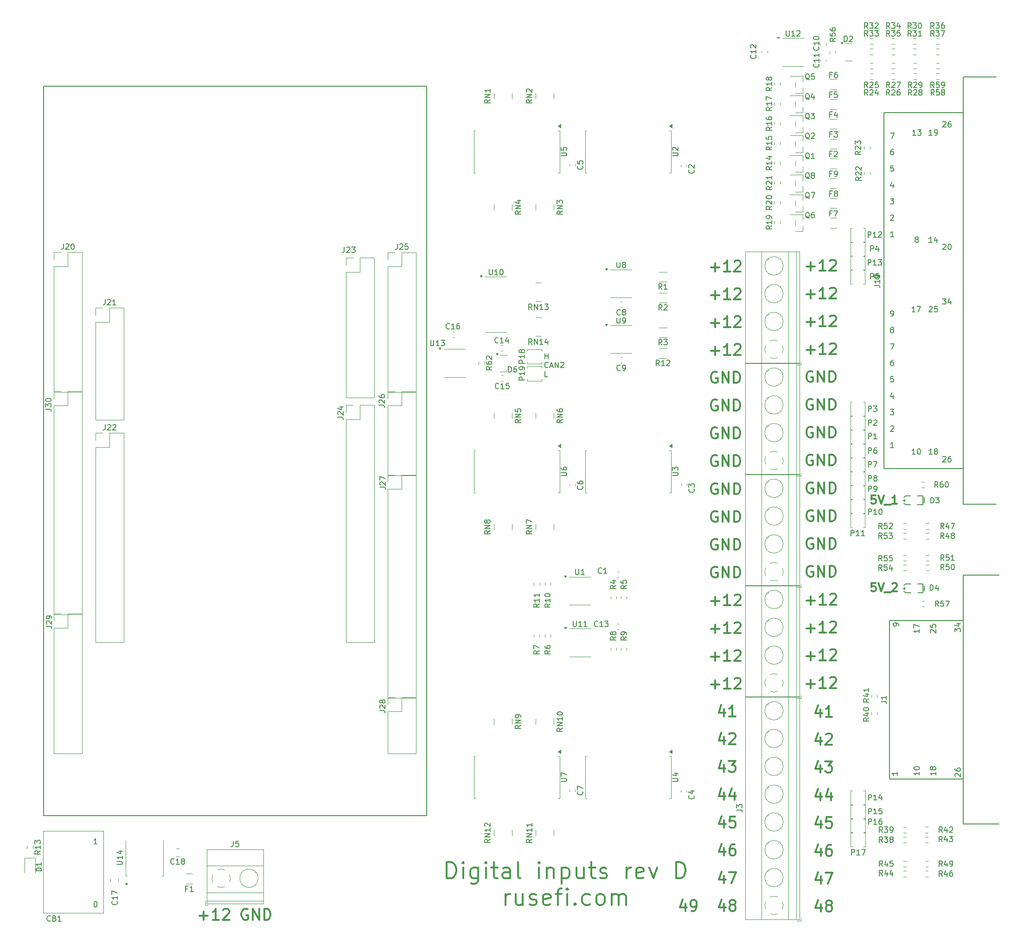
<source format=gto>
G75*
G70*
%OFA0B0*%
%FSLAX25Y25*%
%IPPOS*%
%LPD*%
%AMOC8*
5,1,8,0,0,1.08239X$1,22.5*
%
%ADD29C,0.00787*%
%ADD32C,0.00591*%
%ADD33C,0.01181*%
%ADD34C,0.00472*%
%ADD35C,0.00500*%
X0000000Y0000000D02*
%LPD*%
G01*
D32*
X0029921Y0601969D02*
X0305118Y0601969D01*
X0305118Y0077165D01*
X0029921Y0077165D01*
X0029921Y0601969D01*
D33*
X0582623Y0396595D02*
X0581873Y0396970D01*
X0581873Y0396970D02*
X0580748Y0396970D01*
X0580748Y0396970D02*
X0579623Y0396595D01*
X0579623Y0396595D02*
X0578873Y0395845D01*
X0578873Y0395845D02*
X0578498Y0395095D01*
X0578498Y0395095D02*
X0578123Y0393595D01*
X0578123Y0393595D02*
X0578123Y0392470D01*
X0578123Y0392470D02*
X0578498Y0390971D01*
X0578498Y0390971D02*
X0578873Y0390221D01*
X0578873Y0390221D02*
X0579623Y0389471D01*
X0579623Y0389471D02*
X0580748Y0389096D01*
X0580748Y0389096D02*
X0581498Y0389096D01*
X0581498Y0389096D02*
X0582623Y0389471D01*
X0582623Y0389471D02*
X0582998Y0389846D01*
X0582998Y0389846D02*
X0582998Y0392470D01*
X0582998Y0392470D02*
X0581498Y0392470D01*
X0586372Y0389096D02*
X0586372Y0396970D01*
X0586372Y0396970D02*
X0590872Y0389096D01*
X0590872Y0389096D02*
X0590872Y0396970D01*
X0594621Y0389096D02*
X0594621Y0396970D01*
X0594621Y0396970D02*
X0596496Y0396970D01*
X0596496Y0396970D02*
X0597621Y0396595D01*
X0597621Y0396595D02*
X0598371Y0395845D01*
X0598371Y0395845D02*
X0598746Y0395095D01*
X0598746Y0395095D02*
X0599121Y0393595D01*
X0599121Y0393595D02*
X0599121Y0392470D01*
X0599121Y0392470D02*
X0598746Y0390971D01*
X0598746Y0390971D02*
X0598371Y0390221D01*
X0598371Y0390221D02*
X0597621Y0389471D01*
X0597621Y0389471D02*
X0596496Y0389096D01*
X0596496Y0389096D02*
X0594621Y0389096D01*
X0578222Y0192017D02*
X0584221Y0192017D01*
X0581221Y0189017D02*
X0581221Y0195016D01*
X0592095Y0189017D02*
X0587596Y0189017D01*
X0589845Y0189017D02*
X0589845Y0196891D01*
X0589845Y0196891D02*
X0589095Y0195766D01*
X0589095Y0195766D02*
X0588346Y0195016D01*
X0588346Y0195016D02*
X0587596Y0194641D01*
X0595095Y0196141D02*
X0595470Y0196516D01*
X0595470Y0196516D02*
X0596220Y0196891D01*
X0596220Y0196891D02*
X0598094Y0196891D01*
X0598094Y0196891D02*
X0598844Y0196516D01*
X0598844Y0196516D02*
X0599219Y0196141D01*
X0599219Y0196141D02*
X0599594Y0195391D01*
X0599594Y0195391D02*
X0599594Y0194641D01*
X0599594Y0194641D02*
X0599219Y0193517D01*
X0599219Y0193517D02*
X0594720Y0189017D01*
X0594720Y0189017D02*
X0599594Y0189017D01*
X0142021Y0005265D02*
X0148020Y0005265D01*
X0145021Y0002265D02*
X0145021Y0008264D01*
X0155894Y0002265D02*
X0151395Y0002265D01*
X0153645Y0002265D02*
X0153645Y0010139D01*
X0153645Y0010139D02*
X0152895Y0009014D01*
X0152895Y0009014D02*
X0152145Y0008264D01*
X0152145Y0008264D02*
X0151395Y0007890D01*
X0158894Y0009389D02*
X0159269Y0009764D01*
X0159269Y0009764D02*
X0160019Y0010139D01*
X0160019Y0010139D02*
X0161894Y0010139D01*
X0161894Y0010139D02*
X0162643Y0009764D01*
X0162643Y0009764D02*
X0163018Y0009389D01*
X0163018Y0009389D02*
X0163393Y0008639D01*
X0163393Y0008639D02*
X0163393Y0007890D01*
X0163393Y0007890D02*
X0163018Y0006765D01*
X0163018Y0006765D02*
X0158519Y0002265D01*
X0158519Y0002265D02*
X0163393Y0002265D01*
X0588301Y0153637D02*
X0588301Y0148387D01*
X0586427Y0156636D02*
X0584552Y0151012D01*
X0584552Y0151012D02*
X0589426Y0151012D01*
X0596550Y0148387D02*
X0592051Y0148387D01*
X0594301Y0148387D02*
X0594301Y0156261D01*
X0594301Y0156261D02*
X0593551Y0155136D01*
X0593551Y0155136D02*
X0592801Y0154387D01*
X0592801Y0154387D02*
X0592051Y0154012D01*
X0514099Y0255985D02*
X0513349Y0256360D01*
X0513349Y0256360D02*
X0512224Y0256360D01*
X0512224Y0256360D02*
X0511100Y0255985D01*
X0511100Y0255985D02*
X0510350Y0255235D01*
X0510350Y0255235D02*
X0509975Y0254485D01*
X0509975Y0254485D02*
X0509600Y0252985D01*
X0509600Y0252985D02*
X0509600Y0251860D01*
X0509600Y0251860D02*
X0509975Y0250360D01*
X0509975Y0250360D02*
X0510350Y0249611D01*
X0510350Y0249611D02*
X0511100Y0248861D01*
X0511100Y0248861D02*
X0512224Y0248486D01*
X0512224Y0248486D02*
X0512974Y0248486D01*
X0512974Y0248486D02*
X0514099Y0248861D01*
X0514099Y0248861D02*
X0514474Y0249236D01*
X0514474Y0249236D02*
X0514474Y0251860D01*
X0514474Y0251860D02*
X0512974Y0251860D01*
X0517849Y0248486D02*
X0517849Y0256360D01*
X0517849Y0256360D02*
X0522348Y0248486D01*
X0522348Y0248486D02*
X0522348Y0256360D01*
X0526098Y0248486D02*
X0526098Y0256360D01*
X0526098Y0256360D02*
X0527972Y0256360D01*
X0527972Y0256360D02*
X0529097Y0255985D01*
X0529097Y0255985D02*
X0529847Y0255235D01*
X0529847Y0255235D02*
X0530222Y0254485D01*
X0530222Y0254485D02*
X0530597Y0252985D01*
X0530597Y0252985D02*
X0530597Y0251860D01*
X0530597Y0251860D02*
X0530222Y0250360D01*
X0530222Y0250360D02*
X0529847Y0249611D01*
X0529847Y0249611D02*
X0529097Y0248861D01*
X0529097Y0248861D02*
X0527972Y0248486D01*
X0527972Y0248486D02*
X0526098Y0248486D01*
X0627830Y0307477D02*
X0625018Y0307477D01*
X0625018Y0307477D02*
X0624737Y0304665D01*
X0624737Y0304665D02*
X0625018Y0304946D01*
X0625018Y0304946D02*
X0625580Y0305227D01*
X0625580Y0305227D02*
X0626986Y0305227D01*
X0626986Y0305227D02*
X0627549Y0304946D01*
X0627549Y0304946D02*
X0627830Y0304665D01*
X0627830Y0304665D02*
X0628111Y0304102D01*
X0628111Y0304102D02*
X0628111Y0302696D01*
X0628111Y0302696D02*
X0627830Y0302134D01*
X0627830Y0302134D02*
X0627549Y0301853D01*
X0627549Y0301853D02*
X0626986Y0301572D01*
X0626986Y0301572D02*
X0625580Y0301572D01*
X0625580Y0301572D02*
X0625018Y0301853D01*
X0625018Y0301853D02*
X0624737Y0302134D01*
X0629798Y0307477D02*
X0631767Y0301572D01*
X0631767Y0301572D02*
X0633735Y0307477D01*
X0634298Y0301009D02*
X0638797Y0301009D01*
X0643297Y0301572D02*
X0639922Y0301572D01*
X0641609Y0301572D02*
X0641609Y0307477D01*
X0641609Y0307477D02*
X0641047Y0306633D01*
X0641047Y0306633D02*
X0640485Y0306071D01*
X0640485Y0306071D02*
X0639922Y0305790D01*
X0588400Y0053558D02*
X0588400Y0048309D01*
X0586525Y0056557D02*
X0584650Y0050933D01*
X0584650Y0050933D02*
X0589525Y0050933D01*
X0595899Y0056183D02*
X0594399Y0056183D01*
X0594399Y0056183D02*
X0593649Y0055808D01*
X0593649Y0055808D02*
X0593274Y0055433D01*
X0593274Y0055433D02*
X0592524Y0054308D01*
X0592524Y0054308D02*
X0592149Y0052808D01*
X0592149Y0052808D02*
X0592149Y0049808D01*
X0592149Y0049808D02*
X0592524Y0049058D01*
X0592524Y0049058D02*
X0592899Y0048683D01*
X0592899Y0048683D02*
X0593649Y0048309D01*
X0593649Y0048309D02*
X0595149Y0048309D01*
X0595149Y0048309D02*
X0595899Y0048683D01*
X0595899Y0048683D02*
X0596274Y0049058D01*
X0596274Y0049058D02*
X0596649Y0049808D01*
X0596649Y0049808D02*
X0596649Y0051683D01*
X0596649Y0051683D02*
X0596274Y0052433D01*
X0596274Y0052433D02*
X0595899Y0052808D01*
X0595899Y0052808D02*
X0595149Y0053183D01*
X0595149Y0053183D02*
X0593649Y0053183D01*
X0593649Y0053183D02*
X0592899Y0052808D01*
X0592899Y0052808D02*
X0592524Y0052433D01*
X0592524Y0052433D02*
X0592149Y0051683D01*
X0514099Y0315985D02*
X0513349Y0316360D01*
X0513349Y0316360D02*
X0512224Y0316360D01*
X0512224Y0316360D02*
X0511100Y0315985D01*
X0511100Y0315985D02*
X0510350Y0315235D01*
X0510350Y0315235D02*
X0509975Y0314485D01*
X0509975Y0314485D02*
X0509600Y0312985D01*
X0509600Y0312985D02*
X0509600Y0311860D01*
X0509600Y0311860D02*
X0509975Y0310360D01*
X0509975Y0310360D02*
X0510350Y0309611D01*
X0510350Y0309611D02*
X0511100Y0308861D01*
X0511100Y0308861D02*
X0512224Y0308486D01*
X0512224Y0308486D02*
X0512974Y0308486D01*
X0512974Y0308486D02*
X0514099Y0308861D01*
X0514099Y0308861D02*
X0514474Y0309236D01*
X0514474Y0309236D02*
X0514474Y0311860D01*
X0514474Y0311860D02*
X0512974Y0311860D01*
X0517849Y0308486D02*
X0517849Y0316360D01*
X0517849Y0316360D02*
X0522348Y0308486D01*
X0522348Y0308486D02*
X0522348Y0316360D01*
X0526098Y0308486D02*
X0526098Y0316360D01*
X0526098Y0316360D02*
X0527972Y0316360D01*
X0527972Y0316360D02*
X0529097Y0315985D01*
X0529097Y0315985D02*
X0529847Y0315235D01*
X0529847Y0315235D02*
X0530222Y0314485D01*
X0530222Y0314485D02*
X0530597Y0312985D01*
X0530597Y0312985D02*
X0530597Y0311860D01*
X0530597Y0311860D02*
X0530222Y0310360D01*
X0530222Y0310360D02*
X0529847Y0309611D01*
X0529847Y0309611D02*
X0529097Y0308861D01*
X0529097Y0308861D02*
X0527972Y0308486D01*
X0527972Y0308486D02*
X0526098Y0308486D01*
X0627830Y0244485D02*
X0625018Y0244485D01*
X0625018Y0244485D02*
X0624737Y0241673D01*
X0624737Y0241673D02*
X0625018Y0241954D01*
X0625018Y0241954D02*
X0625580Y0242235D01*
X0625580Y0242235D02*
X0626986Y0242235D01*
X0626986Y0242235D02*
X0627549Y0241954D01*
X0627549Y0241954D02*
X0627830Y0241673D01*
X0627830Y0241673D02*
X0628111Y0241110D01*
X0628111Y0241110D02*
X0628111Y0239704D01*
X0628111Y0239704D02*
X0627830Y0239142D01*
X0627830Y0239142D02*
X0627549Y0238861D01*
X0627549Y0238861D02*
X0626986Y0238579D01*
X0626986Y0238579D02*
X0625580Y0238579D01*
X0625580Y0238579D02*
X0625018Y0238861D01*
X0625018Y0238861D02*
X0624737Y0239142D01*
X0629798Y0244485D02*
X0631767Y0238579D01*
X0631767Y0238579D02*
X0633735Y0244485D01*
X0634298Y0238017D02*
X0638797Y0238017D01*
X0639922Y0243922D02*
X0640203Y0244204D01*
X0640203Y0244204D02*
X0640766Y0244485D01*
X0640766Y0244485D02*
X0642172Y0244485D01*
X0642172Y0244485D02*
X0642734Y0244204D01*
X0642734Y0244204D02*
X0643016Y0243922D01*
X0643016Y0243922D02*
X0643297Y0243360D01*
X0643297Y0243360D02*
X0643297Y0242798D01*
X0643297Y0242798D02*
X0643016Y0241954D01*
X0643016Y0241954D02*
X0639641Y0238579D01*
X0639641Y0238579D02*
X0643297Y0238579D01*
X0578222Y0172017D02*
X0584221Y0172017D01*
X0581221Y0169017D02*
X0581221Y0175016D01*
X0592095Y0169017D02*
X0587596Y0169017D01*
X0589845Y0169017D02*
X0589845Y0176891D01*
X0589845Y0176891D02*
X0589095Y0175766D01*
X0589095Y0175766D02*
X0588346Y0175016D01*
X0588346Y0175016D02*
X0587596Y0174641D01*
X0595095Y0176141D02*
X0595470Y0176516D01*
X0595470Y0176516D02*
X0596220Y0176891D01*
X0596220Y0176891D02*
X0598094Y0176891D01*
X0598094Y0176891D02*
X0598844Y0176516D01*
X0598844Y0176516D02*
X0599219Y0176141D01*
X0599219Y0176141D02*
X0599594Y0175391D01*
X0599594Y0175391D02*
X0599594Y0174641D01*
X0599594Y0174641D02*
X0599219Y0173517D01*
X0599219Y0173517D02*
X0594720Y0169017D01*
X0594720Y0169017D02*
X0599594Y0169017D01*
X0582623Y0376595D02*
X0581873Y0376970D01*
X0581873Y0376970D02*
X0580748Y0376970D01*
X0580748Y0376970D02*
X0579623Y0376595D01*
X0579623Y0376595D02*
X0578873Y0375845D01*
X0578873Y0375845D02*
X0578498Y0375095D01*
X0578498Y0375095D02*
X0578123Y0373595D01*
X0578123Y0373595D02*
X0578123Y0372470D01*
X0578123Y0372470D02*
X0578498Y0370971D01*
X0578498Y0370971D02*
X0578873Y0370221D01*
X0578873Y0370221D02*
X0579623Y0369471D01*
X0579623Y0369471D02*
X0580748Y0369096D01*
X0580748Y0369096D02*
X0581498Y0369096D01*
X0581498Y0369096D02*
X0582623Y0369471D01*
X0582623Y0369471D02*
X0582998Y0369846D01*
X0582998Y0369846D02*
X0582998Y0372470D01*
X0582998Y0372470D02*
X0581498Y0372470D01*
X0586372Y0369096D02*
X0586372Y0376970D01*
X0586372Y0376970D02*
X0590872Y0369096D01*
X0590872Y0369096D02*
X0590872Y0376970D01*
X0594621Y0369096D02*
X0594621Y0376970D01*
X0594621Y0376970D02*
X0596496Y0376970D01*
X0596496Y0376970D02*
X0597621Y0376595D01*
X0597621Y0376595D02*
X0598371Y0375845D01*
X0598371Y0375845D02*
X0598746Y0375095D01*
X0598746Y0375095D02*
X0599121Y0373595D01*
X0599121Y0373595D02*
X0599121Y0372470D01*
X0599121Y0372470D02*
X0598746Y0370971D01*
X0598746Y0370971D02*
X0598371Y0370221D01*
X0598371Y0370221D02*
X0597621Y0369471D01*
X0597621Y0369471D02*
X0596496Y0369096D01*
X0596496Y0369096D02*
X0594621Y0369096D01*
X0509501Y0471564D02*
X0515501Y0471564D01*
X0512501Y0468564D02*
X0512501Y0474564D01*
X0523375Y0468564D02*
X0518875Y0468564D01*
X0521125Y0468564D02*
X0521125Y0476438D01*
X0521125Y0476438D02*
X0520375Y0475314D01*
X0520375Y0475314D02*
X0519625Y0474564D01*
X0519625Y0474564D02*
X0518875Y0474189D01*
X0526374Y0475689D02*
X0526749Y0476063D01*
X0526749Y0476063D02*
X0527499Y0476438D01*
X0527499Y0476438D02*
X0529374Y0476438D01*
X0529374Y0476438D02*
X0530124Y0476063D01*
X0530124Y0476063D02*
X0530499Y0475689D01*
X0530499Y0475689D02*
X0530874Y0474939D01*
X0530874Y0474939D02*
X0530874Y0474189D01*
X0530874Y0474189D02*
X0530499Y0473064D01*
X0530499Y0473064D02*
X0525999Y0468564D01*
X0525999Y0468564D02*
X0530874Y0468564D01*
X0582721Y0256516D02*
X0581971Y0256891D01*
X0581971Y0256891D02*
X0580846Y0256891D01*
X0580846Y0256891D02*
X0579722Y0256516D01*
X0579722Y0256516D02*
X0578972Y0255766D01*
X0578972Y0255766D02*
X0578597Y0255016D01*
X0578597Y0255016D02*
X0578222Y0253517D01*
X0578222Y0253517D02*
X0578222Y0252392D01*
X0578222Y0252392D02*
X0578597Y0250892D01*
X0578597Y0250892D02*
X0578972Y0250142D01*
X0578972Y0250142D02*
X0579722Y0249392D01*
X0579722Y0249392D02*
X0580846Y0249017D01*
X0580846Y0249017D02*
X0581596Y0249017D01*
X0581596Y0249017D02*
X0582721Y0249392D01*
X0582721Y0249392D02*
X0583096Y0249767D01*
X0583096Y0249767D02*
X0583096Y0252392D01*
X0583096Y0252392D02*
X0581596Y0252392D01*
X0586471Y0249017D02*
X0586471Y0256891D01*
X0586471Y0256891D02*
X0590970Y0249017D01*
X0590970Y0249017D02*
X0590970Y0256891D01*
X0594720Y0249017D02*
X0594720Y0256891D01*
X0594720Y0256891D02*
X0596594Y0256891D01*
X0596594Y0256891D02*
X0597719Y0256516D01*
X0597719Y0256516D02*
X0598469Y0255766D01*
X0598469Y0255766D02*
X0598844Y0255016D01*
X0598844Y0255016D02*
X0599219Y0253517D01*
X0599219Y0253517D02*
X0599219Y0252392D01*
X0599219Y0252392D02*
X0598844Y0250892D01*
X0598844Y0250892D02*
X0598469Y0250142D01*
X0598469Y0250142D02*
X0597719Y0249392D01*
X0597719Y0249392D02*
X0596594Y0249017D01*
X0596594Y0249017D02*
X0594720Y0249017D01*
X0588301Y0113637D02*
X0588301Y0108387D01*
X0586427Y0116636D02*
X0584552Y0111012D01*
X0584552Y0111012D02*
X0589426Y0111012D01*
X0591676Y0116261D02*
X0596550Y0116261D01*
X0596550Y0116261D02*
X0593926Y0113262D01*
X0593926Y0113262D02*
X0595051Y0113262D01*
X0595051Y0113262D02*
X0595801Y0112887D01*
X0595801Y0112887D02*
X0596175Y0112512D01*
X0596175Y0112512D02*
X0596550Y0111762D01*
X0596550Y0111762D02*
X0596550Y0109887D01*
X0596550Y0109887D02*
X0596175Y0109137D01*
X0596175Y0109137D02*
X0595801Y0108762D01*
X0595801Y0108762D02*
X0595051Y0108387D01*
X0595051Y0108387D02*
X0592801Y0108387D01*
X0592801Y0108387D02*
X0592051Y0108762D01*
X0592051Y0108762D02*
X0591676Y0109137D01*
X0514001Y0376063D02*
X0513251Y0376438D01*
X0513251Y0376438D02*
X0512126Y0376438D01*
X0512126Y0376438D02*
X0511001Y0376063D01*
X0511001Y0376063D02*
X0510251Y0375314D01*
X0510251Y0375314D02*
X0509876Y0374564D01*
X0509876Y0374564D02*
X0509501Y0373064D01*
X0509501Y0373064D02*
X0509501Y0371939D01*
X0509501Y0371939D02*
X0509876Y0370439D01*
X0509876Y0370439D02*
X0510251Y0369689D01*
X0510251Y0369689D02*
X0511001Y0368939D01*
X0511001Y0368939D02*
X0512126Y0368564D01*
X0512126Y0368564D02*
X0512876Y0368564D01*
X0512876Y0368564D02*
X0514001Y0368939D01*
X0514001Y0368939D02*
X0514376Y0369314D01*
X0514376Y0369314D02*
X0514376Y0371939D01*
X0514376Y0371939D02*
X0512876Y0371939D01*
X0517750Y0368564D02*
X0517750Y0376438D01*
X0517750Y0376438D02*
X0522250Y0368564D01*
X0522250Y0368564D02*
X0522250Y0376438D01*
X0525999Y0368564D02*
X0525999Y0376438D01*
X0525999Y0376438D02*
X0527874Y0376438D01*
X0527874Y0376438D02*
X0528999Y0376063D01*
X0528999Y0376063D02*
X0529749Y0375314D01*
X0529749Y0375314D02*
X0530124Y0374564D01*
X0530124Y0374564D02*
X0530499Y0373064D01*
X0530499Y0373064D02*
X0530499Y0371939D01*
X0530499Y0371939D02*
X0530124Y0370439D01*
X0530124Y0370439D02*
X0529749Y0369689D01*
X0529749Y0369689D02*
X0528999Y0368939D01*
X0528999Y0368939D02*
X0527874Y0368564D01*
X0527874Y0368564D02*
X0525999Y0368564D01*
X0518912Y0153952D02*
X0518912Y0148702D01*
X0517037Y0156951D02*
X0515162Y0151327D01*
X0515162Y0151327D02*
X0520037Y0151327D01*
X0527161Y0148702D02*
X0522661Y0148702D01*
X0524911Y0148702D02*
X0524911Y0156576D01*
X0524911Y0156576D02*
X0524161Y0155451D01*
X0524161Y0155451D02*
X0523411Y0154701D01*
X0523411Y0154701D02*
X0522661Y0154327D01*
X0582721Y0296516D02*
X0581971Y0296891D01*
X0581971Y0296891D02*
X0580846Y0296891D01*
X0580846Y0296891D02*
X0579722Y0296516D01*
X0579722Y0296516D02*
X0578972Y0295766D01*
X0578972Y0295766D02*
X0578597Y0295016D01*
X0578597Y0295016D02*
X0578222Y0293517D01*
X0578222Y0293517D02*
X0578222Y0292392D01*
X0578222Y0292392D02*
X0578597Y0290892D01*
X0578597Y0290892D02*
X0578972Y0290142D01*
X0578972Y0290142D02*
X0579722Y0289392D01*
X0579722Y0289392D02*
X0580846Y0289017D01*
X0580846Y0289017D02*
X0581596Y0289017D01*
X0581596Y0289017D02*
X0582721Y0289392D01*
X0582721Y0289392D02*
X0583096Y0289767D01*
X0583096Y0289767D02*
X0583096Y0292392D01*
X0583096Y0292392D02*
X0581596Y0292392D01*
X0586471Y0289017D02*
X0586471Y0296891D01*
X0586471Y0296891D02*
X0590970Y0289017D01*
X0590970Y0289017D02*
X0590970Y0296891D01*
X0594720Y0289017D02*
X0594720Y0296891D01*
X0594720Y0296891D02*
X0596594Y0296891D01*
X0596594Y0296891D02*
X0597719Y0296516D01*
X0597719Y0296516D02*
X0598469Y0295766D01*
X0598469Y0295766D02*
X0598844Y0295016D01*
X0598844Y0295016D02*
X0599219Y0293517D01*
X0599219Y0293517D02*
X0599219Y0292392D01*
X0599219Y0292392D02*
X0598844Y0290892D01*
X0598844Y0290892D02*
X0598469Y0290142D01*
X0598469Y0290142D02*
X0597719Y0289392D01*
X0597719Y0289392D02*
X0596594Y0289017D01*
X0596594Y0289017D02*
X0594720Y0289017D01*
X0176520Y0009764D02*
X0175771Y0010139D01*
X0175771Y0010139D02*
X0174646Y0010139D01*
X0174646Y0010139D02*
X0173521Y0009764D01*
X0173521Y0009764D02*
X0172771Y0009014D01*
X0172771Y0009014D02*
X0172396Y0008264D01*
X0172396Y0008264D02*
X0172021Y0006765D01*
X0172021Y0006765D02*
X0172021Y0005640D01*
X0172021Y0005640D02*
X0172396Y0004140D01*
X0172396Y0004140D02*
X0172771Y0003390D01*
X0172771Y0003390D02*
X0173521Y0002640D01*
X0173521Y0002640D02*
X0174646Y0002265D01*
X0174646Y0002265D02*
X0175396Y0002265D01*
X0175396Y0002265D02*
X0176520Y0002640D01*
X0176520Y0002640D02*
X0176895Y0003015D01*
X0176895Y0003015D02*
X0176895Y0005640D01*
X0176895Y0005640D02*
X0175396Y0005640D01*
X0180270Y0002265D02*
X0180270Y0010139D01*
X0180270Y0010139D02*
X0184769Y0002265D01*
X0184769Y0002265D02*
X0184769Y0010139D01*
X0188519Y0002265D02*
X0188519Y0010139D01*
X0188519Y0010139D02*
X0190394Y0010139D01*
X0190394Y0010139D02*
X0191519Y0009764D01*
X0191519Y0009764D02*
X0192268Y0009014D01*
X0192268Y0009014D02*
X0192643Y0008264D01*
X0192643Y0008264D02*
X0193018Y0006765D01*
X0193018Y0006765D02*
X0193018Y0005640D01*
X0193018Y0005640D02*
X0192643Y0004140D01*
X0192643Y0004140D02*
X0192268Y0003390D01*
X0192268Y0003390D02*
X0191519Y0002640D01*
X0191519Y0002640D02*
X0190394Y0002265D01*
X0190394Y0002265D02*
X0188519Y0002265D01*
X0578222Y0212017D02*
X0584221Y0212017D01*
X0581221Y0209017D02*
X0581221Y0215016D01*
X0592095Y0209017D02*
X0587596Y0209017D01*
X0589845Y0209017D02*
X0589845Y0216891D01*
X0589845Y0216891D02*
X0589095Y0215766D01*
X0589095Y0215766D02*
X0588346Y0215016D01*
X0588346Y0215016D02*
X0587596Y0214641D01*
X0595095Y0216141D02*
X0595470Y0216516D01*
X0595470Y0216516D02*
X0596220Y0216891D01*
X0596220Y0216891D02*
X0598094Y0216891D01*
X0598094Y0216891D02*
X0598844Y0216516D01*
X0598844Y0216516D02*
X0599219Y0216141D01*
X0599219Y0216141D02*
X0599594Y0215391D01*
X0599594Y0215391D02*
X0599594Y0214641D01*
X0599594Y0214641D02*
X0599219Y0213517D01*
X0599219Y0213517D02*
X0594720Y0209017D01*
X0594720Y0209017D02*
X0599594Y0209017D01*
X0518912Y0093952D02*
X0518912Y0088702D01*
X0517037Y0096951D02*
X0515162Y0091327D01*
X0515162Y0091327D02*
X0520037Y0091327D01*
X0526411Y0093952D02*
X0526411Y0088702D01*
X0524536Y0096951D02*
X0522661Y0091327D01*
X0522661Y0091327D02*
X0527536Y0091327D01*
X0588400Y0033558D02*
X0588400Y0028309D01*
X0586525Y0036557D02*
X0584650Y0030933D01*
X0584650Y0030933D02*
X0589525Y0030933D01*
X0591774Y0036183D02*
X0597024Y0036183D01*
X0597024Y0036183D02*
X0593649Y0028309D01*
X0582721Y0316516D02*
X0581971Y0316891D01*
X0581971Y0316891D02*
X0580846Y0316891D01*
X0580846Y0316891D02*
X0579722Y0316516D01*
X0579722Y0316516D02*
X0578972Y0315766D01*
X0578972Y0315766D02*
X0578597Y0315016D01*
X0578597Y0315016D02*
X0578222Y0313517D01*
X0578222Y0313517D02*
X0578222Y0312392D01*
X0578222Y0312392D02*
X0578597Y0310892D01*
X0578597Y0310892D02*
X0578972Y0310142D01*
X0578972Y0310142D02*
X0579722Y0309392D01*
X0579722Y0309392D02*
X0580846Y0309017D01*
X0580846Y0309017D02*
X0581596Y0309017D01*
X0581596Y0309017D02*
X0582721Y0309392D01*
X0582721Y0309392D02*
X0583096Y0309767D01*
X0583096Y0309767D02*
X0583096Y0312392D01*
X0583096Y0312392D02*
X0581596Y0312392D01*
X0586471Y0309017D02*
X0586471Y0316891D01*
X0586471Y0316891D02*
X0590970Y0309017D01*
X0590970Y0309017D02*
X0590970Y0316891D01*
X0594720Y0309017D02*
X0594720Y0316891D01*
X0594720Y0316891D02*
X0596594Y0316891D01*
X0596594Y0316891D02*
X0597719Y0316516D01*
X0597719Y0316516D02*
X0598469Y0315766D01*
X0598469Y0315766D02*
X0598844Y0315016D01*
X0598844Y0315016D02*
X0599219Y0313517D01*
X0599219Y0313517D02*
X0599219Y0312392D01*
X0599219Y0312392D02*
X0598844Y0310892D01*
X0598844Y0310892D02*
X0598469Y0310142D01*
X0598469Y0310142D02*
X0597719Y0309392D01*
X0597719Y0309392D02*
X0596594Y0309017D01*
X0596594Y0309017D02*
X0594720Y0309017D01*
X0514001Y0396063D02*
X0513251Y0396438D01*
X0513251Y0396438D02*
X0512126Y0396438D01*
X0512126Y0396438D02*
X0511001Y0396063D01*
X0511001Y0396063D02*
X0510251Y0395314D01*
X0510251Y0395314D02*
X0509876Y0394564D01*
X0509876Y0394564D02*
X0509501Y0393064D01*
X0509501Y0393064D02*
X0509501Y0391939D01*
X0509501Y0391939D02*
X0509876Y0390439D01*
X0509876Y0390439D02*
X0510251Y0389689D01*
X0510251Y0389689D02*
X0511001Y0388939D01*
X0511001Y0388939D02*
X0512126Y0388564D01*
X0512126Y0388564D02*
X0512876Y0388564D01*
X0512876Y0388564D02*
X0514001Y0388939D01*
X0514001Y0388939D02*
X0514376Y0389314D01*
X0514376Y0389314D02*
X0514376Y0391939D01*
X0514376Y0391939D02*
X0512876Y0391939D01*
X0517750Y0388564D02*
X0517750Y0396438D01*
X0517750Y0396438D02*
X0522250Y0388564D01*
X0522250Y0388564D02*
X0522250Y0396438D01*
X0525999Y0388564D02*
X0525999Y0396438D01*
X0525999Y0396438D02*
X0527874Y0396438D01*
X0527874Y0396438D02*
X0528999Y0396063D01*
X0528999Y0396063D02*
X0529749Y0395314D01*
X0529749Y0395314D02*
X0530124Y0394564D01*
X0530124Y0394564D02*
X0530499Y0393064D01*
X0530499Y0393064D02*
X0530499Y0391939D01*
X0530499Y0391939D02*
X0530124Y0390439D01*
X0530124Y0390439D02*
X0529749Y0389689D01*
X0529749Y0389689D02*
X0528999Y0388939D01*
X0528999Y0388939D02*
X0527874Y0388564D01*
X0527874Y0388564D02*
X0525999Y0388564D01*
X0514001Y0356063D02*
X0513251Y0356438D01*
X0513251Y0356438D02*
X0512126Y0356438D01*
X0512126Y0356438D02*
X0511001Y0356063D01*
X0511001Y0356063D02*
X0510251Y0355314D01*
X0510251Y0355314D02*
X0509876Y0354564D01*
X0509876Y0354564D02*
X0509501Y0353064D01*
X0509501Y0353064D02*
X0509501Y0351939D01*
X0509501Y0351939D02*
X0509876Y0350439D01*
X0509876Y0350439D02*
X0510251Y0349689D01*
X0510251Y0349689D02*
X0511001Y0348939D01*
X0511001Y0348939D02*
X0512126Y0348564D01*
X0512126Y0348564D02*
X0512876Y0348564D01*
X0512876Y0348564D02*
X0514001Y0348939D01*
X0514001Y0348939D02*
X0514376Y0349314D01*
X0514376Y0349314D02*
X0514376Y0351939D01*
X0514376Y0351939D02*
X0512876Y0351939D01*
X0517750Y0348564D02*
X0517750Y0356438D01*
X0517750Y0356438D02*
X0522250Y0348564D01*
X0522250Y0348564D02*
X0522250Y0356438D01*
X0525999Y0348564D02*
X0525999Y0356438D01*
X0525999Y0356438D02*
X0527874Y0356438D01*
X0527874Y0356438D02*
X0528999Y0356063D01*
X0528999Y0356063D02*
X0529749Y0355314D01*
X0529749Y0355314D02*
X0530124Y0354564D01*
X0530124Y0354564D02*
X0530499Y0353064D01*
X0530499Y0353064D02*
X0530499Y0351939D01*
X0530499Y0351939D02*
X0530124Y0350439D01*
X0530124Y0350439D02*
X0529749Y0349689D01*
X0529749Y0349689D02*
X0528999Y0348939D01*
X0528999Y0348939D02*
X0527874Y0348564D01*
X0527874Y0348564D02*
X0525999Y0348564D01*
X0518912Y0113952D02*
X0518912Y0108702D01*
X0517037Y0116951D02*
X0515162Y0111327D01*
X0515162Y0111327D02*
X0520037Y0111327D01*
X0522286Y0116576D02*
X0527161Y0116576D01*
X0527161Y0116576D02*
X0524536Y0113577D01*
X0524536Y0113577D02*
X0525661Y0113577D01*
X0525661Y0113577D02*
X0526411Y0113202D01*
X0526411Y0113202D02*
X0526786Y0112827D01*
X0526786Y0112827D02*
X0527161Y0112077D01*
X0527161Y0112077D02*
X0527161Y0110202D01*
X0527161Y0110202D02*
X0526786Y0109452D01*
X0526786Y0109452D02*
X0526411Y0109077D01*
X0526411Y0109077D02*
X0525661Y0108702D01*
X0525661Y0108702D02*
X0523411Y0108702D01*
X0523411Y0108702D02*
X0522661Y0109077D01*
X0522661Y0109077D02*
X0522286Y0109452D01*
X0578123Y0452096D02*
X0584123Y0452096D01*
X0581123Y0449096D02*
X0581123Y0455095D01*
X0591997Y0449096D02*
X0587497Y0449096D01*
X0589747Y0449096D02*
X0589747Y0456970D01*
X0589747Y0456970D02*
X0588997Y0455845D01*
X0588997Y0455845D02*
X0588247Y0455095D01*
X0588247Y0455095D02*
X0587497Y0454720D01*
X0594996Y0456220D02*
X0595371Y0456595D01*
X0595371Y0456595D02*
X0596121Y0456970D01*
X0596121Y0456970D02*
X0597996Y0456970D01*
X0597996Y0456970D02*
X0598746Y0456595D01*
X0598746Y0456595D02*
X0599121Y0456220D01*
X0599121Y0456220D02*
X0599496Y0455470D01*
X0599496Y0455470D02*
X0599496Y0454720D01*
X0599496Y0454720D02*
X0599121Y0453595D01*
X0599121Y0453595D02*
X0594621Y0449096D01*
X0594621Y0449096D02*
X0599496Y0449096D01*
X0582623Y0356595D02*
X0581873Y0356970D01*
X0581873Y0356970D02*
X0580748Y0356970D01*
X0580748Y0356970D02*
X0579623Y0356595D01*
X0579623Y0356595D02*
X0578873Y0355845D01*
X0578873Y0355845D02*
X0578498Y0355095D01*
X0578498Y0355095D02*
X0578123Y0353595D01*
X0578123Y0353595D02*
X0578123Y0352470D01*
X0578123Y0352470D02*
X0578498Y0350971D01*
X0578498Y0350971D02*
X0578873Y0350221D01*
X0578873Y0350221D02*
X0579623Y0349471D01*
X0579623Y0349471D02*
X0580748Y0349096D01*
X0580748Y0349096D02*
X0581498Y0349096D01*
X0581498Y0349096D02*
X0582623Y0349471D01*
X0582623Y0349471D02*
X0582998Y0349846D01*
X0582998Y0349846D02*
X0582998Y0352470D01*
X0582998Y0352470D02*
X0581498Y0352470D01*
X0586372Y0349096D02*
X0586372Y0356970D01*
X0586372Y0356970D02*
X0590872Y0349096D01*
X0590872Y0349096D02*
X0590872Y0356970D01*
X0594621Y0349096D02*
X0594621Y0356970D01*
X0594621Y0356970D02*
X0596496Y0356970D01*
X0596496Y0356970D02*
X0597621Y0356595D01*
X0597621Y0356595D02*
X0598371Y0355845D01*
X0598371Y0355845D02*
X0598746Y0355095D01*
X0598746Y0355095D02*
X0599121Y0353595D01*
X0599121Y0353595D02*
X0599121Y0352470D01*
X0599121Y0352470D02*
X0598746Y0350971D01*
X0598746Y0350971D02*
X0598371Y0350221D01*
X0598371Y0350221D02*
X0597621Y0349471D01*
X0597621Y0349471D02*
X0596496Y0349096D01*
X0596496Y0349096D02*
X0594621Y0349096D01*
X0509600Y0231485D02*
X0515599Y0231485D01*
X0512599Y0228486D02*
X0512599Y0234485D01*
X0523473Y0228486D02*
X0518974Y0228486D01*
X0521223Y0228486D02*
X0521223Y0236360D01*
X0521223Y0236360D02*
X0520473Y0235235D01*
X0520473Y0235235D02*
X0519723Y0234485D01*
X0519723Y0234485D02*
X0518974Y0234110D01*
X0526473Y0235610D02*
X0526848Y0235985D01*
X0526848Y0235985D02*
X0527597Y0236360D01*
X0527597Y0236360D02*
X0529472Y0236360D01*
X0529472Y0236360D02*
X0530222Y0235985D01*
X0530222Y0235985D02*
X0530597Y0235610D01*
X0530597Y0235610D02*
X0530972Y0234860D01*
X0530972Y0234860D02*
X0530972Y0234110D01*
X0530972Y0234110D02*
X0530597Y0232985D01*
X0530597Y0232985D02*
X0526098Y0228486D01*
X0526098Y0228486D02*
X0530972Y0228486D01*
X0588400Y0013558D02*
X0588400Y0008309D01*
X0586525Y0016557D02*
X0584650Y0010933D01*
X0584650Y0010933D02*
X0589525Y0010933D01*
X0593649Y0012808D02*
X0592899Y0013183D01*
X0592899Y0013183D02*
X0592524Y0013558D01*
X0592524Y0013558D02*
X0592149Y0014308D01*
X0592149Y0014308D02*
X0592149Y0014683D01*
X0592149Y0014683D02*
X0592524Y0015433D01*
X0592524Y0015433D02*
X0592899Y0015808D01*
X0592899Y0015808D02*
X0593649Y0016183D01*
X0593649Y0016183D02*
X0595149Y0016183D01*
X0595149Y0016183D02*
X0595899Y0015808D01*
X0595899Y0015808D02*
X0596274Y0015433D01*
X0596274Y0015433D02*
X0596649Y0014683D01*
X0596649Y0014683D02*
X0596649Y0014308D01*
X0596649Y0014308D02*
X0596274Y0013558D01*
X0596274Y0013558D02*
X0595899Y0013183D01*
X0595899Y0013183D02*
X0595149Y0012808D01*
X0595149Y0012808D02*
X0593649Y0012808D01*
X0593649Y0012808D02*
X0592899Y0012433D01*
X0592899Y0012433D02*
X0592524Y0012058D01*
X0592524Y0012058D02*
X0592149Y0011308D01*
X0592149Y0011308D02*
X0592149Y0009808D01*
X0592149Y0009808D02*
X0592524Y0009058D01*
X0592524Y0009058D02*
X0592899Y0008683D01*
X0592899Y0008683D02*
X0593649Y0008309D01*
X0593649Y0008309D02*
X0595149Y0008309D01*
X0595149Y0008309D02*
X0595899Y0008683D01*
X0595899Y0008683D02*
X0596274Y0009058D01*
X0596274Y0009058D02*
X0596649Y0009808D01*
X0596649Y0009808D02*
X0596649Y0011308D01*
X0596649Y0011308D02*
X0596274Y0012058D01*
X0596274Y0012058D02*
X0595899Y0012433D01*
X0595899Y0012433D02*
X0595149Y0012808D01*
X0519010Y0033873D02*
X0519010Y0028623D01*
X0517135Y0036872D02*
X0515261Y0031248D01*
X0515261Y0031248D02*
X0520135Y0031248D01*
X0522385Y0036497D02*
X0527634Y0036497D01*
X0527634Y0036497D02*
X0524259Y0028623D01*
X0319629Y0032058D02*
X0319629Y0043869D01*
X0319629Y0043869D02*
X0322441Y0043869D01*
X0322441Y0043869D02*
X0324128Y0043306D01*
X0324128Y0043306D02*
X0325253Y0042181D01*
X0325253Y0042181D02*
X0325816Y0041057D01*
X0325816Y0041057D02*
X0326378Y0038807D01*
X0326378Y0038807D02*
X0326378Y0037120D01*
X0326378Y0037120D02*
X0325816Y0034870D01*
X0325816Y0034870D02*
X0325253Y0033745D01*
X0325253Y0033745D02*
X0324128Y0032620D01*
X0324128Y0032620D02*
X0322441Y0032058D01*
X0322441Y0032058D02*
X0319629Y0032058D01*
X0331440Y0032058D02*
X0331440Y0039932D01*
X0331440Y0043869D02*
X0330877Y0043306D01*
X0330877Y0043306D02*
X0331440Y0042744D01*
X0331440Y0042744D02*
X0332002Y0043306D01*
X0332002Y0043306D02*
X0331440Y0043869D01*
X0331440Y0043869D02*
X0331440Y0042744D01*
X0342126Y0039932D02*
X0342126Y0030370D01*
X0342126Y0030370D02*
X0341564Y0029246D01*
X0341564Y0029246D02*
X0341001Y0028683D01*
X0341001Y0028683D02*
X0339876Y0028121D01*
X0339876Y0028121D02*
X0338189Y0028121D01*
X0338189Y0028121D02*
X0337064Y0028683D01*
X0342126Y0032620D02*
X0341001Y0032058D01*
X0341001Y0032058D02*
X0338751Y0032058D01*
X0338751Y0032058D02*
X0337627Y0032620D01*
X0337627Y0032620D02*
X0337064Y0033183D01*
X0337064Y0033183D02*
X0336502Y0034307D01*
X0336502Y0034307D02*
X0336502Y0037682D01*
X0336502Y0037682D02*
X0337064Y0038807D01*
X0337064Y0038807D02*
X0337627Y0039369D01*
X0337627Y0039369D02*
X0338751Y0039932D01*
X0338751Y0039932D02*
X0341001Y0039932D01*
X0341001Y0039932D02*
X0342126Y0039369D01*
X0347750Y0032058D02*
X0347750Y0039932D01*
X0347750Y0043869D02*
X0347188Y0043306D01*
X0347188Y0043306D02*
X0347750Y0042744D01*
X0347750Y0042744D02*
X0348313Y0043306D01*
X0348313Y0043306D02*
X0347750Y0043869D01*
X0347750Y0043869D02*
X0347750Y0042744D01*
X0351687Y0039932D02*
X0356187Y0039932D01*
X0353375Y0043869D02*
X0353375Y0033745D01*
X0353375Y0033745D02*
X0353937Y0032620D01*
X0353937Y0032620D02*
X0355062Y0032058D01*
X0355062Y0032058D02*
X0356187Y0032058D01*
X0365186Y0032058D02*
X0365186Y0038244D01*
X0365186Y0038244D02*
X0364623Y0039369D01*
X0364623Y0039369D02*
X0363498Y0039932D01*
X0363498Y0039932D02*
X0361249Y0039932D01*
X0361249Y0039932D02*
X0360124Y0039369D01*
X0365186Y0032620D02*
X0364061Y0032058D01*
X0364061Y0032058D02*
X0361249Y0032058D01*
X0361249Y0032058D02*
X0360124Y0032620D01*
X0360124Y0032620D02*
X0359561Y0033745D01*
X0359561Y0033745D02*
X0359561Y0034870D01*
X0359561Y0034870D02*
X0360124Y0035995D01*
X0360124Y0035995D02*
X0361249Y0036557D01*
X0361249Y0036557D02*
X0364061Y0036557D01*
X0364061Y0036557D02*
X0365186Y0037120D01*
X0372497Y0032058D02*
X0371372Y0032620D01*
X0371372Y0032620D02*
X0370810Y0033745D01*
X0370810Y0033745D02*
X0370810Y0043869D01*
X0385996Y0032058D02*
X0385996Y0039932D01*
X0385996Y0043869D02*
X0385433Y0043306D01*
X0385433Y0043306D02*
X0385996Y0042744D01*
X0385996Y0042744D02*
X0386558Y0043306D01*
X0386558Y0043306D02*
X0385996Y0043869D01*
X0385996Y0043869D02*
X0385996Y0042744D01*
X0391620Y0039932D02*
X0391620Y0032058D01*
X0391620Y0038807D02*
X0392182Y0039369D01*
X0392182Y0039369D02*
X0393307Y0039932D01*
X0393307Y0039932D02*
X0394994Y0039932D01*
X0394994Y0039932D02*
X0396119Y0039369D01*
X0396119Y0039369D02*
X0396682Y0038244D01*
X0396682Y0038244D02*
X0396682Y0032058D01*
X0402306Y0039932D02*
X0402306Y0028121D01*
X0402306Y0039369D02*
X0403431Y0039932D01*
X0403431Y0039932D02*
X0405681Y0039932D01*
X0405681Y0039932D02*
X0406805Y0039369D01*
X0406805Y0039369D02*
X0407368Y0038807D01*
X0407368Y0038807D02*
X0407930Y0037682D01*
X0407930Y0037682D02*
X0407930Y0034307D01*
X0407930Y0034307D02*
X0407368Y0033183D01*
X0407368Y0033183D02*
X0406805Y0032620D01*
X0406805Y0032620D02*
X0405681Y0032058D01*
X0405681Y0032058D02*
X0403431Y0032058D01*
X0403431Y0032058D02*
X0402306Y0032620D01*
X0418054Y0039932D02*
X0418054Y0032058D01*
X0412992Y0039932D02*
X0412992Y0033745D01*
X0412992Y0033745D02*
X0413555Y0032620D01*
X0413555Y0032620D02*
X0414679Y0032058D01*
X0414679Y0032058D02*
X0416367Y0032058D01*
X0416367Y0032058D02*
X0417492Y0032620D01*
X0417492Y0032620D02*
X0418054Y0033183D01*
X0421991Y0039932D02*
X0426490Y0039932D01*
X0423678Y0043869D02*
X0423678Y0033745D01*
X0423678Y0033745D02*
X0424241Y0032620D01*
X0424241Y0032620D02*
X0425366Y0032058D01*
X0425366Y0032058D02*
X0426490Y0032058D01*
X0429865Y0032620D02*
X0430990Y0032058D01*
X0430990Y0032058D02*
X0433240Y0032058D01*
X0433240Y0032058D02*
X0434364Y0032620D01*
X0434364Y0032620D02*
X0434927Y0033745D01*
X0434927Y0033745D02*
X0434927Y0034307D01*
X0434927Y0034307D02*
X0434364Y0035432D01*
X0434364Y0035432D02*
X0433240Y0035995D01*
X0433240Y0035995D02*
X0431552Y0035995D01*
X0431552Y0035995D02*
X0430427Y0036557D01*
X0430427Y0036557D02*
X0429865Y0037682D01*
X0429865Y0037682D02*
X0429865Y0038244D01*
X0429865Y0038244D02*
X0430427Y0039369D01*
X0430427Y0039369D02*
X0431552Y0039932D01*
X0431552Y0039932D02*
X0433240Y0039932D01*
X0433240Y0039932D02*
X0434364Y0039369D01*
X0448988Y0032058D02*
X0448988Y0039932D01*
X0448988Y0037682D02*
X0449550Y0038807D01*
X0449550Y0038807D02*
X0450112Y0039369D01*
X0450112Y0039369D02*
X0451237Y0039932D01*
X0451237Y0039932D02*
X0452362Y0039932D01*
X0460799Y0032620D02*
X0459674Y0032058D01*
X0459674Y0032058D02*
X0457424Y0032058D01*
X0457424Y0032058D02*
X0456299Y0032620D01*
X0456299Y0032620D02*
X0455737Y0033745D01*
X0455737Y0033745D02*
X0455737Y0038244D01*
X0455737Y0038244D02*
X0456299Y0039369D01*
X0456299Y0039369D02*
X0457424Y0039932D01*
X0457424Y0039932D02*
X0459674Y0039932D01*
X0459674Y0039932D02*
X0460799Y0039369D01*
X0460799Y0039369D02*
X0461361Y0038244D01*
X0461361Y0038244D02*
X0461361Y0037120D01*
X0461361Y0037120D02*
X0455737Y0035995D01*
X0465298Y0039932D02*
X0468110Y0032058D01*
X0468110Y0032058D02*
X0470922Y0039932D01*
X0484421Y0032058D02*
X0484421Y0043869D01*
X0484421Y0043869D02*
X0487233Y0043869D01*
X0487233Y0043869D02*
X0488920Y0043306D01*
X0488920Y0043306D02*
X0490045Y0042181D01*
X0490045Y0042181D02*
X0490607Y0041057D01*
X0490607Y0041057D02*
X0491170Y0038807D01*
X0491170Y0038807D02*
X0491170Y0037120D01*
X0491170Y0037120D02*
X0490607Y0034870D01*
X0490607Y0034870D02*
X0490045Y0033745D01*
X0490045Y0033745D02*
X0488920Y0032620D01*
X0488920Y0032620D02*
X0487233Y0032058D01*
X0487233Y0032058D02*
X0484421Y0032058D01*
X0361811Y0013043D02*
X0361811Y0020917D01*
X0361811Y0018667D02*
X0362373Y0019792D01*
X0362373Y0019792D02*
X0362936Y0020354D01*
X0362936Y0020354D02*
X0364061Y0020917D01*
X0364061Y0020917D02*
X0365186Y0020917D01*
X0374184Y0020917D02*
X0374184Y0013043D01*
X0369123Y0020917D02*
X0369123Y0014730D01*
X0369123Y0014730D02*
X0369685Y0013605D01*
X0369685Y0013605D02*
X0370810Y0013043D01*
X0370810Y0013043D02*
X0372497Y0013043D01*
X0372497Y0013043D02*
X0373622Y0013605D01*
X0373622Y0013605D02*
X0374184Y0014167D01*
X0379246Y0013605D02*
X0380371Y0013043D01*
X0380371Y0013043D02*
X0382621Y0013043D01*
X0382621Y0013043D02*
X0383746Y0013605D01*
X0383746Y0013605D02*
X0384308Y0014730D01*
X0384308Y0014730D02*
X0384308Y0015292D01*
X0384308Y0015292D02*
X0383746Y0016417D01*
X0383746Y0016417D02*
X0382621Y0016980D01*
X0382621Y0016980D02*
X0380934Y0016980D01*
X0380934Y0016980D02*
X0379809Y0017542D01*
X0379809Y0017542D02*
X0379246Y0018667D01*
X0379246Y0018667D02*
X0379246Y0019229D01*
X0379246Y0019229D02*
X0379809Y0020354D01*
X0379809Y0020354D02*
X0380934Y0020917D01*
X0380934Y0020917D02*
X0382621Y0020917D01*
X0382621Y0020917D02*
X0383746Y0020354D01*
X0393870Y0013605D02*
X0392745Y0013043D01*
X0392745Y0013043D02*
X0390495Y0013043D01*
X0390495Y0013043D02*
X0389370Y0013605D01*
X0389370Y0013605D02*
X0388808Y0014730D01*
X0388808Y0014730D02*
X0388808Y0019229D01*
X0388808Y0019229D02*
X0389370Y0020354D01*
X0389370Y0020354D02*
X0390495Y0020917D01*
X0390495Y0020917D02*
X0392745Y0020917D01*
X0392745Y0020917D02*
X0393870Y0020354D01*
X0393870Y0020354D02*
X0394432Y0019229D01*
X0394432Y0019229D02*
X0394432Y0018104D01*
X0394432Y0018104D02*
X0388808Y0016980D01*
X0397807Y0020917D02*
X0402306Y0020917D01*
X0399494Y0013043D02*
X0399494Y0023166D01*
X0399494Y0023166D02*
X0400056Y0024291D01*
X0400056Y0024291D02*
X0401181Y0024854D01*
X0401181Y0024854D02*
X0402306Y0024854D01*
X0406243Y0013043D02*
X0406243Y0020917D01*
X0406243Y0024854D02*
X0405681Y0024291D01*
X0405681Y0024291D02*
X0406243Y0023729D01*
X0406243Y0023729D02*
X0406805Y0024291D01*
X0406805Y0024291D02*
X0406243Y0024854D01*
X0406243Y0024854D02*
X0406243Y0023729D01*
X0411867Y0014167D02*
X0412430Y0013605D01*
X0412430Y0013605D02*
X0411867Y0013043D01*
X0411867Y0013043D02*
X0411305Y0013605D01*
X0411305Y0013605D02*
X0411867Y0014167D01*
X0411867Y0014167D02*
X0411867Y0013043D01*
X0422553Y0013605D02*
X0421429Y0013043D01*
X0421429Y0013043D02*
X0419179Y0013043D01*
X0419179Y0013043D02*
X0418054Y0013605D01*
X0418054Y0013605D02*
X0417492Y0014167D01*
X0417492Y0014167D02*
X0416929Y0015292D01*
X0416929Y0015292D02*
X0416929Y0018667D01*
X0416929Y0018667D02*
X0417492Y0019792D01*
X0417492Y0019792D02*
X0418054Y0020354D01*
X0418054Y0020354D02*
X0419179Y0020917D01*
X0419179Y0020917D02*
X0421429Y0020917D01*
X0421429Y0020917D02*
X0422553Y0020354D01*
X0429303Y0013043D02*
X0428178Y0013605D01*
X0428178Y0013605D02*
X0427615Y0014167D01*
X0427615Y0014167D02*
X0427053Y0015292D01*
X0427053Y0015292D02*
X0427053Y0018667D01*
X0427053Y0018667D02*
X0427615Y0019792D01*
X0427615Y0019792D02*
X0428178Y0020354D01*
X0428178Y0020354D02*
X0429303Y0020917D01*
X0429303Y0020917D02*
X0430990Y0020917D01*
X0430990Y0020917D02*
X0432115Y0020354D01*
X0432115Y0020354D02*
X0432677Y0019792D01*
X0432677Y0019792D02*
X0433240Y0018667D01*
X0433240Y0018667D02*
X0433240Y0015292D01*
X0433240Y0015292D02*
X0432677Y0014167D01*
X0432677Y0014167D02*
X0432115Y0013605D01*
X0432115Y0013605D02*
X0430990Y0013043D01*
X0430990Y0013043D02*
X0429303Y0013043D01*
X0438301Y0013043D02*
X0438301Y0020917D01*
X0438301Y0019792D02*
X0438864Y0020354D01*
X0438864Y0020354D02*
X0439989Y0020917D01*
X0439989Y0020917D02*
X0441676Y0020917D01*
X0441676Y0020917D02*
X0442801Y0020354D01*
X0442801Y0020354D02*
X0443363Y0019229D01*
X0443363Y0019229D02*
X0443363Y0013043D01*
X0443363Y0019229D02*
X0443926Y0020354D01*
X0443926Y0020354D02*
X0445051Y0020917D01*
X0445051Y0020917D02*
X0446738Y0020917D01*
X0446738Y0020917D02*
X0447863Y0020354D01*
X0447863Y0020354D02*
X0448425Y0019229D01*
X0448425Y0019229D02*
X0448425Y0013043D01*
X0578123Y0412096D02*
X0584123Y0412096D01*
X0581123Y0409096D02*
X0581123Y0415095D01*
X0591997Y0409096D02*
X0587497Y0409096D01*
X0589747Y0409096D02*
X0589747Y0416970D01*
X0589747Y0416970D02*
X0588997Y0415845D01*
X0588997Y0415845D02*
X0588247Y0415095D01*
X0588247Y0415095D02*
X0587497Y0414720D01*
X0594996Y0416220D02*
X0595371Y0416595D01*
X0595371Y0416595D02*
X0596121Y0416970D01*
X0596121Y0416970D02*
X0597996Y0416970D01*
X0597996Y0416970D02*
X0598746Y0416595D01*
X0598746Y0416595D02*
X0599121Y0416220D01*
X0599121Y0416220D02*
X0599496Y0415470D01*
X0599496Y0415470D02*
X0599496Y0414720D01*
X0599496Y0414720D02*
X0599121Y0413595D01*
X0599121Y0413595D02*
X0594621Y0409096D01*
X0594621Y0409096D02*
X0599496Y0409096D01*
X0509600Y0171485D02*
X0515599Y0171485D01*
X0512599Y0168486D02*
X0512599Y0174485D01*
X0523473Y0168486D02*
X0518974Y0168486D01*
X0521223Y0168486D02*
X0521223Y0176360D01*
X0521223Y0176360D02*
X0520473Y0175235D01*
X0520473Y0175235D02*
X0519723Y0174485D01*
X0519723Y0174485D02*
X0518974Y0174110D01*
X0526473Y0175610D02*
X0526848Y0175985D01*
X0526848Y0175985D02*
X0527597Y0176360D01*
X0527597Y0176360D02*
X0529472Y0176360D01*
X0529472Y0176360D02*
X0530222Y0175985D01*
X0530222Y0175985D02*
X0530597Y0175610D01*
X0530597Y0175610D02*
X0530972Y0174860D01*
X0530972Y0174860D02*
X0530972Y0174110D01*
X0530972Y0174110D02*
X0530597Y0172985D01*
X0530597Y0172985D02*
X0526098Y0168486D01*
X0526098Y0168486D02*
X0530972Y0168486D01*
X0519010Y0053873D02*
X0519010Y0048623D01*
X0517135Y0056872D02*
X0515261Y0051248D01*
X0515261Y0051248D02*
X0520135Y0051248D01*
X0526509Y0056497D02*
X0525009Y0056497D01*
X0525009Y0056497D02*
X0524259Y0056123D01*
X0524259Y0056123D02*
X0523885Y0055748D01*
X0523885Y0055748D02*
X0523135Y0054623D01*
X0523135Y0054623D02*
X0522760Y0053123D01*
X0522760Y0053123D02*
X0522760Y0050123D01*
X0522760Y0050123D02*
X0523135Y0049373D01*
X0523135Y0049373D02*
X0523510Y0048998D01*
X0523510Y0048998D02*
X0524259Y0048623D01*
X0524259Y0048623D02*
X0525759Y0048623D01*
X0525759Y0048623D02*
X0526509Y0048998D01*
X0526509Y0048998D02*
X0526884Y0049373D01*
X0526884Y0049373D02*
X0527259Y0050123D01*
X0527259Y0050123D02*
X0527259Y0051998D01*
X0527259Y0051998D02*
X0526884Y0052748D01*
X0526884Y0052748D02*
X0526509Y0053123D01*
X0526509Y0053123D02*
X0525759Y0053498D01*
X0525759Y0053498D02*
X0524259Y0053498D01*
X0524259Y0053498D02*
X0523510Y0053123D01*
X0523510Y0053123D02*
X0523135Y0052748D01*
X0523135Y0052748D02*
X0522760Y0051998D01*
X0578123Y0432096D02*
X0584123Y0432096D01*
X0581123Y0429096D02*
X0581123Y0435095D01*
X0591997Y0429096D02*
X0587497Y0429096D01*
X0589747Y0429096D02*
X0589747Y0436970D01*
X0589747Y0436970D02*
X0588997Y0435845D01*
X0588997Y0435845D02*
X0588247Y0435095D01*
X0588247Y0435095D02*
X0587497Y0434720D01*
X0594996Y0436220D02*
X0595371Y0436595D01*
X0595371Y0436595D02*
X0596121Y0436970D01*
X0596121Y0436970D02*
X0597996Y0436970D01*
X0597996Y0436970D02*
X0598746Y0436595D01*
X0598746Y0436595D02*
X0599121Y0436220D01*
X0599121Y0436220D02*
X0599496Y0435470D01*
X0599496Y0435470D02*
X0599496Y0434720D01*
X0599496Y0434720D02*
X0599121Y0433595D01*
X0599121Y0433595D02*
X0594621Y0429096D01*
X0594621Y0429096D02*
X0599496Y0429096D01*
X0514099Y0295985D02*
X0513349Y0296360D01*
X0513349Y0296360D02*
X0512224Y0296360D01*
X0512224Y0296360D02*
X0511100Y0295985D01*
X0511100Y0295985D02*
X0510350Y0295235D01*
X0510350Y0295235D02*
X0509975Y0294485D01*
X0509975Y0294485D02*
X0509600Y0292985D01*
X0509600Y0292985D02*
X0509600Y0291860D01*
X0509600Y0291860D02*
X0509975Y0290360D01*
X0509975Y0290360D02*
X0510350Y0289611D01*
X0510350Y0289611D02*
X0511100Y0288861D01*
X0511100Y0288861D02*
X0512224Y0288486D01*
X0512224Y0288486D02*
X0512974Y0288486D01*
X0512974Y0288486D02*
X0514099Y0288861D01*
X0514099Y0288861D02*
X0514474Y0289236D01*
X0514474Y0289236D02*
X0514474Y0291860D01*
X0514474Y0291860D02*
X0512974Y0291860D01*
X0517849Y0288486D02*
X0517849Y0296360D01*
X0517849Y0296360D02*
X0522348Y0288486D01*
X0522348Y0288486D02*
X0522348Y0296360D01*
X0526098Y0288486D02*
X0526098Y0296360D01*
X0526098Y0296360D02*
X0527972Y0296360D01*
X0527972Y0296360D02*
X0529097Y0295985D01*
X0529097Y0295985D02*
X0529847Y0295235D01*
X0529847Y0295235D02*
X0530222Y0294485D01*
X0530222Y0294485D02*
X0530597Y0292985D01*
X0530597Y0292985D02*
X0530597Y0291860D01*
X0530597Y0291860D02*
X0530222Y0290360D01*
X0530222Y0290360D02*
X0529847Y0289611D01*
X0529847Y0289611D02*
X0529097Y0288861D01*
X0529097Y0288861D02*
X0527972Y0288486D01*
X0527972Y0288486D02*
X0526098Y0288486D01*
X0582721Y0276516D02*
X0581971Y0276891D01*
X0581971Y0276891D02*
X0580846Y0276891D01*
X0580846Y0276891D02*
X0579722Y0276516D01*
X0579722Y0276516D02*
X0578972Y0275766D01*
X0578972Y0275766D02*
X0578597Y0275016D01*
X0578597Y0275016D02*
X0578222Y0273517D01*
X0578222Y0273517D02*
X0578222Y0272392D01*
X0578222Y0272392D02*
X0578597Y0270892D01*
X0578597Y0270892D02*
X0578972Y0270142D01*
X0578972Y0270142D02*
X0579722Y0269392D01*
X0579722Y0269392D02*
X0580846Y0269017D01*
X0580846Y0269017D02*
X0581596Y0269017D01*
X0581596Y0269017D02*
X0582721Y0269392D01*
X0582721Y0269392D02*
X0583096Y0269767D01*
X0583096Y0269767D02*
X0583096Y0272392D01*
X0583096Y0272392D02*
X0581596Y0272392D01*
X0586471Y0269017D02*
X0586471Y0276891D01*
X0586471Y0276891D02*
X0590970Y0269017D01*
X0590970Y0269017D02*
X0590970Y0276891D01*
X0594720Y0269017D02*
X0594720Y0276891D01*
X0594720Y0276891D02*
X0596594Y0276891D01*
X0596594Y0276891D02*
X0597719Y0276516D01*
X0597719Y0276516D02*
X0598469Y0275766D01*
X0598469Y0275766D02*
X0598844Y0275016D01*
X0598844Y0275016D02*
X0599219Y0273517D01*
X0599219Y0273517D02*
X0599219Y0272392D01*
X0599219Y0272392D02*
X0598844Y0270892D01*
X0598844Y0270892D02*
X0598469Y0270142D01*
X0598469Y0270142D02*
X0597719Y0269392D01*
X0597719Y0269392D02*
X0596594Y0269017D01*
X0596594Y0269017D02*
X0594720Y0269017D01*
X0578123Y0472096D02*
X0584123Y0472096D01*
X0581123Y0469096D02*
X0581123Y0475095D01*
X0591997Y0469096D02*
X0587497Y0469096D01*
X0589747Y0469096D02*
X0589747Y0476970D01*
X0589747Y0476970D02*
X0588997Y0475845D01*
X0588997Y0475845D02*
X0588247Y0475095D01*
X0588247Y0475095D02*
X0587497Y0474720D01*
X0594996Y0476220D02*
X0595371Y0476595D01*
X0595371Y0476595D02*
X0596121Y0476970D01*
X0596121Y0476970D02*
X0597996Y0476970D01*
X0597996Y0476970D02*
X0598746Y0476595D01*
X0598746Y0476595D02*
X0599121Y0476220D01*
X0599121Y0476220D02*
X0599496Y0475470D01*
X0599496Y0475470D02*
X0599496Y0474720D01*
X0599496Y0474720D02*
X0599121Y0473595D01*
X0599121Y0473595D02*
X0594621Y0469096D01*
X0594621Y0469096D02*
X0599496Y0469096D01*
X0518912Y0133952D02*
X0518912Y0128702D01*
X0517037Y0136951D02*
X0515162Y0131327D01*
X0515162Y0131327D02*
X0520037Y0131327D01*
X0522661Y0135826D02*
X0523036Y0136201D01*
X0523036Y0136201D02*
X0523786Y0136576D01*
X0523786Y0136576D02*
X0525661Y0136576D01*
X0525661Y0136576D02*
X0526411Y0136201D01*
X0526411Y0136201D02*
X0526786Y0135826D01*
X0526786Y0135826D02*
X0527161Y0135076D01*
X0527161Y0135076D02*
X0527161Y0134327D01*
X0527161Y0134327D02*
X0526786Y0133202D01*
X0526786Y0133202D02*
X0522286Y0128702D01*
X0522286Y0128702D02*
X0527161Y0128702D01*
X0509600Y0211485D02*
X0515599Y0211485D01*
X0512599Y0208486D02*
X0512599Y0214485D01*
X0523473Y0208486D02*
X0518974Y0208486D01*
X0521223Y0208486D02*
X0521223Y0216360D01*
X0521223Y0216360D02*
X0520473Y0215235D01*
X0520473Y0215235D02*
X0519723Y0214485D01*
X0519723Y0214485D02*
X0518974Y0214110D01*
X0526473Y0215610D02*
X0526848Y0215985D01*
X0526848Y0215985D02*
X0527597Y0216360D01*
X0527597Y0216360D02*
X0529472Y0216360D01*
X0529472Y0216360D02*
X0530222Y0215985D01*
X0530222Y0215985D02*
X0530597Y0215610D01*
X0530597Y0215610D02*
X0530972Y0214860D01*
X0530972Y0214860D02*
X0530972Y0214110D01*
X0530972Y0214110D02*
X0530597Y0212985D01*
X0530597Y0212985D02*
X0526098Y0208486D01*
X0526098Y0208486D02*
X0530972Y0208486D01*
X0588400Y0073558D02*
X0588400Y0068309D01*
X0586525Y0076557D02*
X0584650Y0070933D01*
X0584650Y0070933D02*
X0589525Y0070933D01*
X0596274Y0076183D02*
X0592524Y0076183D01*
X0592524Y0076183D02*
X0592149Y0072433D01*
X0592149Y0072433D02*
X0592524Y0072808D01*
X0592524Y0072808D02*
X0593274Y0073183D01*
X0593274Y0073183D02*
X0595149Y0073183D01*
X0595149Y0073183D02*
X0595899Y0072808D01*
X0595899Y0072808D02*
X0596274Y0072433D01*
X0596274Y0072433D02*
X0596649Y0071683D01*
X0596649Y0071683D02*
X0596649Y0069808D01*
X0596649Y0069808D02*
X0596274Y0069058D01*
X0596274Y0069058D02*
X0595899Y0068683D01*
X0595899Y0068683D02*
X0595149Y0068309D01*
X0595149Y0068309D02*
X0593274Y0068309D01*
X0593274Y0068309D02*
X0592524Y0068683D01*
X0592524Y0068683D02*
X0592149Y0069058D01*
X0578222Y0232017D02*
X0584221Y0232017D01*
X0581221Y0229017D02*
X0581221Y0235016D01*
X0592095Y0229017D02*
X0587596Y0229017D01*
X0589845Y0229017D02*
X0589845Y0236891D01*
X0589845Y0236891D02*
X0589095Y0235766D01*
X0589095Y0235766D02*
X0588346Y0235016D01*
X0588346Y0235016D02*
X0587596Y0234641D01*
X0595095Y0236141D02*
X0595470Y0236516D01*
X0595470Y0236516D02*
X0596220Y0236891D01*
X0596220Y0236891D02*
X0598094Y0236891D01*
X0598094Y0236891D02*
X0598844Y0236516D01*
X0598844Y0236516D02*
X0599219Y0236141D01*
X0599219Y0236141D02*
X0599594Y0235391D01*
X0599594Y0235391D02*
X0599594Y0234641D01*
X0599594Y0234641D02*
X0599219Y0233517D01*
X0599219Y0233517D02*
X0594720Y0229017D01*
X0594720Y0229017D02*
X0599594Y0229017D01*
X0509501Y0451564D02*
X0515501Y0451564D01*
X0512501Y0448564D02*
X0512501Y0454564D01*
X0523375Y0448564D02*
X0518875Y0448564D01*
X0521125Y0448564D02*
X0521125Y0456438D01*
X0521125Y0456438D02*
X0520375Y0455314D01*
X0520375Y0455314D02*
X0519625Y0454564D01*
X0519625Y0454564D02*
X0518875Y0454189D01*
X0526374Y0455689D02*
X0526749Y0456063D01*
X0526749Y0456063D02*
X0527499Y0456438D01*
X0527499Y0456438D02*
X0529374Y0456438D01*
X0529374Y0456438D02*
X0530124Y0456063D01*
X0530124Y0456063D02*
X0530499Y0455689D01*
X0530499Y0455689D02*
X0530874Y0454939D01*
X0530874Y0454939D02*
X0530874Y0454189D01*
X0530874Y0454189D02*
X0530499Y0453064D01*
X0530499Y0453064D02*
X0525999Y0448564D01*
X0525999Y0448564D02*
X0530874Y0448564D01*
X0582623Y0336595D02*
X0581873Y0336970D01*
X0581873Y0336970D02*
X0580748Y0336970D01*
X0580748Y0336970D02*
X0579623Y0336595D01*
X0579623Y0336595D02*
X0578873Y0335845D01*
X0578873Y0335845D02*
X0578498Y0335095D01*
X0578498Y0335095D02*
X0578123Y0333595D01*
X0578123Y0333595D02*
X0578123Y0332470D01*
X0578123Y0332470D02*
X0578498Y0330971D01*
X0578498Y0330971D02*
X0578873Y0330221D01*
X0578873Y0330221D02*
X0579623Y0329471D01*
X0579623Y0329471D02*
X0580748Y0329096D01*
X0580748Y0329096D02*
X0581498Y0329096D01*
X0581498Y0329096D02*
X0582623Y0329471D01*
X0582623Y0329471D02*
X0582998Y0329846D01*
X0582998Y0329846D02*
X0582998Y0332470D01*
X0582998Y0332470D02*
X0581498Y0332470D01*
X0586372Y0329096D02*
X0586372Y0336970D01*
X0586372Y0336970D02*
X0590872Y0329096D01*
X0590872Y0329096D02*
X0590872Y0336970D01*
X0594621Y0329096D02*
X0594621Y0336970D01*
X0594621Y0336970D02*
X0596496Y0336970D01*
X0596496Y0336970D02*
X0597621Y0336595D01*
X0597621Y0336595D02*
X0598371Y0335845D01*
X0598371Y0335845D02*
X0598746Y0335095D01*
X0598746Y0335095D02*
X0599121Y0333595D01*
X0599121Y0333595D02*
X0599121Y0332470D01*
X0599121Y0332470D02*
X0598746Y0330971D01*
X0598746Y0330971D02*
X0598371Y0330221D01*
X0598371Y0330221D02*
X0597621Y0329471D01*
X0597621Y0329471D02*
X0596496Y0329096D01*
X0596496Y0329096D02*
X0594621Y0329096D01*
X0588301Y0133637D02*
X0588301Y0128387D01*
X0586427Y0136636D02*
X0584552Y0131012D01*
X0584552Y0131012D02*
X0589426Y0131012D01*
X0592051Y0135511D02*
X0592426Y0135886D01*
X0592426Y0135886D02*
X0593176Y0136261D01*
X0593176Y0136261D02*
X0595051Y0136261D01*
X0595051Y0136261D02*
X0595801Y0135886D01*
X0595801Y0135886D02*
X0596175Y0135511D01*
X0596175Y0135511D02*
X0596550Y0134761D01*
X0596550Y0134761D02*
X0596550Y0134012D01*
X0596550Y0134012D02*
X0596175Y0132887D01*
X0596175Y0132887D02*
X0591676Y0128387D01*
X0591676Y0128387D02*
X0596550Y0128387D01*
X0509600Y0191485D02*
X0515599Y0191485D01*
X0512599Y0188486D02*
X0512599Y0194485D01*
X0523473Y0188486D02*
X0518974Y0188486D01*
X0521223Y0188486D02*
X0521223Y0196360D01*
X0521223Y0196360D02*
X0520473Y0195235D01*
X0520473Y0195235D02*
X0519723Y0194485D01*
X0519723Y0194485D02*
X0518974Y0194110D01*
X0526473Y0195610D02*
X0526848Y0195985D01*
X0526848Y0195985D02*
X0527597Y0196360D01*
X0527597Y0196360D02*
X0529472Y0196360D01*
X0529472Y0196360D02*
X0530222Y0195985D01*
X0530222Y0195985D02*
X0530597Y0195610D01*
X0530597Y0195610D02*
X0530972Y0194860D01*
X0530972Y0194860D02*
X0530972Y0194110D01*
X0530972Y0194110D02*
X0530597Y0192985D01*
X0530597Y0192985D02*
X0526098Y0188486D01*
X0526098Y0188486D02*
X0530972Y0188486D01*
X0491057Y0013873D02*
X0491057Y0008623D01*
X0489183Y0016872D02*
X0487308Y0011248D01*
X0487308Y0011248D02*
X0492182Y0011248D01*
X0495557Y0008623D02*
X0497057Y0008623D01*
X0497057Y0008623D02*
X0497807Y0008998D01*
X0497807Y0008998D02*
X0498181Y0009373D01*
X0498181Y0009373D02*
X0498931Y0010498D01*
X0498931Y0010498D02*
X0499306Y0011998D01*
X0499306Y0011998D02*
X0499306Y0014998D01*
X0499306Y0014998D02*
X0498931Y0015748D01*
X0498931Y0015748D02*
X0498556Y0016123D01*
X0498556Y0016123D02*
X0497807Y0016497D01*
X0497807Y0016497D02*
X0496307Y0016497D01*
X0496307Y0016497D02*
X0495557Y0016123D01*
X0495557Y0016123D02*
X0495182Y0015748D01*
X0495182Y0015748D02*
X0494807Y0014998D01*
X0494807Y0014998D02*
X0494807Y0013123D01*
X0494807Y0013123D02*
X0495182Y0012373D01*
X0495182Y0012373D02*
X0495557Y0011998D01*
X0495557Y0011998D02*
X0496307Y0011623D01*
X0496307Y0011623D02*
X0497807Y0011623D01*
X0497807Y0011623D02*
X0498556Y0011998D01*
X0498556Y0011998D02*
X0498931Y0012373D01*
X0498931Y0012373D02*
X0499306Y0013123D01*
X0519010Y0073873D02*
X0519010Y0068623D01*
X0517135Y0076872D02*
X0515261Y0071248D01*
X0515261Y0071248D02*
X0520135Y0071248D01*
X0526884Y0076497D02*
X0523135Y0076497D01*
X0523135Y0076497D02*
X0522760Y0072748D01*
X0522760Y0072748D02*
X0523135Y0073123D01*
X0523135Y0073123D02*
X0523885Y0073498D01*
X0523885Y0073498D02*
X0525759Y0073498D01*
X0525759Y0073498D02*
X0526509Y0073123D01*
X0526509Y0073123D02*
X0526884Y0072748D01*
X0526884Y0072748D02*
X0527259Y0071998D01*
X0527259Y0071998D02*
X0527259Y0070123D01*
X0527259Y0070123D02*
X0526884Y0069373D01*
X0526884Y0069373D02*
X0526509Y0068998D01*
X0526509Y0068998D02*
X0525759Y0068623D01*
X0525759Y0068623D02*
X0523885Y0068623D01*
X0523885Y0068623D02*
X0523135Y0068998D01*
X0523135Y0068998D02*
X0522760Y0069373D01*
X0519010Y0013873D02*
X0519010Y0008623D01*
X0517135Y0016872D02*
X0515261Y0011248D01*
X0515261Y0011248D02*
X0520135Y0011248D01*
X0524259Y0013123D02*
X0523510Y0013498D01*
X0523510Y0013498D02*
X0523135Y0013873D01*
X0523135Y0013873D02*
X0522760Y0014623D01*
X0522760Y0014623D02*
X0522760Y0014998D01*
X0522760Y0014998D02*
X0523135Y0015748D01*
X0523135Y0015748D02*
X0523510Y0016123D01*
X0523510Y0016123D02*
X0524259Y0016497D01*
X0524259Y0016497D02*
X0525759Y0016497D01*
X0525759Y0016497D02*
X0526509Y0016123D01*
X0526509Y0016123D02*
X0526884Y0015748D01*
X0526884Y0015748D02*
X0527259Y0014998D01*
X0527259Y0014998D02*
X0527259Y0014623D01*
X0527259Y0014623D02*
X0526884Y0013873D01*
X0526884Y0013873D02*
X0526509Y0013498D01*
X0526509Y0013498D02*
X0525759Y0013123D01*
X0525759Y0013123D02*
X0524259Y0013123D01*
X0524259Y0013123D02*
X0523510Y0012748D01*
X0523510Y0012748D02*
X0523135Y0012373D01*
X0523135Y0012373D02*
X0522760Y0011623D01*
X0522760Y0011623D02*
X0522760Y0010123D01*
X0522760Y0010123D02*
X0523135Y0009373D01*
X0523135Y0009373D02*
X0523510Y0008998D01*
X0523510Y0008998D02*
X0524259Y0008623D01*
X0524259Y0008623D02*
X0525759Y0008623D01*
X0525759Y0008623D02*
X0526509Y0008998D01*
X0526509Y0008998D02*
X0526884Y0009373D01*
X0526884Y0009373D02*
X0527259Y0010123D01*
X0527259Y0010123D02*
X0527259Y0011623D01*
X0527259Y0011623D02*
X0526884Y0012373D01*
X0526884Y0012373D02*
X0526509Y0012748D01*
X0526509Y0012748D02*
X0525759Y0013123D01*
X0514099Y0275985D02*
X0513349Y0276360D01*
X0513349Y0276360D02*
X0512224Y0276360D01*
X0512224Y0276360D02*
X0511100Y0275985D01*
X0511100Y0275985D02*
X0510350Y0275235D01*
X0510350Y0275235D02*
X0509975Y0274485D01*
X0509975Y0274485D02*
X0509600Y0272985D01*
X0509600Y0272985D02*
X0509600Y0271860D01*
X0509600Y0271860D02*
X0509975Y0270360D01*
X0509975Y0270360D02*
X0510350Y0269611D01*
X0510350Y0269611D02*
X0511100Y0268861D01*
X0511100Y0268861D02*
X0512224Y0268486D01*
X0512224Y0268486D02*
X0512974Y0268486D01*
X0512974Y0268486D02*
X0514099Y0268861D01*
X0514099Y0268861D02*
X0514474Y0269236D01*
X0514474Y0269236D02*
X0514474Y0271860D01*
X0514474Y0271860D02*
X0512974Y0271860D01*
X0517849Y0268486D02*
X0517849Y0276360D01*
X0517849Y0276360D02*
X0522348Y0268486D01*
X0522348Y0268486D02*
X0522348Y0276360D01*
X0526098Y0268486D02*
X0526098Y0276360D01*
X0526098Y0276360D02*
X0527972Y0276360D01*
X0527972Y0276360D02*
X0529097Y0275985D01*
X0529097Y0275985D02*
X0529847Y0275235D01*
X0529847Y0275235D02*
X0530222Y0274485D01*
X0530222Y0274485D02*
X0530597Y0272985D01*
X0530597Y0272985D02*
X0530597Y0271860D01*
X0530597Y0271860D02*
X0530222Y0270360D01*
X0530222Y0270360D02*
X0529847Y0269611D01*
X0529847Y0269611D02*
X0529097Y0268861D01*
X0529097Y0268861D02*
X0527972Y0268486D01*
X0527972Y0268486D02*
X0526098Y0268486D01*
X0514001Y0336063D02*
X0513251Y0336438D01*
X0513251Y0336438D02*
X0512126Y0336438D01*
X0512126Y0336438D02*
X0511001Y0336063D01*
X0511001Y0336063D02*
X0510251Y0335314D01*
X0510251Y0335314D02*
X0509876Y0334564D01*
X0509876Y0334564D02*
X0509501Y0333064D01*
X0509501Y0333064D02*
X0509501Y0331939D01*
X0509501Y0331939D02*
X0509876Y0330439D01*
X0509876Y0330439D02*
X0510251Y0329689D01*
X0510251Y0329689D02*
X0511001Y0328939D01*
X0511001Y0328939D02*
X0512126Y0328564D01*
X0512126Y0328564D02*
X0512876Y0328564D01*
X0512876Y0328564D02*
X0514001Y0328939D01*
X0514001Y0328939D02*
X0514376Y0329314D01*
X0514376Y0329314D02*
X0514376Y0331939D01*
X0514376Y0331939D02*
X0512876Y0331939D01*
X0517750Y0328564D02*
X0517750Y0336438D01*
X0517750Y0336438D02*
X0522250Y0328564D01*
X0522250Y0328564D02*
X0522250Y0336438D01*
X0525999Y0328564D02*
X0525999Y0336438D01*
X0525999Y0336438D02*
X0527874Y0336438D01*
X0527874Y0336438D02*
X0528999Y0336063D01*
X0528999Y0336063D02*
X0529749Y0335314D01*
X0529749Y0335314D02*
X0530124Y0334564D01*
X0530124Y0334564D02*
X0530499Y0333064D01*
X0530499Y0333064D02*
X0530499Y0331939D01*
X0530499Y0331939D02*
X0530124Y0330439D01*
X0530124Y0330439D02*
X0529749Y0329689D01*
X0529749Y0329689D02*
X0528999Y0328939D01*
X0528999Y0328939D02*
X0527874Y0328564D01*
X0527874Y0328564D02*
X0525999Y0328564D01*
X0509501Y0411564D02*
X0515501Y0411564D01*
X0512501Y0408564D02*
X0512501Y0414564D01*
X0523375Y0408564D02*
X0518875Y0408564D01*
X0521125Y0408564D02*
X0521125Y0416438D01*
X0521125Y0416438D02*
X0520375Y0415314D01*
X0520375Y0415314D02*
X0519625Y0414564D01*
X0519625Y0414564D02*
X0518875Y0414189D01*
X0526374Y0415689D02*
X0526749Y0416063D01*
X0526749Y0416063D02*
X0527499Y0416438D01*
X0527499Y0416438D02*
X0529374Y0416438D01*
X0529374Y0416438D02*
X0530124Y0416063D01*
X0530124Y0416063D02*
X0530499Y0415689D01*
X0530499Y0415689D02*
X0530874Y0414939D01*
X0530874Y0414939D02*
X0530874Y0414189D01*
X0530874Y0414189D02*
X0530499Y0413064D01*
X0530499Y0413064D02*
X0525999Y0408564D01*
X0525999Y0408564D02*
X0530874Y0408564D01*
X0588301Y0093637D02*
X0588301Y0088387D01*
X0586427Y0096636D02*
X0584552Y0091012D01*
X0584552Y0091012D02*
X0589426Y0091012D01*
X0595801Y0093637D02*
X0595801Y0088387D01*
X0593926Y0096636D02*
X0592051Y0091012D01*
X0592051Y0091012D02*
X0596925Y0091012D01*
D32*
X0390302Y0405729D02*
X0390302Y0409666D01*
X0390302Y0407791D02*
X0392552Y0407791D01*
X0392552Y0405729D02*
X0392552Y0409666D01*
X0392552Y0399765D02*
X0392365Y0399578D01*
X0392365Y0399578D02*
X0391802Y0399390D01*
X0391802Y0399390D02*
X0391427Y0399390D01*
X0391427Y0399390D02*
X0390865Y0399578D01*
X0390865Y0399578D02*
X0390490Y0399953D01*
X0390490Y0399953D02*
X0390302Y0400328D01*
X0390302Y0400328D02*
X0390115Y0401078D01*
X0390115Y0401078D02*
X0390115Y0401640D01*
X0390115Y0401640D02*
X0390302Y0402390D01*
X0390302Y0402390D02*
X0390490Y0402765D01*
X0390490Y0402765D02*
X0390865Y0403140D01*
X0390865Y0403140D02*
X0391427Y0403327D01*
X0391427Y0403327D02*
X0391802Y0403327D01*
X0391802Y0403327D02*
X0392365Y0403140D01*
X0392365Y0403140D02*
X0392552Y0402953D01*
X0394052Y0400515D02*
X0395927Y0400515D01*
X0393677Y0399390D02*
X0394989Y0403327D01*
X0394989Y0403327D02*
X0396302Y0399390D01*
X0397614Y0399390D02*
X0397614Y0403327D01*
X0397614Y0403327D02*
X0399864Y0399390D01*
X0399864Y0399390D02*
X0399864Y0403327D01*
X0401551Y0402953D02*
X0401738Y0403140D01*
X0401738Y0403140D02*
X0402113Y0403327D01*
X0402113Y0403327D02*
X0403051Y0403327D01*
X0403051Y0403327D02*
X0403426Y0403140D01*
X0403426Y0403140D02*
X0403613Y0402953D01*
X0403613Y0402953D02*
X0403801Y0402578D01*
X0403801Y0402578D02*
X0403801Y0402203D01*
X0403801Y0402203D02*
X0403613Y0401640D01*
X0403613Y0401640D02*
X0401363Y0399390D01*
X0401363Y0399390D02*
X0403801Y0399390D01*
X0392177Y0393052D02*
X0390302Y0393052D01*
X0390302Y0393052D02*
X0390302Y0396989D01*
D33*
X0509501Y0431564D02*
X0515501Y0431564D01*
X0512501Y0428564D02*
X0512501Y0434564D01*
X0523375Y0428564D02*
X0518875Y0428564D01*
X0521125Y0428564D02*
X0521125Y0436438D01*
X0521125Y0436438D02*
X0520375Y0435314D01*
X0520375Y0435314D02*
X0519625Y0434564D01*
X0519625Y0434564D02*
X0518875Y0434189D01*
X0526374Y0435689D02*
X0526749Y0436063D01*
X0526749Y0436063D02*
X0527499Y0436438D01*
X0527499Y0436438D02*
X0529374Y0436438D01*
X0529374Y0436438D02*
X0530124Y0436063D01*
X0530124Y0436063D02*
X0530499Y0435689D01*
X0530499Y0435689D02*
X0530874Y0434939D01*
X0530874Y0434939D02*
X0530874Y0434189D01*
X0530874Y0434189D02*
X0530499Y0433064D01*
X0530499Y0433064D02*
X0525999Y0428564D01*
X0525999Y0428564D02*
X0530874Y0428564D01*
D32*
X0632902Y0058052D02*
X0631590Y0059927D01*
X0630652Y0058052D02*
X0630652Y0061989D01*
X0630652Y0061989D02*
X0632152Y0061989D01*
X0632152Y0061989D02*
X0632527Y0061801D01*
X0632527Y0061801D02*
X0632715Y0061614D01*
X0632715Y0061614D02*
X0632902Y0061239D01*
X0632902Y0061239D02*
X0632902Y0060677D01*
X0632902Y0060677D02*
X0632715Y0060302D01*
X0632715Y0060302D02*
X0632527Y0060114D01*
X0632527Y0060114D02*
X0632152Y0059927D01*
X0632152Y0059927D02*
X0630652Y0059927D01*
X0634214Y0061989D02*
X0636652Y0061989D01*
X0636652Y0061989D02*
X0635339Y0060489D01*
X0635339Y0060489D02*
X0635902Y0060489D01*
X0635902Y0060489D02*
X0636277Y0060302D01*
X0636277Y0060302D02*
X0636464Y0060114D01*
X0636464Y0060114D02*
X0636652Y0059739D01*
X0636652Y0059739D02*
X0636652Y0058802D01*
X0636652Y0058802D02*
X0636464Y0058427D01*
X0636464Y0058427D02*
X0636277Y0058239D01*
X0636277Y0058239D02*
X0635902Y0058052D01*
X0635902Y0058052D02*
X0634777Y0058052D01*
X0634777Y0058052D02*
X0634402Y0058239D01*
X0634402Y0058239D02*
X0634214Y0058427D01*
X0638901Y0060302D02*
X0638526Y0060489D01*
X0638526Y0060489D02*
X0638339Y0060677D01*
X0638339Y0060677D02*
X0638151Y0061052D01*
X0638151Y0061052D02*
X0638151Y0061239D01*
X0638151Y0061239D02*
X0638339Y0061614D01*
X0638339Y0061614D02*
X0638526Y0061801D01*
X0638526Y0061801D02*
X0638901Y0061989D01*
X0638901Y0061989D02*
X0639651Y0061989D01*
X0639651Y0061989D02*
X0640026Y0061801D01*
X0640026Y0061801D02*
X0640214Y0061614D01*
X0640214Y0061614D02*
X0640401Y0061239D01*
X0640401Y0061239D02*
X0640401Y0061052D01*
X0640401Y0061052D02*
X0640214Y0060677D01*
X0640214Y0060677D02*
X0640026Y0060489D01*
X0640026Y0060489D02*
X0639651Y0060302D01*
X0639651Y0060302D02*
X0638901Y0060302D01*
X0638901Y0060302D02*
X0638526Y0060114D01*
X0638526Y0060114D02*
X0638339Y0059927D01*
X0638339Y0059927D02*
X0638151Y0059552D01*
X0638151Y0059552D02*
X0638151Y0058802D01*
X0638151Y0058802D02*
X0638339Y0058427D01*
X0638339Y0058427D02*
X0638526Y0058239D01*
X0638526Y0058239D02*
X0638901Y0058052D01*
X0638901Y0058052D02*
X0639651Y0058052D01*
X0639651Y0058052D02*
X0640026Y0058239D01*
X0640026Y0058239D02*
X0640214Y0058427D01*
X0640214Y0058427D02*
X0640401Y0058802D01*
X0640401Y0058802D02*
X0640401Y0059552D01*
X0640401Y0059552D02*
X0640214Y0059927D01*
X0640214Y0059927D02*
X0640026Y0060114D01*
X0640026Y0060114D02*
X0639651Y0060302D01*
X0596325Y0610114D02*
X0595013Y0610114D01*
X0595013Y0608052D02*
X0595013Y0611989D01*
X0595013Y0611989D02*
X0596888Y0611989D01*
X0600075Y0611989D02*
X0599325Y0611989D01*
X0599325Y0611989D02*
X0598950Y0611801D01*
X0598950Y0611801D02*
X0598763Y0611614D01*
X0598763Y0611614D02*
X0598388Y0611052D01*
X0598388Y0611052D02*
X0598200Y0610302D01*
X0598200Y0610302D02*
X0598200Y0608802D01*
X0598200Y0608802D02*
X0598388Y0608427D01*
X0598388Y0608427D02*
X0598575Y0608239D01*
X0598575Y0608239D02*
X0598950Y0608052D01*
X0598950Y0608052D02*
X0599700Y0608052D01*
X0599700Y0608052D02*
X0600075Y0608239D01*
X0600075Y0608239D02*
X0600262Y0608427D01*
X0600262Y0608427D02*
X0600450Y0608802D01*
X0600450Y0608802D02*
X0600450Y0609739D01*
X0600450Y0609739D02*
X0600262Y0610114D01*
X0600262Y0610114D02*
X0600075Y0610302D01*
X0600075Y0610302D02*
X0599700Y0610489D01*
X0599700Y0610489D02*
X0598950Y0610489D01*
X0598950Y0610489D02*
X0598575Y0610302D01*
X0598575Y0610302D02*
X0598388Y0610114D01*
X0598388Y0610114D02*
X0598200Y0609739D01*
X0626987Y0458624D02*
X0629800Y0458624D01*
X0629800Y0458624D02*
X0630362Y0458436D01*
X0630362Y0458436D02*
X0630737Y0458061D01*
X0630737Y0458061D02*
X0630924Y0457499D01*
X0630924Y0457499D02*
X0630924Y0457124D01*
X0630924Y0462561D02*
X0630924Y0460311D01*
X0630924Y0461436D02*
X0626987Y0461436D01*
X0626987Y0461436D02*
X0627550Y0461061D01*
X0627550Y0461061D02*
X0627925Y0460686D01*
X0627925Y0460686D02*
X0628112Y0460311D01*
X0630924Y0464436D02*
X0630924Y0465186D01*
X0630924Y0465186D02*
X0630737Y0465561D01*
X0630737Y0465561D02*
X0630550Y0465748D01*
X0630550Y0465748D02*
X0629987Y0466123D01*
X0629987Y0466123D02*
X0629237Y0466310D01*
X0629237Y0466310D02*
X0627737Y0466310D01*
X0627737Y0466310D02*
X0627362Y0466123D01*
X0627362Y0466123D02*
X0627175Y0465936D01*
X0627175Y0465936D02*
X0626987Y0465561D01*
X0626987Y0465561D02*
X0626987Y0464811D01*
X0626987Y0464811D02*
X0627175Y0464436D01*
X0627175Y0464436D02*
X0627362Y0464248D01*
X0627362Y0464248D02*
X0627737Y0464061D01*
X0627737Y0464061D02*
X0628675Y0464061D01*
X0628675Y0464061D02*
X0629050Y0464248D01*
X0629050Y0464248D02*
X0629237Y0464436D01*
X0629237Y0464436D02*
X0629425Y0464811D01*
X0629425Y0464811D02*
X0629425Y0465561D01*
X0629425Y0465561D02*
X0629237Y0465936D01*
X0629237Y0465936D02*
X0629050Y0466123D01*
X0629050Y0466123D02*
X0628675Y0466310D01*
X0657105Y0491798D02*
X0656730Y0491985D01*
X0656730Y0491985D02*
X0656543Y0492173D01*
X0656543Y0492173D02*
X0656355Y0492548D01*
X0656355Y0492548D02*
X0656355Y0492735D01*
X0656355Y0492735D02*
X0656543Y0493110D01*
X0656543Y0493110D02*
X0656730Y0493297D01*
X0656730Y0493297D02*
X0657105Y0493485D01*
X0657105Y0493485D02*
X0657855Y0493485D01*
X0657855Y0493485D02*
X0658230Y0493297D01*
X0658230Y0493297D02*
X0658418Y0493110D01*
X0658418Y0493110D02*
X0658605Y0492735D01*
X0658605Y0492735D02*
X0658605Y0492548D01*
X0658605Y0492548D02*
X0658418Y0492173D01*
X0658418Y0492173D02*
X0658230Y0491985D01*
X0658230Y0491985D02*
X0657855Y0491798D01*
X0657855Y0491798D02*
X0657105Y0491798D01*
X0657105Y0491798D02*
X0656730Y0491610D01*
X0656730Y0491610D02*
X0656543Y0491423D01*
X0656543Y0491423D02*
X0656355Y0491048D01*
X0656355Y0491048D02*
X0656355Y0490298D01*
X0656355Y0490298D02*
X0656543Y0489923D01*
X0656543Y0489923D02*
X0656730Y0489735D01*
X0656730Y0489735D02*
X0657105Y0489548D01*
X0657105Y0489548D02*
X0657855Y0489548D01*
X0657855Y0489548D02*
X0658230Y0489735D01*
X0658230Y0489735D02*
X0658418Y0489923D01*
X0658418Y0489923D02*
X0658605Y0490298D01*
X0658605Y0490298D02*
X0658605Y0491048D01*
X0658605Y0491048D02*
X0658418Y0491423D01*
X0658418Y0491423D02*
X0658230Y0491610D01*
X0658230Y0491610D02*
X0657855Y0491798D01*
X0676134Y0576181D02*
X0676322Y0576368D01*
X0676322Y0576368D02*
X0676697Y0576556D01*
X0676697Y0576556D02*
X0677634Y0576556D01*
X0677634Y0576556D02*
X0678009Y0576368D01*
X0678009Y0576368D02*
X0678196Y0576181D01*
X0678196Y0576181D02*
X0678384Y0575806D01*
X0678384Y0575806D02*
X0678384Y0575431D01*
X0678384Y0575431D02*
X0678196Y0574869D01*
X0678196Y0574869D02*
X0675947Y0572619D01*
X0675947Y0572619D02*
X0678384Y0572619D01*
X0681759Y0576556D02*
X0681009Y0576556D01*
X0681009Y0576556D02*
X0680634Y0576368D01*
X0680634Y0576368D02*
X0680446Y0576181D01*
X0680446Y0576181D02*
X0680071Y0575618D01*
X0680071Y0575618D02*
X0679884Y0574869D01*
X0679884Y0574869D02*
X0679884Y0573369D01*
X0679884Y0573369D02*
X0680071Y0572994D01*
X0680071Y0572994D02*
X0680259Y0572806D01*
X0680259Y0572806D02*
X0680634Y0572619D01*
X0680634Y0572619D02*
X0681384Y0572619D01*
X0681384Y0572619D02*
X0681759Y0572806D01*
X0681759Y0572806D02*
X0681946Y0572994D01*
X0681946Y0572994D02*
X0682133Y0573369D01*
X0682133Y0573369D02*
X0682133Y0574306D01*
X0682133Y0574306D02*
X0681946Y0574681D01*
X0681946Y0574681D02*
X0681759Y0574869D01*
X0681759Y0574869D02*
X0681384Y0575056D01*
X0681384Y0575056D02*
X0680634Y0575056D01*
X0680634Y0575056D02*
X0680259Y0574869D01*
X0680259Y0574869D02*
X0680071Y0574681D01*
X0680071Y0574681D02*
X0679884Y0574306D01*
X0638639Y0357283D02*
X0638826Y0357471D01*
X0638826Y0357471D02*
X0639201Y0357658D01*
X0639201Y0357658D02*
X0640139Y0357658D01*
X0640139Y0357658D02*
X0640514Y0357471D01*
X0640514Y0357471D02*
X0640701Y0357283D01*
X0640701Y0357283D02*
X0640889Y0356908D01*
X0640889Y0356908D02*
X0640889Y0356533D01*
X0640889Y0356533D02*
X0640701Y0355971D01*
X0640701Y0355971D02*
X0638451Y0353721D01*
X0638451Y0353721D02*
X0640889Y0353721D01*
X0639014Y0436398D02*
X0639764Y0436398D01*
X0639764Y0436398D02*
X0640139Y0436586D01*
X0640139Y0436586D02*
X0640326Y0436773D01*
X0640326Y0436773D02*
X0640701Y0437336D01*
X0640701Y0437336D02*
X0640889Y0438086D01*
X0640889Y0438086D02*
X0640889Y0439585D01*
X0640889Y0439585D02*
X0640701Y0439960D01*
X0640701Y0439960D02*
X0640514Y0440148D01*
X0640514Y0440148D02*
X0640139Y0440335D01*
X0640139Y0440335D02*
X0639389Y0440335D01*
X0639389Y0440335D02*
X0639014Y0440148D01*
X0639014Y0440148D02*
X0638826Y0439960D01*
X0638826Y0439960D02*
X0638639Y0439585D01*
X0638639Y0439585D02*
X0638639Y0438648D01*
X0638639Y0438648D02*
X0638826Y0438273D01*
X0638826Y0438273D02*
X0639014Y0438086D01*
X0639014Y0438086D02*
X0639389Y0437898D01*
X0639389Y0437898D02*
X0640139Y0437898D01*
X0640139Y0437898D02*
X0640514Y0438086D01*
X0640514Y0438086D02*
X0640701Y0438273D01*
X0640701Y0438273D02*
X0640889Y0438648D01*
X0656730Y0566713D02*
X0654481Y0566713D01*
X0655606Y0566713D02*
X0655606Y0570650D01*
X0655606Y0570650D02*
X0655231Y0570088D01*
X0655231Y0570088D02*
X0654856Y0569713D01*
X0654856Y0569713D02*
X0654481Y0569525D01*
X0658043Y0570650D02*
X0660480Y0570650D01*
X0660480Y0570650D02*
X0659168Y0569151D01*
X0659168Y0569151D02*
X0659730Y0569151D01*
X0659730Y0569151D02*
X0660105Y0568963D01*
X0660105Y0568963D02*
X0660292Y0568776D01*
X0660292Y0568776D02*
X0660480Y0568401D01*
X0660480Y0568401D02*
X0660480Y0567463D01*
X0660480Y0567463D02*
X0660292Y0567088D01*
X0660292Y0567088D02*
X0660105Y0566901D01*
X0660105Y0566901D02*
X0659730Y0566713D01*
X0659730Y0566713D02*
X0658605Y0566713D01*
X0658605Y0566713D02*
X0658230Y0566901D01*
X0658230Y0566901D02*
X0658043Y0567088D01*
X0640889Y0493485D02*
X0638639Y0493485D01*
X0639764Y0493485D02*
X0639764Y0497422D01*
X0639764Y0497422D02*
X0639389Y0496860D01*
X0639389Y0496860D02*
X0639014Y0496485D01*
X0639014Y0496485D02*
X0638639Y0496297D01*
X0640514Y0379968D02*
X0640514Y0377343D01*
X0639576Y0381468D02*
X0638639Y0378656D01*
X0638639Y0378656D02*
X0641076Y0378656D01*
X0638451Y0568288D02*
X0641076Y0568288D01*
X0641076Y0568288D02*
X0639389Y0564351D01*
X0656337Y0337186D02*
X0654087Y0337186D01*
X0655212Y0337186D02*
X0655212Y0341123D01*
X0655212Y0341123D02*
X0654837Y0340560D01*
X0654837Y0340560D02*
X0654462Y0340185D01*
X0654462Y0340185D02*
X0654087Y0339998D01*
X0658774Y0341123D02*
X0659149Y0341123D01*
X0659149Y0341123D02*
X0659524Y0340935D01*
X0659524Y0340935D02*
X0659711Y0340748D01*
X0659711Y0340748D02*
X0659899Y0340373D01*
X0659899Y0340373D02*
X0660086Y0339623D01*
X0660086Y0339623D02*
X0660086Y0338686D01*
X0660086Y0338686D02*
X0659899Y0337936D01*
X0659899Y0337936D02*
X0659711Y0337561D01*
X0659711Y0337561D02*
X0659524Y0337373D01*
X0659524Y0337373D02*
X0659149Y0337186D01*
X0659149Y0337186D02*
X0658774Y0337186D01*
X0658774Y0337186D02*
X0658399Y0337373D01*
X0658399Y0337373D02*
X0658211Y0337561D01*
X0658211Y0337561D02*
X0658024Y0337936D01*
X0658024Y0337936D02*
X0657837Y0338686D01*
X0657837Y0338686D02*
X0657837Y0339623D01*
X0657837Y0339623D02*
X0658024Y0340373D01*
X0658024Y0340373D02*
X0658211Y0340748D01*
X0658211Y0340748D02*
X0658399Y0340935D01*
X0658399Y0340935D02*
X0658774Y0341123D01*
X0640701Y0544666D02*
X0638826Y0544666D01*
X0638826Y0544666D02*
X0638639Y0542791D01*
X0638639Y0542791D02*
X0638826Y0542979D01*
X0638826Y0542979D02*
X0639201Y0543166D01*
X0639201Y0543166D02*
X0640139Y0543166D01*
X0640139Y0543166D02*
X0640514Y0542979D01*
X0640514Y0542979D02*
X0640701Y0542791D01*
X0640701Y0542791D02*
X0640889Y0542416D01*
X0640889Y0542416D02*
X0640889Y0541479D01*
X0640889Y0541479D02*
X0640701Y0541104D01*
X0640701Y0541104D02*
X0640514Y0540917D01*
X0640514Y0540917D02*
X0640139Y0540729D01*
X0640139Y0540729D02*
X0639201Y0540729D01*
X0639201Y0540729D02*
X0638826Y0540917D01*
X0638826Y0540917D02*
X0638639Y0541104D01*
X0638451Y0369469D02*
X0640889Y0369469D01*
X0640889Y0369469D02*
X0639576Y0367969D01*
X0639576Y0367969D02*
X0640139Y0367969D01*
X0640139Y0367969D02*
X0640514Y0367782D01*
X0640514Y0367782D02*
X0640701Y0367594D01*
X0640701Y0367594D02*
X0640889Y0367220D01*
X0640889Y0367220D02*
X0640889Y0366282D01*
X0640889Y0366282D02*
X0640701Y0365907D01*
X0640701Y0365907D02*
X0640514Y0365720D01*
X0640514Y0365720D02*
X0640139Y0365532D01*
X0640139Y0365532D02*
X0639014Y0365532D01*
X0639014Y0365532D02*
X0638639Y0365720D01*
X0638639Y0365720D02*
X0638451Y0365907D01*
X0656337Y0439548D02*
X0654087Y0439548D01*
X0655212Y0439548D02*
X0655212Y0443485D01*
X0655212Y0443485D02*
X0654837Y0442923D01*
X0654837Y0442923D02*
X0654462Y0442548D01*
X0654462Y0442548D02*
X0654087Y0442360D01*
X0657649Y0443485D02*
X0660274Y0443485D01*
X0660274Y0443485D02*
X0658586Y0439548D01*
X0638451Y0521044D02*
X0640889Y0521044D01*
X0640889Y0521044D02*
X0639576Y0519544D01*
X0639576Y0519544D02*
X0640139Y0519544D01*
X0640139Y0519544D02*
X0640514Y0519357D01*
X0640514Y0519357D02*
X0640701Y0519169D01*
X0640701Y0519169D02*
X0640889Y0518794D01*
X0640889Y0518794D02*
X0640889Y0517857D01*
X0640889Y0517857D02*
X0640701Y0517482D01*
X0640701Y0517482D02*
X0640514Y0517294D01*
X0640514Y0517294D02*
X0640139Y0517107D01*
X0640139Y0517107D02*
X0639014Y0517107D01*
X0639014Y0517107D02*
X0638639Y0517294D01*
X0638639Y0517294D02*
X0638451Y0517482D01*
X0640514Y0531543D02*
X0640514Y0528918D01*
X0639576Y0533043D02*
X0638639Y0530230D01*
X0638639Y0530230D02*
X0641076Y0530230D01*
X0666292Y0443110D02*
X0666479Y0443297D01*
X0666479Y0443297D02*
X0666854Y0443485D01*
X0666854Y0443485D02*
X0667792Y0443485D01*
X0667792Y0443485D02*
X0668166Y0443297D01*
X0668166Y0443297D02*
X0668354Y0443110D01*
X0668354Y0443110D02*
X0668541Y0442735D01*
X0668541Y0442735D02*
X0668541Y0442360D01*
X0668541Y0442360D02*
X0668354Y0441798D01*
X0668354Y0441798D02*
X0666104Y0439548D01*
X0666104Y0439548D02*
X0668541Y0439548D01*
X0672103Y0443485D02*
X0670229Y0443485D01*
X0670229Y0443485D02*
X0670041Y0441610D01*
X0670041Y0441610D02*
X0670229Y0441798D01*
X0670229Y0441798D02*
X0670604Y0441985D01*
X0670604Y0441985D02*
X0671541Y0441985D01*
X0671541Y0441985D02*
X0671916Y0441798D01*
X0671916Y0441798D02*
X0672103Y0441610D01*
X0672103Y0441610D02*
X0672291Y0441235D01*
X0672291Y0441235D02*
X0672291Y0440298D01*
X0672291Y0440298D02*
X0672103Y0439923D01*
X0672103Y0439923D02*
X0671916Y0439735D01*
X0671916Y0439735D02*
X0671541Y0439548D01*
X0671541Y0439548D02*
X0670604Y0439548D01*
X0670604Y0439548D02*
X0670229Y0439735D01*
X0670229Y0439735D02*
X0670041Y0439923D01*
X0640889Y0341910D02*
X0638639Y0341910D01*
X0639764Y0341910D02*
X0639764Y0345847D01*
X0639764Y0345847D02*
X0639389Y0345285D01*
X0639389Y0345285D02*
X0639014Y0344910D01*
X0639014Y0344910D02*
X0638639Y0344722D01*
X0668541Y0337186D02*
X0666292Y0337186D01*
X0667417Y0337186D02*
X0667417Y0341123D01*
X0667417Y0341123D02*
X0667042Y0340560D01*
X0667042Y0340560D02*
X0666667Y0340185D01*
X0666667Y0340185D02*
X0666292Y0339998D01*
X0670791Y0339435D02*
X0670416Y0339623D01*
X0670416Y0339623D02*
X0670229Y0339810D01*
X0670229Y0339810D02*
X0670041Y0340185D01*
X0670041Y0340185D02*
X0670041Y0340373D01*
X0670041Y0340373D02*
X0670229Y0340748D01*
X0670229Y0340748D02*
X0670416Y0340935D01*
X0670416Y0340935D02*
X0670791Y0341123D01*
X0670791Y0341123D02*
X0671541Y0341123D01*
X0671541Y0341123D02*
X0671916Y0340935D01*
X0671916Y0340935D02*
X0672103Y0340748D01*
X0672103Y0340748D02*
X0672291Y0340373D01*
X0672291Y0340373D02*
X0672291Y0340185D01*
X0672291Y0340185D02*
X0672103Y0339810D01*
X0672103Y0339810D02*
X0671916Y0339623D01*
X0671916Y0339623D02*
X0671541Y0339435D01*
X0671541Y0339435D02*
X0670791Y0339435D01*
X0670791Y0339435D02*
X0670416Y0339248D01*
X0670416Y0339248D02*
X0670229Y0339061D01*
X0670229Y0339061D02*
X0670041Y0338686D01*
X0670041Y0338686D02*
X0670041Y0337936D01*
X0670041Y0337936D02*
X0670229Y0337561D01*
X0670229Y0337561D02*
X0670416Y0337373D01*
X0670416Y0337373D02*
X0670791Y0337186D01*
X0670791Y0337186D02*
X0671541Y0337186D01*
X0671541Y0337186D02*
X0671916Y0337373D01*
X0671916Y0337373D02*
X0672103Y0337561D01*
X0672103Y0337561D02*
X0672291Y0337936D01*
X0672291Y0337936D02*
X0672291Y0338686D01*
X0672291Y0338686D02*
X0672103Y0339061D01*
X0672103Y0339061D02*
X0671916Y0339248D01*
X0671916Y0339248D02*
X0671541Y0339435D01*
X0639389Y0426837D02*
X0639014Y0427025D01*
X0639014Y0427025D02*
X0638826Y0427212D01*
X0638826Y0427212D02*
X0638639Y0427587D01*
X0638639Y0427587D02*
X0638639Y0427774D01*
X0638639Y0427774D02*
X0638826Y0428149D01*
X0638826Y0428149D02*
X0639014Y0428337D01*
X0639014Y0428337D02*
X0639389Y0428524D01*
X0639389Y0428524D02*
X0640139Y0428524D01*
X0640139Y0428524D02*
X0640514Y0428337D01*
X0640514Y0428337D02*
X0640701Y0428149D01*
X0640701Y0428149D02*
X0640889Y0427774D01*
X0640889Y0427774D02*
X0640889Y0427587D01*
X0640889Y0427587D02*
X0640701Y0427212D01*
X0640701Y0427212D02*
X0640514Y0427025D01*
X0640514Y0427025D02*
X0640139Y0426837D01*
X0640139Y0426837D02*
X0639389Y0426837D01*
X0639389Y0426837D02*
X0639014Y0426650D01*
X0639014Y0426650D02*
X0638826Y0426462D01*
X0638826Y0426462D02*
X0638639Y0426087D01*
X0638639Y0426087D02*
X0638639Y0425337D01*
X0638639Y0425337D02*
X0638826Y0424962D01*
X0638826Y0424962D02*
X0639014Y0424775D01*
X0639014Y0424775D02*
X0639389Y0424587D01*
X0639389Y0424587D02*
X0640139Y0424587D01*
X0640139Y0424587D02*
X0640514Y0424775D01*
X0640514Y0424775D02*
X0640701Y0424962D01*
X0640701Y0424962D02*
X0640889Y0425337D01*
X0640889Y0425337D02*
X0640889Y0426087D01*
X0640889Y0426087D02*
X0640701Y0426462D01*
X0640701Y0426462D02*
X0640514Y0426650D01*
X0640514Y0426650D02*
X0640139Y0426837D01*
X0668541Y0489548D02*
X0666292Y0489548D01*
X0667417Y0489548D02*
X0667417Y0493485D01*
X0667417Y0493485D02*
X0667042Y0492923D01*
X0667042Y0492923D02*
X0666667Y0492548D01*
X0666667Y0492548D02*
X0666292Y0492360D01*
X0671916Y0492173D02*
X0671916Y0489548D01*
X0670979Y0493672D02*
X0670041Y0490860D01*
X0670041Y0490860D02*
X0672478Y0490860D01*
X0638451Y0416713D02*
X0641076Y0416713D01*
X0641076Y0416713D02*
X0639389Y0412776D01*
X0640701Y0393091D02*
X0638826Y0393091D01*
X0638826Y0393091D02*
X0638639Y0391216D01*
X0638639Y0391216D02*
X0638826Y0391404D01*
X0638826Y0391404D02*
X0639201Y0391591D01*
X0639201Y0391591D02*
X0640139Y0391591D01*
X0640139Y0391591D02*
X0640514Y0391404D01*
X0640514Y0391404D02*
X0640701Y0391216D01*
X0640701Y0391216D02*
X0640889Y0390842D01*
X0640889Y0390842D02*
X0640889Y0389904D01*
X0640889Y0389904D02*
X0640701Y0389529D01*
X0640701Y0389529D02*
X0640514Y0389342D01*
X0640514Y0389342D02*
X0640139Y0389154D01*
X0640139Y0389154D02*
X0639201Y0389154D01*
X0639201Y0389154D02*
X0638826Y0389342D01*
X0638826Y0389342D02*
X0638639Y0389529D01*
X0638639Y0508858D02*
X0638826Y0509046D01*
X0638826Y0509046D02*
X0639201Y0509233D01*
X0639201Y0509233D02*
X0640139Y0509233D01*
X0640139Y0509233D02*
X0640514Y0509046D01*
X0640514Y0509046D02*
X0640701Y0508858D01*
X0640701Y0508858D02*
X0640889Y0508483D01*
X0640889Y0508483D02*
X0640889Y0508108D01*
X0640889Y0508108D02*
X0640701Y0507546D01*
X0640701Y0507546D02*
X0638451Y0505296D01*
X0638451Y0505296D02*
X0640889Y0505296D01*
X0640514Y0404902D02*
X0639764Y0404902D01*
X0639764Y0404902D02*
X0639389Y0404715D01*
X0639389Y0404715D02*
X0639201Y0404527D01*
X0639201Y0404527D02*
X0638826Y0403965D01*
X0638826Y0403965D02*
X0638639Y0403215D01*
X0638639Y0403215D02*
X0638639Y0401715D01*
X0638639Y0401715D02*
X0638826Y0401340D01*
X0638826Y0401340D02*
X0639014Y0401153D01*
X0639014Y0401153D02*
X0639389Y0400965D01*
X0639389Y0400965D02*
X0640139Y0400965D01*
X0640139Y0400965D02*
X0640514Y0401153D01*
X0640514Y0401153D02*
X0640701Y0401340D01*
X0640701Y0401340D02*
X0640889Y0401715D01*
X0640889Y0401715D02*
X0640889Y0402653D01*
X0640889Y0402653D02*
X0640701Y0403028D01*
X0640701Y0403028D02*
X0640514Y0403215D01*
X0640514Y0403215D02*
X0640139Y0403402D01*
X0640139Y0403402D02*
X0639389Y0403402D01*
X0639389Y0403402D02*
X0639014Y0403215D01*
X0639014Y0403215D02*
X0638826Y0403028D01*
X0638826Y0403028D02*
X0638639Y0402653D01*
X0640514Y0556477D02*
X0639764Y0556477D01*
X0639764Y0556477D02*
X0639389Y0556290D01*
X0639389Y0556290D02*
X0639201Y0556102D01*
X0639201Y0556102D02*
X0638826Y0555540D01*
X0638826Y0555540D02*
X0638639Y0554790D01*
X0638639Y0554790D02*
X0638639Y0553290D01*
X0638639Y0553290D02*
X0638826Y0552915D01*
X0638826Y0552915D02*
X0639014Y0552728D01*
X0639014Y0552728D02*
X0639389Y0552540D01*
X0639389Y0552540D02*
X0640139Y0552540D01*
X0640139Y0552540D02*
X0640514Y0552728D01*
X0640514Y0552728D02*
X0640701Y0552915D01*
X0640701Y0552915D02*
X0640889Y0553290D01*
X0640889Y0553290D02*
X0640889Y0554227D01*
X0640889Y0554227D02*
X0640701Y0554602D01*
X0640701Y0554602D02*
X0640514Y0554790D01*
X0640514Y0554790D02*
X0640139Y0554977D01*
X0640139Y0554977D02*
X0639389Y0554977D01*
X0639389Y0554977D02*
X0639014Y0554790D01*
X0639014Y0554790D02*
X0638826Y0554602D01*
X0638826Y0554602D02*
X0638639Y0554227D01*
X0676134Y0487992D02*
X0676322Y0488179D01*
X0676322Y0488179D02*
X0676697Y0488367D01*
X0676697Y0488367D02*
X0677634Y0488367D01*
X0677634Y0488367D02*
X0678009Y0488179D01*
X0678009Y0488179D02*
X0678196Y0487992D01*
X0678196Y0487992D02*
X0678384Y0487617D01*
X0678384Y0487617D02*
X0678384Y0487242D01*
X0678384Y0487242D02*
X0678196Y0486680D01*
X0678196Y0486680D02*
X0675947Y0484430D01*
X0675947Y0484430D02*
X0678384Y0484430D01*
X0680821Y0488367D02*
X0681196Y0488367D01*
X0681196Y0488367D02*
X0681571Y0488179D01*
X0681571Y0488179D02*
X0681759Y0487992D01*
X0681759Y0487992D02*
X0681946Y0487617D01*
X0681946Y0487617D02*
X0682133Y0486867D01*
X0682133Y0486867D02*
X0682133Y0485930D01*
X0682133Y0485930D02*
X0681946Y0485180D01*
X0681946Y0485180D02*
X0681759Y0484805D01*
X0681759Y0484805D02*
X0681571Y0484617D01*
X0681571Y0484617D02*
X0681196Y0484430D01*
X0681196Y0484430D02*
X0680821Y0484430D01*
X0680821Y0484430D02*
X0680446Y0484617D01*
X0680446Y0484617D02*
X0680259Y0484805D01*
X0680259Y0484805D02*
X0680071Y0485180D01*
X0680071Y0485180D02*
X0679884Y0485930D01*
X0679884Y0485930D02*
X0679884Y0486867D01*
X0679884Y0486867D02*
X0680071Y0487617D01*
X0680071Y0487617D02*
X0680259Y0487992D01*
X0680259Y0487992D02*
X0680446Y0488179D01*
X0680446Y0488179D02*
X0680821Y0488367D01*
X0675947Y0448997D02*
X0678384Y0448997D01*
X0678384Y0448997D02*
X0677072Y0447497D01*
X0677072Y0447497D02*
X0677634Y0447497D01*
X0677634Y0447497D02*
X0678009Y0447309D01*
X0678009Y0447309D02*
X0678196Y0447122D01*
X0678196Y0447122D02*
X0678384Y0446747D01*
X0678384Y0446747D02*
X0678384Y0445810D01*
X0678384Y0445810D02*
X0678196Y0445435D01*
X0678196Y0445435D02*
X0678009Y0445247D01*
X0678009Y0445247D02*
X0677634Y0445060D01*
X0677634Y0445060D02*
X0676509Y0445060D01*
X0676509Y0445060D02*
X0676134Y0445247D01*
X0676134Y0445247D02*
X0675947Y0445435D01*
X0681759Y0447684D02*
X0681759Y0445060D01*
X0680821Y0449184D02*
X0679884Y0446372D01*
X0679884Y0446372D02*
X0682321Y0446372D01*
X0668541Y0566713D02*
X0666292Y0566713D01*
X0667417Y0566713D02*
X0667417Y0570650D01*
X0667417Y0570650D02*
X0667042Y0570088D01*
X0667042Y0570088D02*
X0666667Y0569713D01*
X0666667Y0569713D02*
X0666292Y0569525D01*
X0670416Y0566713D02*
X0671166Y0566713D01*
X0671166Y0566713D02*
X0671541Y0566901D01*
X0671541Y0566901D02*
X0671729Y0567088D01*
X0671729Y0567088D02*
X0672103Y0567651D01*
X0672103Y0567651D02*
X0672291Y0568401D01*
X0672291Y0568401D02*
X0672291Y0569900D01*
X0672291Y0569900D02*
X0672103Y0570275D01*
X0672103Y0570275D02*
X0671916Y0570463D01*
X0671916Y0570463D02*
X0671541Y0570650D01*
X0671541Y0570650D02*
X0670791Y0570650D01*
X0670791Y0570650D02*
X0670416Y0570463D01*
X0670416Y0570463D02*
X0670229Y0570275D01*
X0670229Y0570275D02*
X0670041Y0569900D01*
X0670041Y0569900D02*
X0670041Y0568963D01*
X0670041Y0568963D02*
X0670229Y0568588D01*
X0670229Y0568588D02*
X0670416Y0568401D01*
X0670416Y0568401D02*
X0670791Y0568213D01*
X0670791Y0568213D02*
X0671541Y0568213D01*
X0671541Y0568213D02*
X0671916Y0568401D01*
X0671916Y0568401D02*
X0672103Y0568588D01*
X0672103Y0568588D02*
X0672291Y0568963D01*
X0676134Y0335236D02*
X0676322Y0335423D01*
X0676322Y0335423D02*
X0676697Y0335611D01*
X0676697Y0335611D02*
X0677634Y0335611D01*
X0677634Y0335611D02*
X0678009Y0335423D01*
X0678009Y0335423D02*
X0678196Y0335236D01*
X0678196Y0335236D02*
X0678384Y0334861D01*
X0678384Y0334861D02*
X0678384Y0334486D01*
X0678384Y0334486D02*
X0678196Y0333924D01*
X0678196Y0333924D02*
X0675947Y0331674D01*
X0675947Y0331674D02*
X0678384Y0331674D01*
X0681759Y0335611D02*
X0681009Y0335611D01*
X0681009Y0335611D02*
X0680634Y0335423D01*
X0680634Y0335423D02*
X0680446Y0335236D01*
X0680446Y0335236D02*
X0680071Y0334674D01*
X0680071Y0334674D02*
X0679884Y0333924D01*
X0679884Y0333924D02*
X0679884Y0332424D01*
X0679884Y0332424D02*
X0680071Y0332049D01*
X0680071Y0332049D02*
X0680259Y0331861D01*
X0680259Y0331861D02*
X0680634Y0331674D01*
X0680634Y0331674D02*
X0681384Y0331674D01*
X0681384Y0331674D02*
X0681759Y0331861D01*
X0681759Y0331861D02*
X0681946Y0332049D01*
X0681946Y0332049D02*
X0682133Y0332424D01*
X0682133Y0332424D02*
X0682133Y0333361D01*
X0682133Y0333361D02*
X0681946Y0333736D01*
X0681946Y0333736D02*
X0681759Y0333924D01*
X0681759Y0333924D02*
X0681384Y0334111D01*
X0681384Y0334111D02*
X0680634Y0334111D01*
X0680634Y0334111D02*
X0680259Y0333924D01*
X0680259Y0333924D02*
X0680071Y0333736D01*
X0680071Y0333736D02*
X0679884Y0333361D01*
X0669910Y0600965D02*
X0668598Y0602840D01*
X0667660Y0600965D02*
X0667660Y0604902D01*
X0667660Y0604902D02*
X0669160Y0604902D01*
X0669160Y0604902D02*
X0669535Y0604715D01*
X0669535Y0604715D02*
X0669723Y0604527D01*
X0669723Y0604527D02*
X0669910Y0604152D01*
X0669910Y0604152D02*
X0669910Y0603590D01*
X0669910Y0603590D02*
X0669723Y0603215D01*
X0669723Y0603215D02*
X0669535Y0603028D01*
X0669535Y0603028D02*
X0669160Y0602840D01*
X0669160Y0602840D02*
X0667660Y0602840D01*
X0673472Y0604902D02*
X0671597Y0604902D01*
X0671597Y0604902D02*
X0671410Y0603028D01*
X0671410Y0603028D02*
X0671597Y0603215D01*
X0671597Y0603215D02*
X0671972Y0603402D01*
X0671972Y0603402D02*
X0672910Y0603402D01*
X0672910Y0603402D02*
X0673285Y0603215D01*
X0673285Y0603215D02*
X0673472Y0603028D01*
X0673472Y0603028D02*
X0673660Y0602653D01*
X0673660Y0602653D02*
X0673660Y0601715D01*
X0673660Y0601715D02*
X0673472Y0601340D01*
X0673472Y0601340D02*
X0673285Y0601153D01*
X0673285Y0601153D02*
X0672910Y0600965D01*
X0672910Y0600965D02*
X0671972Y0600965D01*
X0671972Y0600965D02*
X0671597Y0601153D01*
X0671597Y0601153D02*
X0671410Y0601340D01*
X0675534Y0600965D02*
X0676284Y0600965D01*
X0676284Y0600965D02*
X0676659Y0601153D01*
X0676659Y0601153D02*
X0676847Y0601340D01*
X0676847Y0601340D02*
X0677222Y0601903D01*
X0677222Y0601903D02*
X0677409Y0602653D01*
X0677409Y0602653D02*
X0677409Y0604152D01*
X0677409Y0604152D02*
X0677222Y0604527D01*
X0677222Y0604527D02*
X0677034Y0604715D01*
X0677034Y0604715D02*
X0676659Y0604902D01*
X0676659Y0604902D02*
X0675909Y0604902D01*
X0675909Y0604902D02*
X0675534Y0604715D01*
X0675534Y0604715D02*
X0675347Y0604527D01*
X0675347Y0604527D02*
X0675159Y0604152D01*
X0675159Y0604152D02*
X0675159Y0603215D01*
X0675159Y0603215D02*
X0675347Y0602840D01*
X0675347Y0602840D02*
X0675534Y0602653D01*
X0675534Y0602653D02*
X0675909Y0602465D01*
X0675909Y0602465D02*
X0676659Y0602465D01*
X0676659Y0602465D02*
X0677034Y0602653D01*
X0677034Y0602653D02*
X0677222Y0602840D01*
X0677222Y0602840D02*
X0677409Y0603215D01*
X0246025Y0486202D02*
X0246025Y0483389D01*
X0246025Y0483389D02*
X0245838Y0482827D01*
X0245838Y0482827D02*
X0245463Y0482452D01*
X0245463Y0482452D02*
X0244901Y0482264D01*
X0244901Y0482264D02*
X0244526Y0482264D01*
X0247713Y0485827D02*
X0247900Y0486014D01*
X0247900Y0486014D02*
X0248275Y0486202D01*
X0248275Y0486202D02*
X0249213Y0486202D01*
X0249213Y0486202D02*
X0249588Y0486014D01*
X0249588Y0486014D02*
X0249775Y0485827D01*
X0249775Y0485827D02*
X0249963Y0485452D01*
X0249963Y0485452D02*
X0249963Y0485077D01*
X0249963Y0485077D02*
X0249775Y0484514D01*
X0249775Y0484514D02*
X0247525Y0482264D01*
X0247525Y0482264D02*
X0249963Y0482264D01*
X0251275Y0486202D02*
X0253712Y0486202D01*
X0253712Y0486202D02*
X0252400Y0484702D01*
X0252400Y0484702D02*
X0252962Y0484702D01*
X0252962Y0484702D02*
X0253337Y0484514D01*
X0253337Y0484514D02*
X0253525Y0484327D01*
X0253525Y0484327D02*
X0253712Y0483952D01*
X0253712Y0483952D02*
X0253712Y0483014D01*
X0253712Y0483014D02*
X0253525Y0482639D01*
X0253525Y0482639D02*
X0253337Y0482452D01*
X0253337Y0482452D02*
X0252962Y0482264D01*
X0252962Y0482264D02*
X0251837Y0482264D01*
X0251837Y0482264D02*
X0251462Y0482452D01*
X0251462Y0482452D02*
X0251275Y0482639D01*
X0123650Y0042758D02*
X0123463Y0042570D01*
X0123463Y0042570D02*
X0122900Y0042383D01*
X0122900Y0042383D02*
X0122525Y0042383D01*
X0122525Y0042383D02*
X0121963Y0042570D01*
X0121963Y0042570D02*
X0121588Y0042945D01*
X0121588Y0042945D02*
X0121400Y0043320D01*
X0121400Y0043320D02*
X0121213Y0044070D01*
X0121213Y0044070D02*
X0121213Y0044632D01*
X0121213Y0044632D02*
X0121400Y0045382D01*
X0121400Y0045382D02*
X0121588Y0045757D01*
X0121588Y0045757D02*
X0121963Y0046132D01*
X0121963Y0046132D02*
X0122525Y0046320D01*
X0122525Y0046320D02*
X0122900Y0046320D01*
X0122900Y0046320D02*
X0123463Y0046132D01*
X0123463Y0046132D02*
X0123650Y0045945D01*
X0127400Y0042383D02*
X0125150Y0042383D01*
X0126275Y0042383D02*
X0126275Y0046320D01*
X0126275Y0046320D02*
X0125900Y0045757D01*
X0125900Y0045757D02*
X0125525Y0045382D01*
X0125525Y0045382D02*
X0125150Y0045195D01*
X0129649Y0044632D02*
X0129274Y0044820D01*
X0129274Y0044820D02*
X0129087Y0045007D01*
X0129087Y0045007D02*
X0128900Y0045382D01*
X0128900Y0045382D02*
X0128900Y0045570D01*
X0128900Y0045570D02*
X0129087Y0045945D01*
X0129087Y0045945D02*
X0129274Y0046132D01*
X0129274Y0046132D02*
X0129649Y0046320D01*
X0129649Y0046320D02*
X0130399Y0046320D01*
X0130399Y0046320D02*
X0130774Y0046132D01*
X0130774Y0046132D02*
X0130962Y0045945D01*
X0130962Y0045945D02*
X0131149Y0045570D01*
X0131149Y0045570D02*
X0131149Y0045382D01*
X0131149Y0045382D02*
X0130962Y0045007D01*
X0130962Y0045007D02*
X0130774Y0044820D01*
X0130774Y0044820D02*
X0130399Y0044632D01*
X0130399Y0044632D02*
X0129649Y0044632D01*
X0129649Y0044632D02*
X0129274Y0044445D01*
X0129274Y0044445D02*
X0129087Y0044257D01*
X0129087Y0044257D02*
X0128900Y0043882D01*
X0128900Y0043882D02*
X0128900Y0043133D01*
X0128900Y0043133D02*
X0129087Y0042758D01*
X0129087Y0042758D02*
X0129274Y0042570D01*
X0129274Y0042570D02*
X0129649Y0042383D01*
X0129649Y0042383D02*
X0130399Y0042383D01*
X0130399Y0042383D02*
X0130774Y0042570D01*
X0130774Y0042570D02*
X0130962Y0042758D01*
X0130962Y0042758D02*
X0131149Y0043133D01*
X0131149Y0043133D02*
X0131149Y0043882D01*
X0131149Y0043882D02*
X0130962Y0044257D01*
X0130962Y0044257D02*
X0130774Y0044445D01*
X0130774Y0044445D02*
X0130399Y0044632D01*
X0623031Y0161249D02*
X0621156Y0159936D01*
X0623031Y0158999D02*
X0619094Y0158999D01*
X0619094Y0158999D02*
X0619094Y0160499D01*
X0619094Y0160499D02*
X0619281Y0160874D01*
X0619281Y0160874D02*
X0619469Y0161061D01*
X0619469Y0161061D02*
X0619844Y0161249D01*
X0619844Y0161249D02*
X0620406Y0161249D01*
X0620406Y0161249D02*
X0620781Y0161061D01*
X0620781Y0161061D02*
X0620969Y0160874D01*
X0620969Y0160874D02*
X0621156Y0160499D01*
X0621156Y0160499D02*
X0621156Y0158999D01*
X0620406Y0164623D02*
X0623031Y0164623D01*
X0618906Y0163686D02*
X0621718Y0162748D01*
X0621718Y0162748D02*
X0621718Y0165186D01*
X0623031Y0168748D02*
X0623031Y0166498D01*
X0623031Y0167623D02*
X0619094Y0167623D01*
X0619094Y0167623D02*
X0619656Y0167248D01*
X0619656Y0167248D02*
X0620031Y0166873D01*
X0620031Y0166873D02*
X0620219Y0166498D01*
X0356623Y0417620D02*
X0356435Y0417432D01*
X0356435Y0417432D02*
X0355873Y0417245D01*
X0355873Y0417245D02*
X0355498Y0417245D01*
X0355498Y0417245D02*
X0354935Y0417432D01*
X0354935Y0417432D02*
X0354560Y0417807D01*
X0354560Y0417807D02*
X0354373Y0418182D01*
X0354373Y0418182D02*
X0354185Y0418932D01*
X0354185Y0418932D02*
X0354185Y0419495D01*
X0354185Y0419495D02*
X0354373Y0420244D01*
X0354373Y0420244D02*
X0354560Y0420619D01*
X0354560Y0420619D02*
X0354935Y0420994D01*
X0354935Y0420994D02*
X0355498Y0421182D01*
X0355498Y0421182D02*
X0355873Y0421182D01*
X0355873Y0421182D02*
X0356435Y0420994D01*
X0356435Y0420994D02*
X0356623Y0420807D01*
X0360372Y0417245D02*
X0358122Y0417245D01*
X0359247Y0417245D02*
X0359247Y0421182D01*
X0359247Y0421182D02*
X0358872Y0420619D01*
X0358872Y0420619D02*
X0358497Y0420244D01*
X0358497Y0420244D02*
X0358122Y0420057D01*
X0363747Y0419869D02*
X0363747Y0417245D01*
X0362809Y0421369D02*
X0361872Y0418557D01*
X0361872Y0418557D02*
X0364309Y0418557D01*
X0580334Y0578037D02*
X0579959Y0578224D01*
X0579959Y0578224D02*
X0579584Y0578599D01*
X0579584Y0578599D02*
X0579021Y0579162D01*
X0579021Y0579162D02*
X0578646Y0579349D01*
X0578646Y0579349D02*
X0578271Y0579349D01*
X0578459Y0578412D02*
X0578084Y0578599D01*
X0578084Y0578599D02*
X0577709Y0578974D01*
X0577709Y0578974D02*
X0577522Y0579724D01*
X0577522Y0579724D02*
X0577522Y0581037D01*
X0577522Y0581037D02*
X0577709Y0581786D01*
X0577709Y0581786D02*
X0578084Y0582161D01*
X0578084Y0582161D02*
X0578459Y0582349D01*
X0578459Y0582349D02*
X0579209Y0582349D01*
X0579209Y0582349D02*
X0579584Y0582161D01*
X0579584Y0582161D02*
X0579959Y0581786D01*
X0579959Y0581786D02*
X0580146Y0581037D01*
X0580146Y0581037D02*
X0580146Y0579724D01*
X0580146Y0579724D02*
X0579959Y0578974D01*
X0579959Y0578974D02*
X0579584Y0578599D01*
X0579584Y0578599D02*
X0579209Y0578412D01*
X0579209Y0578412D02*
X0578459Y0578412D01*
X0581459Y0582349D02*
X0583896Y0582349D01*
X0583896Y0582349D02*
X0582583Y0580849D01*
X0582583Y0580849D02*
X0583146Y0580849D01*
X0583146Y0580849D02*
X0583521Y0580662D01*
X0583521Y0580662D02*
X0583708Y0580474D01*
X0583708Y0580474D02*
X0583896Y0580099D01*
X0583896Y0580099D02*
X0583896Y0579162D01*
X0583896Y0579162D02*
X0583708Y0578787D01*
X0583708Y0578787D02*
X0583521Y0578599D01*
X0583521Y0578599D02*
X0583146Y0578412D01*
X0583146Y0578412D02*
X0582021Y0578412D01*
X0582021Y0578412D02*
X0581646Y0578599D01*
X0581646Y0578599D02*
X0581459Y0578787D01*
X0375610Y0390495D02*
X0371673Y0390495D01*
X0371673Y0390495D02*
X0371673Y0391995D01*
X0371673Y0391995D02*
X0371860Y0392370D01*
X0371860Y0392370D02*
X0372047Y0392557D01*
X0372047Y0392557D02*
X0372422Y0392745D01*
X0372422Y0392745D02*
X0372985Y0392745D01*
X0372985Y0392745D02*
X0373360Y0392557D01*
X0373360Y0392557D02*
X0373547Y0392370D01*
X0373547Y0392370D02*
X0373735Y0391995D01*
X0373735Y0391995D02*
X0373735Y0390495D01*
X0375610Y0396494D02*
X0375610Y0394244D01*
X0375610Y0395369D02*
X0371673Y0395369D01*
X0371673Y0395369D02*
X0372235Y0394994D01*
X0372235Y0394994D02*
X0372610Y0394619D01*
X0372610Y0394619D02*
X0372797Y0394244D01*
X0375610Y0398369D02*
X0375610Y0399119D01*
X0375610Y0399119D02*
X0375422Y0399494D01*
X0375422Y0399494D02*
X0375235Y0399681D01*
X0375235Y0399681D02*
X0374672Y0400056D01*
X0374672Y0400056D02*
X0373922Y0400244D01*
X0373922Y0400244D02*
X0372422Y0400244D01*
X0372422Y0400244D02*
X0372047Y0400056D01*
X0372047Y0400056D02*
X0371860Y0399869D01*
X0371860Y0399869D02*
X0371673Y0399494D01*
X0371673Y0399494D02*
X0371673Y0398744D01*
X0371673Y0398744D02*
X0371860Y0398369D01*
X0371860Y0398369D02*
X0372047Y0398181D01*
X0372047Y0398181D02*
X0372422Y0397994D01*
X0372422Y0397994D02*
X0373360Y0397994D01*
X0373360Y0397994D02*
X0373735Y0398181D01*
X0373735Y0398181D02*
X0373922Y0398369D01*
X0373922Y0398369D02*
X0374110Y0398744D01*
X0374110Y0398744D02*
X0374110Y0399494D01*
X0374110Y0399494D02*
X0373922Y0399869D01*
X0373922Y0399869D02*
X0373735Y0400056D01*
X0373735Y0400056D02*
X0373360Y0400244D01*
X0028365Y0037399D02*
X0024428Y0037399D01*
X0024428Y0037399D02*
X0024428Y0038337D01*
X0024428Y0038337D02*
X0024616Y0038899D01*
X0024616Y0038899D02*
X0024991Y0039274D01*
X0024991Y0039274D02*
X0025366Y0039461D01*
X0025366Y0039461D02*
X0026116Y0039649D01*
X0026116Y0039649D02*
X0026678Y0039649D01*
X0026678Y0039649D02*
X0027428Y0039461D01*
X0027428Y0039461D02*
X0027803Y0039274D01*
X0027803Y0039274D02*
X0028178Y0038899D01*
X0028178Y0038899D02*
X0028365Y0038337D01*
X0028365Y0038337D02*
X0028365Y0037399D01*
X0028365Y0043398D02*
X0028365Y0041149D01*
X0028365Y0042274D02*
X0024428Y0042274D01*
X0024428Y0042274D02*
X0024991Y0041899D01*
X0024991Y0041899D02*
X0025366Y0041524D01*
X0025366Y0041524D02*
X0025553Y0041149D01*
X0632902Y0034036D02*
X0631590Y0035911D01*
X0630652Y0034036D02*
X0630652Y0037973D01*
X0630652Y0037973D02*
X0632152Y0037973D01*
X0632152Y0037973D02*
X0632527Y0037786D01*
X0632527Y0037786D02*
X0632715Y0037598D01*
X0632715Y0037598D02*
X0632902Y0037223D01*
X0632902Y0037223D02*
X0632902Y0036661D01*
X0632902Y0036661D02*
X0632715Y0036286D01*
X0632715Y0036286D02*
X0632527Y0036098D01*
X0632527Y0036098D02*
X0632152Y0035911D01*
X0632152Y0035911D02*
X0630652Y0035911D01*
X0636277Y0036661D02*
X0636277Y0034036D01*
X0635339Y0038161D02*
X0634402Y0035348D01*
X0634402Y0035348D02*
X0636839Y0035348D01*
X0640026Y0036661D02*
X0640026Y0034036D01*
X0639089Y0038161D02*
X0638151Y0035348D01*
X0638151Y0035348D02*
X0640589Y0035348D01*
X0638020Y0643485D02*
X0636708Y0645360D01*
X0635771Y0643485D02*
X0635771Y0647422D01*
X0635771Y0647422D02*
X0637270Y0647422D01*
X0637270Y0647422D02*
X0637645Y0647234D01*
X0637645Y0647234D02*
X0637833Y0647047D01*
X0637833Y0647047D02*
X0638020Y0646672D01*
X0638020Y0646672D02*
X0638020Y0646110D01*
X0638020Y0646110D02*
X0637833Y0645735D01*
X0637833Y0645735D02*
X0637645Y0645547D01*
X0637645Y0645547D02*
X0637270Y0645360D01*
X0637270Y0645360D02*
X0635771Y0645360D01*
X0639333Y0647422D02*
X0641770Y0647422D01*
X0641770Y0647422D02*
X0640457Y0645922D01*
X0640457Y0645922D02*
X0641020Y0645922D01*
X0641020Y0645922D02*
X0641395Y0645735D01*
X0641395Y0645735D02*
X0641582Y0645547D01*
X0641582Y0645547D02*
X0641770Y0645172D01*
X0641770Y0645172D02*
X0641770Y0644235D01*
X0641770Y0644235D02*
X0641582Y0643860D01*
X0641582Y0643860D02*
X0641395Y0643672D01*
X0641395Y0643672D02*
X0641020Y0643485D01*
X0641020Y0643485D02*
X0639895Y0643485D01*
X0639895Y0643485D02*
X0639520Y0643672D01*
X0639520Y0643672D02*
X0639333Y0643860D01*
X0645144Y0646110D02*
X0645144Y0643485D01*
X0644207Y0647609D02*
X0643270Y0644797D01*
X0643270Y0644797D02*
X0645707Y0644797D01*
X0034777Y0001734D02*
X0034589Y0001546D01*
X0034589Y0001546D02*
X0034027Y0001359D01*
X0034027Y0001359D02*
X0033652Y0001359D01*
X0033652Y0001359D02*
X0033090Y0001546D01*
X0033090Y0001546D02*
X0032715Y0001921D01*
X0032715Y0001921D02*
X0032527Y0002296D01*
X0032527Y0002296D02*
X0032340Y0003046D01*
X0032340Y0003046D02*
X0032340Y0003609D01*
X0032340Y0003609D02*
X0032527Y0004359D01*
X0032527Y0004359D02*
X0032715Y0004734D01*
X0032715Y0004734D02*
X0033090Y0005109D01*
X0033090Y0005109D02*
X0033652Y0005296D01*
X0033652Y0005296D02*
X0034027Y0005296D01*
X0034027Y0005296D02*
X0034589Y0005109D01*
X0034589Y0005109D02*
X0034777Y0004921D01*
X0037777Y0003421D02*
X0038339Y0003234D01*
X0038339Y0003234D02*
X0038526Y0003046D01*
X0038526Y0003046D02*
X0038714Y0002671D01*
X0038714Y0002671D02*
X0038714Y0002109D01*
X0038714Y0002109D02*
X0038526Y0001734D01*
X0038526Y0001734D02*
X0038339Y0001546D01*
X0038339Y0001546D02*
X0037964Y0001359D01*
X0037964Y0001359D02*
X0036464Y0001359D01*
X0036464Y0001359D02*
X0036464Y0005296D01*
X0036464Y0005296D02*
X0037777Y0005296D01*
X0037777Y0005296D02*
X0038151Y0005109D01*
X0038151Y0005109D02*
X0038339Y0004921D01*
X0038339Y0004921D02*
X0038526Y0004546D01*
X0038526Y0004546D02*
X0038526Y0004171D01*
X0038526Y0004171D02*
X0038339Y0003796D01*
X0038339Y0003796D02*
X0038151Y0003609D01*
X0038151Y0003609D02*
X0037777Y0003421D01*
X0037777Y0003421D02*
X0036464Y0003421D01*
X0042463Y0001359D02*
X0040214Y0001359D01*
X0041339Y0001359D02*
X0041339Y0005296D01*
X0041339Y0005296D02*
X0040964Y0004734D01*
X0040964Y0004734D02*
X0040589Y0004359D01*
X0040589Y0004359D02*
X0040214Y0004171D01*
X0067036Y0015473D02*
X0067411Y0015473D01*
X0067411Y0015473D02*
X0067786Y0015286D01*
X0067786Y0015286D02*
X0067974Y0015098D01*
X0067974Y0015098D02*
X0068161Y0014723D01*
X0068161Y0014723D02*
X0068349Y0013973D01*
X0068349Y0013973D02*
X0068349Y0013036D01*
X0068349Y0013036D02*
X0068161Y0012286D01*
X0068161Y0012286D02*
X0067974Y0011911D01*
X0067974Y0011911D02*
X0067786Y0011724D01*
X0067786Y0011724D02*
X0067411Y0011536D01*
X0067411Y0011536D02*
X0067036Y0011536D01*
X0067036Y0011536D02*
X0066661Y0011724D01*
X0066661Y0011724D02*
X0066474Y0011911D01*
X0066474Y0011911D02*
X0066287Y0012286D01*
X0066287Y0012286D02*
X0066099Y0013036D01*
X0066099Y0013036D02*
X0066099Y0013973D01*
X0066099Y0013973D02*
X0066287Y0014723D01*
X0066287Y0014723D02*
X0066474Y0015098D01*
X0066474Y0015098D02*
X0066661Y0015286D01*
X0066661Y0015286D02*
X0067036Y0015473D01*
X0068349Y0056812D02*
X0066099Y0056812D01*
X0067224Y0056812D02*
X0067224Y0060749D01*
X0067224Y0060749D02*
X0066849Y0060186D01*
X0066849Y0060186D02*
X0066474Y0059811D01*
X0066474Y0059811D02*
X0066099Y0059624D01*
X0596325Y0553196D02*
X0595013Y0553196D01*
X0595013Y0551134D02*
X0595013Y0555071D01*
X0595013Y0555071D02*
X0596888Y0555071D01*
X0598200Y0554696D02*
X0598388Y0554884D01*
X0598388Y0554884D02*
X0598763Y0555071D01*
X0598763Y0555071D02*
X0599700Y0555071D01*
X0599700Y0555071D02*
X0600075Y0554884D01*
X0600075Y0554884D02*
X0600262Y0554696D01*
X0600262Y0554696D02*
X0600450Y0554321D01*
X0600450Y0554321D02*
X0600450Y0553946D01*
X0600450Y0553946D02*
X0600262Y0553384D01*
X0600262Y0553384D02*
X0598013Y0551134D01*
X0598013Y0551134D02*
X0600450Y0551134D01*
X0541573Y0624241D02*
X0541761Y0624053D01*
X0541761Y0624053D02*
X0541948Y0623491D01*
X0541948Y0623491D02*
X0541948Y0623116D01*
X0541948Y0623116D02*
X0541761Y0622553D01*
X0541761Y0622553D02*
X0541386Y0622178D01*
X0541386Y0622178D02*
X0541011Y0621991D01*
X0541011Y0621991D02*
X0540261Y0621804D01*
X0540261Y0621804D02*
X0539698Y0621804D01*
X0539698Y0621804D02*
X0538948Y0621991D01*
X0538948Y0621991D02*
X0538574Y0622178D01*
X0538574Y0622178D02*
X0538199Y0622553D01*
X0538199Y0622553D02*
X0538011Y0623116D01*
X0538011Y0623116D02*
X0538011Y0623491D01*
X0538011Y0623491D02*
X0538199Y0624053D01*
X0538199Y0624053D02*
X0538386Y0624241D01*
X0541948Y0627990D02*
X0541948Y0625741D01*
X0541948Y0626865D02*
X0538011Y0626865D01*
X0538011Y0626865D02*
X0538574Y0626490D01*
X0538574Y0626490D02*
X0538948Y0626115D01*
X0538948Y0626115D02*
X0539136Y0625741D01*
X0538386Y0629490D02*
X0538199Y0629678D01*
X0538199Y0629678D02*
X0538011Y0630052D01*
X0538011Y0630052D02*
X0538011Y0630990D01*
X0538011Y0630990D02*
X0538199Y0631365D01*
X0538199Y0631365D02*
X0538386Y0631552D01*
X0538386Y0631552D02*
X0538761Y0631740D01*
X0538761Y0631740D02*
X0539136Y0631740D01*
X0539136Y0631740D02*
X0539698Y0631552D01*
X0539698Y0631552D02*
X0541948Y0629303D01*
X0541948Y0629303D02*
X0541948Y0631740D01*
X0166188Y0058938D02*
X0166188Y0056126D01*
X0166188Y0056126D02*
X0166000Y0055563D01*
X0166000Y0055563D02*
X0165625Y0055188D01*
X0165625Y0055188D02*
X0165063Y0055001D01*
X0165063Y0055001D02*
X0164688Y0055001D01*
X0169937Y0058938D02*
X0168062Y0058938D01*
X0168062Y0058938D02*
X0167875Y0057063D01*
X0167875Y0057063D02*
X0168062Y0057250D01*
X0168062Y0057250D02*
X0168437Y0057438D01*
X0168437Y0057438D02*
X0169375Y0057438D01*
X0169375Y0057438D02*
X0169750Y0057250D01*
X0169750Y0057250D02*
X0169937Y0057063D01*
X0169937Y0057063D02*
X0170125Y0056688D01*
X0170125Y0056688D02*
X0170125Y0055751D01*
X0170125Y0055751D02*
X0169937Y0055376D01*
X0169937Y0055376D02*
X0169750Y0055188D01*
X0169750Y0055188D02*
X0169375Y0055001D01*
X0169375Y0055001D02*
X0168437Y0055001D01*
X0168437Y0055001D02*
X0168062Y0055188D01*
X0168062Y0055188D02*
X0167875Y0055376D01*
X0474344Y0455847D02*
X0473031Y0457722D01*
X0472094Y0455847D02*
X0472094Y0459784D01*
X0472094Y0459784D02*
X0473594Y0459784D01*
X0473594Y0459784D02*
X0473969Y0459597D01*
X0473969Y0459597D02*
X0474156Y0459409D01*
X0474156Y0459409D02*
X0474344Y0459034D01*
X0474344Y0459034D02*
X0474344Y0458472D01*
X0474344Y0458472D02*
X0474156Y0458097D01*
X0474156Y0458097D02*
X0473969Y0457909D01*
X0473969Y0457909D02*
X0473594Y0457722D01*
X0473594Y0457722D02*
X0472094Y0457722D01*
X0478093Y0455847D02*
X0475844Y0455847D01*
X0476969Y0455847D02*
X0476969Y0459784D01*
X0476969Y0459784D02*
X0476594Y0459222D01*
X0476594Y0459222D02*
X0476219Y0458847D01*
X0476219Y0458847D02*
X0475844Y0458659D01*
X0350767Y0060210D02*
X0348892Y0058898D01*
X0350767Y0057960D02*
X0346830Y0057960D01*
X0346830Y0057960D02*
X0346830Y0059460D01*
X0346830Y0059460D02*
X0347017Y0059835D01*
X0347017Y0059835D02*
X0347205Y0060022D01*
X0347205Y0060022D02*
X0347580Y0060210D01*
X0347580Y0060210D02*
X0348142Y0060210D01*
X0348142Y0060210D02*
X0348517Y0060022D01*
X0348517Y0060022D02*
X0348705Y0059835D01*
X0348705Y0059835D02*
X0348892Y0059460D01*
X0348892Y0059460D02*
X0348892Y0057960D01*
X0350767Y0061897D02*
X0346830Y0061897D01*
X0346830Y0061897D02*
X0350767Y0064147D01*
X0350767Y0064147D02*
X0346830Y0064147D01*
X0350767Y0068084D02*
X0350767Y0065834D01*
X0350767Y0066959D02*
X0346830Y0066959D01*
X0346830Y0066959D02*
X0347392Y0066584D01*
X0347392Y0066584D02*
X0347767Y0066209D01*
X0347767Y0066209D02*
X0347955Y0065834D01*
X0347205Y0069584D02*
X0347017Y0069771D01*
X0347017Y0069771D02*
X0346830Y0070146D01*
X0346830Y0070146D02*
X0346830Y0071084D01*
X0346830Y0071084D02*
X0347017Y0071459D01*
X0347017Y0071459D02*
X0347205Y0071646D01*
X0347205Y0071646D02*
X0347580Y0071834D01*
X0347580Y0071834D02*
X0347955Y0071834D01*
X0347955Y0071834D02*
X0348517Y0071646D01*
X0348517Y0071646D02*
X0350767Y0069396D01*
X0350767Y0069396D02*
X0350767Y0071834D01*
X0444344Y0437758D02*
X0444156Y0437570D01*
X0444156Y0437570D02*
X0443594Y0437383D01*
X0443594Y0437383D02*
X0443219Y0437383D01*
X0443219Y0437383D02*
X0442657Y0437570D01*
X0442657Y0437570D02*
X0442282Y0437945D01*
X0442282Y0437945D02*
X0442094Y0438320D01*
X0442094Y0438320D02*
X0441907Y0439070D01*
X0441907Y0439070D02*
X0441907Y0439632D01*
X0441907Y0439632D02*
X0442094Y0440382D01*
X0442094Y0440382D02*
X0442282Y0440757D01*
X0442282Y0440757D02*
X0442657Y0441132D01*
X0442657Y0441132D02*
X0443219Y0441320D01*
X0443219Y0441320D02*
X0443594Y0441320D01*
X0443594Y0441320D02*
X0444156Y0441132D01*
X0444156Y0441132D02*
X0444344Y0440945D01*
X0446594Y0439632D02*
X0446219Y0439820D01*
X0446219Y0439820D02*
X0446031Y0440007D01*
X0446031Y0440007D02*
X0445844Y0440382D01*
X0445844Y0440382D02*
X0445844Y0440570D01*
X0445844Y0440570D02*
X0446031Y0440945D01*
X0446031Y0440945D02*
X0446219Y0441132D01*
X0446219Y0441132D02*
X0446594Y0441320D01*
X0446594Y0441320D02*
X0447343Y0441320D01*
X0447343Y0441320D02*
X0447718Y0441132D01*
X0447718Y0441132D02*
X0447906Y0440945D01*
X0447906Y0440945D02*
X0448093Y0440570D01*
X0448093Y0440570D02*
X0448093Y0440382D01*
X0448093Y0440382D02*
X0447906Y0440007D01*
X0447906Y0440007D02*
X0447718Y0439820D01*
X0447718Y0439820D02*
X0447343Y0439632D01*
X0447343Y0439632D02*
X0446594Y0439632D01*
X0446594Y0439632D02*
X0446219Y0439445D01*
X0446219Y0439445D02*
X0446031Y0439257D01*
X0446031Y0439257D02*
X0445844Y0438882D01*
X0445844Y0438882D02*
X0445844Y0438133D01*
X0445844Y0438133D02*
X0446031Y0437758D01*
X0446031Y0437758D02*
X0446219Y0437570D01*
X0446219Y0437570D02*
X0446594Y0437383D01*
X0446594Y0437383D02*
X0447343Y0437383D01*
X0447343Y0437383D02*
X0447718Y0437570D01*
X0447718Y0437570D02*
X0447906Y0437758D01*
X0447906Y0437758D02*
X0448093Y0438133D01*
X0448093Y0438133D02*
X0448093Y0438882D01*
X0448093Y0438882D02*
X0447906Y0439257D01*
X0447906Y0439257D02*
X0447718Y0439445D01*
X0447718Y0439445D02*
X0447343Y0439632D01*
X0372814Y0142085D02*
X0370939Y0140772D01*
X0372814Y0139835D02*
X0368877Y0139835D01*
X0368877Y0139835D02*
X0368877Y0141335D01*
X0368877Y0141335D02*
X0369065Y0141710D01*
X0369065Y0141710D02*
X0369252Y0141897D01*
X0369252Y0141897D02*
X0369627Y0142085D01*
X0369627Y0142085D02*
X0370190Y0142085D01*
X0370190Y0142085D02*
X0370565Y0141897D01*
X0370565Y0141897D02*
X0370752Y0141710D01*
X0370752Y0141710D02*
X0370939Y0141335D01*
X0370939Y0141335D02*
X0370939Y0139835D01*
X0372814Y0143772D02*
X0368877Y0143772D01*
X0368877Y0143772D02*
X0372814Y0146022D01*
X0372814Y0146022D02*
X0368877Y0146022D01*
X0372814Y0148084D02*
X0372814Y0148834D01*
X0372814Y0148834D02*
X0372627Y0149209D01*
X0372627Y0149209D02*
X0372439Y0149396D01*
X0372439Y0149396D02*
X0371877Y0149771D01*
X0371877Y0149771D02*
X0371127Y0149959D01*
X0371127Y0149959D02*
X0369627Y0149959D01*
X0369627Y0149959D02*
X0369252Y0149771D01*
X0369252Y0149771D02*
X0369065Y0149584D01*
X0369065Y0149584D02*
X0368877Y0149209D01*
X0368877Y0149209D02*
X0368877Y0148459D01*
X0368877Y0148459D02*
X0369065Y0148084D01*
X0369065Y0148084D02*
X0369252Y0147897D01*
X0369252Y0147897D02*
X0369627Y0147709D01*
X0369627Y0147709D02*
X0370565Y0147709D01*
X0370565Y0147709D02*
X0370939Y0147897D01*
X0370939Y0147897D02*
X0371127Y0148084D01*
X0371127Y0148084D02*
X0371314Y0148459D01*
X0371314Y0148459D02*
X0371314Y0149209D01*
X0371314Y0149209D02*
X0371127Y0149584D01*
X0371127Y0149584D02*
X0370939Y0149771D01*
X0370939Y0149771D02*
X0370565Y0149959D01*
X0622385Y0493170D02*
X0622385Y0497107D01*
X0622385Y0497107D02*
X0623885Y0497107D01*
X0623885Y0497107D02*
X0624259Y0496920D01*
X0624259Y0496920D02*
X0624447Y0496732D01*
X0624447Y0496732D02*
X0624634Y0496357D01*
X0624634Y0496357D02*
X0624634Y0495795D01*
X0624634Y0495795D02*
X0624447Y0495420D01*
X0624447Y0495420D02*
X0624259Y0495232D01*
X0624259Y0495232D02*
X0623885Y0495045D01*
X0623885Y0495045D02*
X0622385Y0495045D01*
X0628384Y0493170D02*
X0626134Y0493170D01*
X0627259Y0493170D02*
X0627259Y0497107D01*
X0627259Y0497107D02*
X0626884Y0496545D01*
X0626884Y0496545D02*
X0626509Y0496170D01*
X0626509Y0496170D02*
X0626134Y0495982D01*
X0629884Y0496732D02*
X0630071Y0496920D01*
X0630071Y0496920D02*
X0630446Y0497107D01*
X0630446Y0497107D02*
X0631384Y0497107D01*
X0631384Y0497107D02*
X0631759Y0496920D01*
X0631759Y0496920D02*
X0631946Y0496732D01*
X0631946Y0496732D02*
X0632133Y0496357D01*
X0632133Y0496357D02*
X0632133Y0495982D01*
X0632133Y0495982D02*
X0631946Y0495420D01*
X0631946Y0495420D02*
X0629696Y0493170D01*
X0629696Y0493170D02*
X0632133Y0493170D01*
X0375610Y0402700D02*
X0371673Y0402700D01*
X0371673Y0402700D02*
X0371673Y0404199D01*
X0371673Y0404199D02*
X0371860Y0404574D01*
X0371860Y0404574D02*
X0372047Y0404762D01*
X0372047Y0404762D02*
X0372422Y0404949D01*
X0372422Y0404949D02*
X0372985Y0404949D01*
X0372985Y0404949D02*
X0373360Y0404762D01*
X0373360Y0404762D02*
X0373547Y0404574D01*
X0373547Y0404574D02*
X0373735Y0404199D01*
X0373735Y0404199D02*
X0373735Y0402700D01*
X0375610Y0408699D02*
X0375610Y0406449D01*
X0375610Y0407574D02*
X0371673Y0407574D01*
X0371673Y0407574D02*
X0372235Y0407199D01*
X0372235Y0407199D02*
X0372610Y0406824D01*
X0372610Y0406824D02*
X0372797Y0406449D01*
X0373360Y0410949D02*
X0373172Y0410574D01*
X0373172Y0410574D02*
X0372985Y0410386D01*
X0372985Y0410386D02*
X0372610Y0410199D01*
X0372610Y0410199D02*
X0372422Y0410199D01*
X0372422Y0410199D02*
X0372047Y0410386D01*
X0372047Y0410386D02*
X0371860Y0410574D01*
X0371860Y0410574D02*
X0371673Y0410949D01*
X0371673Y0410949D02*
X0371673Y0411699D01*
X0371673Y0411699D02*
X0371860Y0412073D01*
X0371860Y0412073D02*
X0372047Y0412261D01*
X0372047Y0412261D02*
X0372422Y0412448D01*
X0372422Y0412448D02*
X0372610Y0412448D01*
X0372610Y0412448D02*
X0372985Y0412261D01*
X0372985Y0412261D02*
X0373172Y0412073D01*
X0373172Y0412073D02*
X0373360Y0411699D01*
X0373360Y0411699D02*
X0373360Y0410949D01*
X0373360Y0410949D02*
X0373547Y0410574D01*
X0373547Y0410574D02*
X0373735Y0410386D01*
X0373735Y0410386D02*
X0374110Y0410199D01*
X0374110Y0410199D02*
X0374860Y0410199D01*
X0374860Y0410199D02*
X0375235Y0410386D01*
X0375235Y0410386D02*
X0375422Y0410574D01*
X0375422Y0410574D02*
X0375610Y0410949D01*
X0375610Y0410949D02*
X0375610Y0411699D01*
X0375610Y0411699D02*
X0375422Y0412073D01*
X0375422Y0412073D02*
X0375235Y0412261D01*
X0375235Y0412261D02*
X0374860Y0412448D01*
X0374860Y0412448D02*
X0374110Y0412448D01*
X0374110Y0412448D02*
X0373735Y0412261D01*
X0373735Y0412261D02*
X0373547Y0412073D01*
X0373547Y0412073D02*
X0373360Y0411699D01*
X0321485Y0427718D02*
X0321297Y0427531D01*
X0321297Y0427531D02*
X0320735Y0427343D01*
X0320735Y0427343D02*
X0320360Y0427343D01*
X0320360Y0427343D02*
X0319798Y0427531D01*
X0319798Y0427531D02*
X0319423Y0427906D01*
X0319423Y0427906D02*
X0319235Y0428281D01*
X0319235Y0428281D02*
X0319048Y0429031D01*
X0319048Y0429031D02*
X0319048Y0429593D01*
X0319048Y0429593D02*
X0319235Y0430343D01*
X0319235Y0430343D02*
X0319423Y0430718D01*
X0319423Y0430718D02*
X0319798Y0431093D01*
X0319798Y0431093D02*
X0320360Y0431280D01*
X0320360Y0431280D02*
X0320735Y0431280D01*
X0320735Y0431280D02*
X0321297Y0431093D01*
X0321297Y0431093D02*
X0321485Y0430905D01*
X0325234Y0427343D02*
X0322985Y0427343D01*
X0324109Y0427343D02*
X0324109Y0431280D01*
X0324109Y0431280D02*
X0323735Y0430718D01*
X0323735Y0430718D02*
X0323360Y0430343D01*
X0323360Y0430343D02*
X0322985Y0430155D01*
X0328609Y0431280D02*
X0327859Y0431280D01*
X0327859Y0431280D02*
X0327484Y0431093D01*
X0327484Y0431093D02*
X0327297Y0430905D01*
X0327297Y0430905D02*
X0326922Y0430343D01*
X0326922Y0430343D02*
X0326734Y0429593D01*
X0326734Y0429593D02*
X0326734Y0428093D01*
X0326734Y0428093D02*
X0326922Y0427718D01*
X0326922Y0427718D02*
X0327109Y0427531D01*
X0327109Y0427531D02*
X0327484Y0427343D01*
X0327484Y0427343D02*
X0328234Y0427343D01*
X0328234Y0427343D02*
X0328609Y0427531D01*
X0328609Y0427531D02*
X0328796Y0427718D01*
X0328796Y0427718D02*
X0328984Y0428093D01*
X0328984Y0428093D02*
X0328984Y0429031D01*
X0328984Y0429031D02*
X0328796Y0429405D01*
X0328796Y0429405D02*
X0328609Y0429593D01*
X0328609Y0429593D02*
X0328234Y0429780D01*
X0328234Y0429780D02*
X0327484Y0429780D01*
X0327484Y0429780D02*
X0327109Y0429593D01*
X0327109Y0429593D02*
X0326922Y0429405D01*
X0326922Y0429405D02*
X0326734Y0429031D01*
X0622778Y0357894D02*
X0622778Y0361831D01*
X0622778Y0361831D02*
X0624278Y0361831D01*
X0624278Y0361831D02*
X0624653Y0361644D01*
X0624653Y0361644D02*
X0624840Y0361456D01*
X0624840Y0361456D02*
X0625028Y0361082D01*
X0625028Y0361082D02*
X0625028Y0360519D01*
X0625028Y0360519D02*
X0624840Y0360144D01*
X0624840Y0360144D02*
X0624653Y0359957D01*
X0624653Y0359957D02*
X0624278Y0359769D01*
X0624278Y0359769D02*
X0622778Y0359769D01*
X0626527Y0361456D02*
X0626715Y0361644D01*
X0626715Y0361644D02*
X0627090Y0361831D01*
X0627090Y0361831D02*
X0628027Y0361831D01*
X0628027Y0361831D02*
X0628402Y0361644D01*
X0628402Y0361644D02*
X0628590Y0361456D01*
X0628590Y0361456D02*
X0628777Y0361082D01*
X0628777Y0361082D02*
X0628777Y0360707D01*
X0628777Y0360707D02*
X0628590Y0360144D01*
X0628590Y0360144D02*
X0626340Y0357894D01*
X0626340Y0357894D02*
X0628777Y0357894D01*
X0472469Y0400847D02*
X0471157Y0402722D01*
X0470219Y0400847D02*
X0470219Y0404784D01*
X0470219Y0404784D02*
X0471719Y0404784D01*
X0471719Y0404784D02*
X0472094Y0404597D01*
X0472094Y0404597D02*
X0472282Y0404409D01*
X0472282Y0404409D02*
X0472469Y0404034D01*
X0472469Y0404034D02*
X0472469Y0403472D01*
X0472469Y0403472D02*
X0472282Y0403097D01*
X0472282Y0403097D02*
X0472094Y0402909D01*
X0472094Y0402909D02*
X0471719Y0402722D01*
X0471719Y0402722D02*
X0470219Y0402722D01*
X0476219Y0400847D02*
X0473969Y0400847D01*
X0475094Y0400847D02*
X0475094Y0404784D01*
X0475094Y0404784D02*
X0474719Y0404222D01*
X0474719Y0404222D02*
X0474344Y0403847D01*
X0474344Y0403847D02*
X0473969Y0403659D01*
X0477718Y0404409D02*
X0477906Y0404597D01*
X0477906Y0404597D02*
X0478281Y0404784D01*
X0478281Y0404784D02*
X0479218Y0404784D01*
X0479218Y0404784D02*
X0479593Y0404597D01*
X0479593Y0404597D02*
X0479781Y0404409D01*
X0479781Y0404409D02*
X0479968Y0404034D01*
X0479968Y0404034D02*
X0479968Y0403659D01*
X0479968Y0403659D02*
X0479781Y0403097D01*
X0479781Y0403097D02*
X0477531Y0400847D01*
X0477531Y0400847D02*
X0479968Y0400847D01*
X0308118Y0419076D02*
X0308118Y0415888D01*
X0308118Y0415888D02*
X0308305Y0415513D01*
X0308305Y0415513D02*
X0308493Y0415326D01*
X0308493Y0415326D02*
X0308868Y0415139D01*
X0308868Y0415139D02*
X0309618Y0415139D01*
X0309618Y0415139D02*
X0309992Y0415326D01*
X0309992Y0415326D02*
X0310180Y0415513D01*
X0310180Y0415513D02*
X0310367Y0415888D01*
X0310367Y0415888D02*
X0310367Y0419076D01*
X0314304Y0415139D02*
X0312055Y0415139D01*
X0313180Y0415139D02*
X0313180Y0419076D01*
X0313180Y0419076D02*
X0312805Y0418513D01*
X0312805Y0418513D02*
X0312430Y0418138D01*
X0312430Y0418138D02*
X0312055Y0417951D01*
X0315617Y0419076D02*
X0318054Y0419076D01*
X0318054Y0419076D02*
X0316742Y0417576D01*
X0316742Y0417576D02*
X0317304Y0417576D01*
X0317304Y0417576D02*
X0317679Y0417388D01*
X0317679Y0417388D02*
X0317867Y0417201D01*
X0317867Y0417201D02*
X0318054Y0416826D01*
X0318054Y0416826D02*
X0318054Y0415888D01*
X0318054Y0415888D02*
X0317867Y0415513D01*
X0317867Y0415513D02*
X0317679Y0415326D01*
X0317679Y0415326D02*
X0317304Y0415139D01*
X0317304Y0415139D02*
X0316179Y0415139D01*
X0316179Y0415139D02*
X0315804Y0415326D01*
X0315804Y0415326D02*
X0315617Y0415513D01*
X0676997Y0276556D02*
X0675684Y0278431D01*
X0674747Y0276556D02*
X0674747Y0280493D01*
X0674747Y0280493D02*
X0676247Y0280493D01*
X0676247Y0280493D02*
X0676622Y0280305D01*
X0676622Y0280305D02*
X0676809Y0280118D01*
X0676809Y0280118D02*
X0676997Y0279743D01*
X0676997Y0279743D02*
X0676997Y0279181D01*
X0676997Y0279181D02*
X0676809Y0278806D01*
X0676809Y0278806D02*
X0676622Y0278618D01*
X0676622Y0278618D02*
X0676247Y0278431D01*
X0676247Y0278431D02*
X0674747Y0278431D01*
X0680371Y0279181D02*
X0680371Y0276556D01*
X0679434Y0280680D02*
X0678496Y0277868D01*
X0678496Y0277868D02*
X0680934Y0277868D01*
X0682996Y0278806D02*
X0682621Y0278993D01*
X0682621Y0278993D02*
X0682433Y0279181D01*
X0682433Y0279181D02*
X0682246Y0279555D01*
X0682246Y0279555D02*
X0682246Y0279743D01*
X0682246Y0279743D02*
X0682433Y0280118D01*
X0682433Y0280118D02*
X0682621Y0280305D01*
X0682621Y0280305D02*
X0682996Y0280493D01*
X0682996Y0280493D02*
X0683746Y0280493D01*
X0683746Y0280493D02*
X0684121Y0280305D01*
X0684121Y0280305D02*
X0684308Y0280118D01*
X0684308Y0280118D02*
X0684496Y0279743D01*
X0684496Y0279743D02*
X0684496Y0279555D01*
X0684496Y0279555D02*
X0684308Y0279181D01*
X0684308Y0279181D02*
X0684121Y0278993D01*
X0684121Y0278993D02*
X0683746Y0278806D01*
X0683746Y0278806D02*
X0682996Y0278806D01*
X0682996Y0278806D02*
X0682621Y0278618D01*
X0682621Y0278618D02*
X0682433Y0278431D01*
X0682433Y0278431D02*
X0682246Y0278056D01*
X0682246Y0278056D02*
X0682246Y0277306D01*
X0682246Y0277306D02*
X0682433Y0276931D01*
X0682433Y0276931D02*
X0682621Y0276743D01*
X0682621Y0276743D02*
X0682996Y0276556D01*
X0682996Y0276556D02*
X0683746Y0276556D01*
X0683746Y0276556D02*
X0684121Y0276743D01*
X0684121Y0276743D02*
X0684308Y0276931D01*
X0684308Y0276931D02*
X0684496Y0277306D01*
X0684496Y0277306D02*
X0684496Y0278056D01*
X0684496Y0278056D02*
X0684308Y0278431D01*
X0684308Y0278431D02*
X0684121Y0278618D01*
X0684121Y0278618D02*
X0683746Y0278806D01*
X0074136Y0358485D02*
X0074136Y0355673D01*
X0074136Y0355673D02*
X0073948Y0355110D01*
X0073948Y0355110D02*
X0073573Y0354735D01*
X0073573Y0354735D02*
X0073011Y0354548D01*
X0073011Y0354548D02*
X0072636Y0354548D01*
X0075823Y0358110D02*
X0076010Y0358297D01*
X0076010Y0358297D02*
X0076385Y0358485D01*
X0076385Y0358485D02*
X0077323Y0358485D01*
X0077323Y0358485D02*
X0077698Y0358297D01*
X0077698Y0358297D02*
X0077885Y0358110D01*
X0077885Y0358110D02*
X0078073Y0357735D01*
X0078073Y0357735D02*
X0078073Y0357360D01*
X0078073Y0357360D02*
X0077885Y0356798D01*
X0077885Y0356798D02*
X0075636Y0354548D01*
X0075636Y0354548D02*
X0078073Y0354548D01*
X0079573Y0358110D02*
X0079760Y0358297D01*
X0079760Y0358297D02*
X0080135Y0358485D01*
X0080135Y0358485D02*
X0081072Y0358485D01*
X0081072Y0358485D02*
X0081447Y0358297D01*
X0081447Y0358297D02*
X0081635Y0358110D01*
X0081635Y0358110D02*
X0081822Y0357735D01*
X0081822Y0357735D02*
X0081822Y0357360D01*
X0081822Y0357360D02*
X0081635Y0356798D01*
X0081635Y0356798D02*
X0079385Y0354548D01*
X0079385Y0354548D02*
X0081822Y0354548D01*
X0622778Y0317855D02*
X0622778Y0321792D01*
X0622778Y0321792D02*
X0624278Y0321792D01*
X0624278Y0321792D02*
X0624653Y0321605D01*
X0624653Y0321605D02*
X0624840Y0321417D01*
X0624840Y0321417D02*
X0625028Y0321042D01*
X0625028Y0321042D02*
X0625028Y0320480D01*
X0625028Y0320480D02*
X0624840Y0320105D01*
X0624840Y0320105D02*
X0624653Y0319917D01*
X0624653Y0319917D02*
X0624278Y0319730D01*
X0624278Y0319730D02*
X0622778Y0319730D01*
X0627277Y0320105D02*
X0626902Y0320292D01*
X0626902Y0320292D02*
X0626715Y0320480D01*
X0626715Y0320480D02*
X0626527Y0320855D01*
X0626527Y0320855D02*
X0626527Y0321042D01*
X0626527Y0321042D02*
X0626715Y0321417D01*
X0626715Y0321417D02*
X0626902Y0321605D01*
X0626902Y0321605D02*
X0627277Y0321792D01*
X0627277Y0321792D02*
X0628027Y0321792D01*
X0628027Y0321792D02*
X0628402Y0321605D01*
X0628402Y0321605D02*
X0628590Y0321417D01*
X0628590Y0321417D02*
X0628777Y0321042D01*
X0628777Y0321042D02*
X0628777Y0320855D01*
X0628777Y0320855D02*
X0628590Y0320480D01*
X0628590Y0320480D02*
X0628402Y0320292D01*
X0628402Y0320292D02*
X0628027Y0320105D01*
X0628027Y0320105D02*
X0627277Y0320105D01*
X0627277Y0320105D02*
X0626902Y0319917D01*
X0626902Y0319917D02*
X0626715Y0319730D01*
X0626715Y0319730D02*
X0626527Y0319355D01*
X0626527Y0319355D02*
X0626527Y0318605D01*
X0626527Y0318605D02*
X0626715Y0318230D01*
X0626715Y0318230D02*
X0626902Y0318043D01*
X0626902Y0318043D02*
X0627277Y0317855D01*
X0627277Y0317855D02*
X0628027Y0317855D01*
X0628027Y0317855D02*
X0628402Y0318043D01*
X0628402Y0318043D02*
X0628590Y0318230D01*
X0628590Y0318230D02*
X0628777Y0318605D01*
X0628777Y0318605D02*
X0628777Y0319355D01*
X0628777Y0319355D02*
X0628590Y0319730D01*
X0628590Y0319730D02*
X0628402Y0319917D01*
X0628402Y0319917D02*
X0628027Y0320105D01*
X0412355Y0254509D02*
X0412355Y0251321D01*
X0412355Y0251321D02*
X0412542Y0250947D01*
X0412542Y0250947D02*
X0412730Y0250759D01*
X0412730Y0250759D02*
X0413105Y0250572D01*
X0413105Y0250572D02*
X0413855Y0250572D01*
X0413855Y0250572D02*
X0414229Y0250759D01*
X0414229Y0250759D02*
X0414417Y0250947D01*
X0414417Y0250947D02*
X0414604Y0251321D01*
X0414604Y0251321D02*
X0414604Y0254509D01*
X0418541Y0250572D02*
X0416292Y0250572D01*
X0417417Y0250572D02*
X0417417Y0254509D01*
X0417417Y0254509D02*
X0417042Y0253946D01*
X0417042Y0253946D02*
X0416667Y0253571D01*
X0416667Y0253571D02*
X0416292Y0253384D01*
X0605362Y0634036D02*
X0605362Y0637973D01*
X0605362Y0637973D02*
X0606299Y0637973D01*
X0606299Y0637973D02*
X0606862Y0637786D01*
X0606862Y0637786D02*
X0607237Y0637411D01*
X0607237Y0637411D02*
X0607424Y0637036D01*
X0607424Y0637036D02*
X0607612Y0636286D01*
X0607612Y0636286D02*
X0607612Y0635723D01*
X0607612Y0635723D02*
X0607424Y0634974D01*
X0607424Y0634974D02*
X0607237Y0634599D01*
X0607237Y0634599D02*
X0606862Y0634224D01*
X0606862Y0634224D02*
X0606299Y0634036D01*
X0606299Y0634036D02*
X0605362Y0634036D01*
X0609111Y0637598D02*
X0609299Y0637786D01*
X0609299Y0637786D02*
X0609674Y0637973D01*
X0609674Y0637973D02*
X0610611Y0637973D01*
X0610611Y0637973D02*
X0610986Y0637786D01*
X0610986Y0637786D02*
X0611174Y0637598D01*
X0611174Y0637598D02*
X0611361Y0637223D01*
X0611361Y0637223D02*
X0611361Y0636848D01*
X0611361Y0636848D02*
X0611174Y0636286D01*
X0611174Y0636286D02*
X0608924Y0634036D01*
X0608924Y0634036D02*
X0611361Y0634036D01*
X0622778Y0293879D02*
X0622778Y0297816D01*
X0622778Y0297816D02*
X0624278Y0297816D01*
X0624278Y0297816D02*
X0624653Y0297628D01*
X0624653Y0297628D02*
X0624840Y0297441D01*
X0624840Y0297441D02*
X0625028Y0297066D01*
X0625028Y0297066D02*
X0625028Y0296503D01*
X0625028Y0296503D02*
X0624840Y0296128D01*
X0624840Y0296128D02*
X0624653Y0295941D01*
X0624653Y0295941D02*
X0624278Y0295753D01*
X0624278Y0295753D02*
X0622778Y0295753D01*
X0628777Y0293879D02*
X0626527Y0293879D01*
X0627652Y0293879D02*
X0627652Y0297816D01*
X0627652Y0297816D02*
X0627277Y0297253D01*
X0627277Y0297253D02*
X0626902Y0296878D01*
X0626902Y0296878D02*
X0626527Y0296691D01*
X0631214Y0297816D02*
X0631589Y0297816D01*
X0631589Y0297816D02*
X0631964Y0297628D01*
X0631964Y0297628D02*
X0632152Y0297441D01*
X0632152Y0297441D02*
X0632339Y0297066D01*
X0632339Y0297066D02*
X0632527Y0296316D01*
X0632527Y0296316D02*
X0632527Y0295378D01*
X0632527Y0295378D02*
X0632339Y0294629D01*
X0632339Y0294629D02*
X0632152Y0294254D01*
X0632152Y0294254D02*
X0631964Y0294066D01*
X0631964Y0294066D02*
X0631589Y0293879D01*
X0631589Y0293879D02*
X0631214Y0293879D01*
X0631214Y0293879D02*
X0630839Y0294066D01*
X0630839Y0294066D02*
X0630652Y0294254D01*
X0630652Y0294254D02*
X0630464Y0294629D01*
X0630464Y0294629D02*
X0630277Y0295378D01*
X0630277Y0295378D02*
X0630277Y0296316D01*
X0630277Y0296316D02*
X0630464Y0297066D01*
X0630464Y0297066D02*
X0630652Y0297441D01*
X0630652Y0297441D02*
X0630839Y0297628D01*
X0630839Y0297628D02*
X0631214Y0297816D01*
X0271673Y0313447D02*
X0274485Y0313447D01*
X0274485Y0313447D02*
X0275047Y0313259D01*
X0275047Y0313259D02*
X0275422Y0312884D01*
X0275422Y0312884D02*
X0275610Y0312322D01*
X0275610Y0312322D02*
X0275610Y0311947D01*
X0272047Y0315134D02*
X0271860Y0315322D01*
X0271860Y0315322D02*
X0271673Y0315696D01*
X0271673Y0315696D02*
X0271673Y0316634D01*
X0271673Y0316634D02*
X0271860Y0317009D01*
X0271860Y0317009D02*
X0272047Y0317196D01*
X0272047Y0317196D02*
X0272422Y0317384D01*
X0272422Y0317384D02*
X0272797Y0317384D01*
X0272797Y0317384D02*
X0273360Y0317196D01*
X0273360Y0317196D02*
X0275610Y0314947D01*
X0275610Y0314947D02*
X0275610Y0317384D01*
X0271673Y0318696D02*
X0271673Y0321321D01*
X0271673Y0321321D02*
X0275610Y0319633D01*
X0410559Y0217264D02*
X0410559Y0214077D01*
X0410559Y0214077D02*
X0410746Y0213702D01*
X0410746Y0213702D02*
X0410934Y0213515D01*
X0410934Y0213515D02*
X0411309Y0213327D01*
X0411309Y0213327D02*
X0412058Y0213327D01*
X0412058Y0213327D02*
X0412433Y0213515D01*
X0412433Y0213515D02*
X0412621Y0213702D01*
X0412621Y0213702D02*
X0412808Y0214077D01*
X0412808Y0214077D02*
X0412808Y0217264D01*
X0416745Y0213327D02*
X0414496Y0213327D01*
X0415621Y0213327D02*
X0415621Y0217264D01*
X0415621Y0217264D02*
X0415246Y0216702D01*
X0415246Y0216702D02*
X0414871Y0216327D01*
X0414871Y0216327D02*
X0414496Y0216140D01*
X0420495Y0213327D02*
X0418245Y0213327D01*
X0419370Y0213327D02*
X0419370Y0217264D01*
X0419370Y0217264D02*
X0418995Y0216702D01*
X0418995Y0216702D02*
X0418620Y0216327D01*
X0418620Y0216327D02*
X0418245Y0216140D01*
X0133333Y0024661D02*
X0132021Y0024661D01*
X0132021Y0022599D02*
X0132021Y0026536D01*
X0132021Y0026536D02*
X0133896Y0026536D01*
X0137458Y0022599D02*
X0135208Y0022599D01*
X0136333Y0022599D02*
X0136333Y0026536D01*
X0136333Y0026536D02*
X0135958Y0025974D01*
X0135958Y0025974D02*
X0135583Y0025599D01*
X0135583Y0025599D02*
X0135208Y0025411D01*
X0386121Y0229516D02*
X0384247Y0228204D01*
X0386121Y0227267D02*
X0382184Y0227267D01*
X0382184Y0227267D02*
X0382184Y0228766D01*
X0382184Y0228766D02*
X0382372Y0229141D01*
X0382372Y0229141D02*
X0382559Y0229329D01*
X0382559Y0229329D02*
X0382934Y0229516D01*
X0382934Y0229516D02*
X0383497Y0229516D01*
X0383497Y0229516D02*
X0383872Y0229329D01*
X0383872Y0229329D02*
X0384059Y0229141D01*
X0384059Y0229141D02*
X0384247Y0228766D01*
X0384247Y0228766D02*
X0384247Y0227267D01*
X0386121Y0233266D02*
X0386121Y0231016D01*
X0386121Y0232141D02*
X0382184Y0232141D01*
X0382184Y0232141D02*
X0382747Y0231766D01*
X0382747Y0231766D02*
X0383122Y0231391D01*
X0383122Y0231391D02*
X0383309Y0231016D01*
X0386121Y0237015D02*
X0386121Y0234766D01*
X0386121Y0235891D02*
X0382184Y0235891D01*
X0382184Y0235891D02*
X0382747Y0235516D01*
X0382747Y0235516D02*
X0383122Y0235141D01*
X0383122Y0235141D02*
X0383309Y0234766D01*
X0622272Y0637973D02*
X0620960Y0639848D01*
X0620022Y0637973D02*
X0620022Y0641910D01*
X0620022Y0641910D02*
X0621522Y0641910D01*
X0621522Y0641910D02*
X0621897Y0641723D01*
X0621897Y0641723D02*
X0622085Y0641535D01*
X0622085Y0641535D02*
X0622272Y0641160D01*
X0622272Y0641160D02*
X0622272Y0640598D01*
X0622272Y0640598D02*
X0622085Y0640223D01*
X0622085Y0640223D02*
X0621897Y0640035D01*
X0621897Y0640035D02*
X0621522Y0639848D01*
X0621522Y0639848D02*
X0620022Y0639848D01*
X0623585Y0641910D02*
X0626022Y0641910D01*
X0626022Y0641910D02*
X0624709Y0640410D01*
X0624709Y0640410D02*
X0625272Y0640410D01*
X0625272Y0640410D02*
X0625647Y0640223D01*
X0625647Y0640223D02*
X0625834Y0640035D01*
X0625834Y0640035D02*
X0626022Y0639660D01*
X0626022Y0639660D02*
X0626022Y0638723D01*
X0626022Y0638723D02*
X0625834Y0638348D01*
X0625834Y0638348D02*
X0625647Y0638161D01*
X0625647Y0638161D02*
X0625272Y0637973D01*
X0625272Y0637973D02*
X0624147Y0637973D01*
X0624147Y0637973D02*
X0623772Y0638161D01*
X0623772Y0638161D02*
X0623585Y0638348D01*
X0627334Y0641910D02*
X0629771Y0641910D01*
X0629771Y0641910D02*
X0628459Y0640410D01*
X0628459Y0640410D02*
X0629021Y0640410D01*
X0629021Y0640410D02*
X0629396Y0640223D01*
X0629396Y0640223D02*
X0629584Y0640035D01*
X0629584Y0640035D02*
X0629771Y0639660D01*
X0629771Y0639660D02*
X0629771Y0638723D01*
X0629771Y0638723D02*
X0629584Y0638348D01*
X0629584Y0638348D02*
X0629396Y0638161D01*
X0629396Y0638161D02*
X0629021Y0637973D01*
X0629021Y0637973D02*
X0627897Y0637973D01*
X0627897Y0637973D02*
X0627522Y0638161D01*
X0627522Y0638161D02*
X0627334Y0638348D01*
X0676997Y0254115D02*
X0675684Y0255990D01*
X0674747Y0254115D02*
X0674747Y0258052D01*
X0674747Y0258052D02*
X0676247Y0258052D01*
X0676247Y0258052D02*
X0676622Y0257864D01*
X0676622Y0257864D02*
X0676809Y0257677D01*
X0676809Y0257677D02*
X0676997Y0257302D01*
X0676997Y0257302D02*
X0676997Y0256740D01*
X0676997Y0256740D02*
X0676809Y0256365D01*
X0676809Y0256365D02*
X0676622Y0256177D01*
X0676622Y0256177D02*
X0676247Y0255990D01*
X0676247Y0255990D02*
X0674747Y0255990D01*
X0680559Y0258052D02*
X0678684Y0258052D01*
X0678684Y0258052D02*
X0678496Y0256177D01*
X0678496Y0256177D02*
X0678684Y0256365D01*
X0678684Y0256365D02*
X0679059Y0256552D01*
X0679059Y0256552D02*
X0679996Y0256552D01*
X0679996Y0256552D02*
X0680371Y0256365D01*
X0680371Y0256365D02*
X0680559Y0256177D01*
X0680559Y0256177D02*
X0680746Y0255802D01*
X0680746Y0255802D02*
X0680746Y0254865D01*
X0680746Y0254865D02*
X0680559Y0254490D01*
X0680559Y0254490D02*
X0680371Y0254302D01*
X0680371Y0254302D02*
X0679996Y0254115D01*
X0679996Y0254115D02*
X0679059Y0254115D01*
X0679059Y0254115D02*
X0678684Y0254302D01*
X0678684Y0254302D02*
X0678496Y0254490D01*
X0683183Y0258052D02*
X0683558Y0258052D01*
X0683558Y0258052D02*
X0683933Y0257864D01*
X0683933Y0257864D02*
X0684121Y0257677D01*
X0684121Y0257677D02*
X0684308Y0257302D01*
X0684308Y0257302D02*
X0684496Y0256552D01*
X0684496Y0256552D02*
X0684496Y0255615D01*
X0684496Y0255615D02*
X0684308Y0254865D01*
X0684308Y0254865D02*
X0684121Y0254490D01*
X0684121Y0254490D02*
X0683933Y0254302D01*
X0683933Y0254302D02*
X0683558Y0254115D01*
X0683558Y0254115D02*
X0683183Y0254115D01*
X0683183Y0254115D02*
X0682808Y0254302D01*
X0682808Y0254302D02*
X0682621Y0254490D01*
X0682621Y0254490D02*
X0682433Y0254865D01*
X0682433Y0254865D02*
X0682246Y0255615D01*
X0682246Y0255615D02*
X0682246Y0256552D01*
X0682246Y0256552D02*
X0682433Y0257302D01*
X0682433Y0257302D02*
X0682621Y0257677D01*
X0682621Y0257677D02*
X0682808Y0257864D01*
X0682808Y0257864D02*
X0683183Y0258052D01*
X0580334Y0563807D02*
X0579959Y0563995D01*
X0579959Y0563995D02*
X0579584Y0564370D01*
X0579584Y0564370D02*
X0579021Y0564932D01*
X0579021Y0564932D02*
X0578646Y0565120D01*
X0578646Y0565120D02*
X0578271Y0565120D01*
X0578459Y0564182D02*
X0578084Y0564370D01*
X0578084Y0564370D02*
X0577709Y0564745D01*
X0577709Y0564745D02*
X0577522Y0565495D01*
X0577522Y0565495D02*
X0577522Y0566807D01*
X0577522Y0566807D02*
X0577709Y0567557D01*
X0577709Y0567557D02*
X0578084Y0567932D01*
X0578084Y0567932D02*
X0578459Y0568119D01*
X0578459Y0568119D02*
X0579209Y0568119D01*
X0579209Y0568119D02*
X0579584Y0567932D01*
X0579584Y0567932D02*
X0579959Y0567557D01*
X0579959Y0567557D02*
X0580146Y0566807D01*
X0580146Y0566807D02*
X0580146Y0565495D01*
X0580146Y0565495D02*
X0579959Y0564745D01*
X0579959Y0564745D02*
X0579584Y0564370D01*
X0579584Y0564370D02*
X0579209Y0564182D01*
X0579209Y0564182D02*
X0578459Y0564182D01*
X0581646Y0567744D02*
X0581834Y0567932D01*
X0581834Y0567932D02*
X0582208Y0568119D01*
X0582208Y0568119D02*
X0583146Y0568119D01*
X0583146Y0568119D02*
X0583521Y0567932D01*
X0583521Y0567932D02*
X0583708Y0567744D01*
X0583708Y0567744D02*
X0583896Y0567369D01*
X0583896Y0567369D02*
X0583896Y0566995D01*
X0583896Y0566995D02*
X0583708Y0566432D01*
X0583708Y0566432D02*
X0581459Y0564182D01*
X0581459Y0564182D02*
X0583896Y0564182D01*
X0074136Y0448485D02*
X0074136Y0445673D01*
X0074136Y0445673D02*
X0073948Y0445110D01*
X0073948Y0445110D02*
X0073573Y0444735D01*
X0073573Y0444735D02*
X0073011Y0444548D01*
X0073011Y0444548D02*
X0072636Y0444548D01*
X0075823Y0448110D02*
X0076010Y0448297D01*
X0076010Y0448297D02*
X0076385Y0448485D01*
X0076385Y0448485D02*
X0077323Y0448485D01*
X0077323Y0448485D02*
X0077698Y0448297D01*
X0077698Y0448297D02*
X0077885Y0448110D01*
X0077885Y0448110D02*
X0078073Y0447735D01*
X0078073Y0447735D02*
X0078073Y0447360D01*
X0078073Y0447360D02*
X0077885Y0446798D01*
X0077885Y0446798D02*
X0075636Y0444548D01*
X0075636Y0444548D02*
X0078073Y0444548D01*
X0081822Y0444548D02*
X0079573Y0444548D01*
X0080697Y0444548D02*
X0080697Y0448485D01*
X0080697Y0448485D02*
X0080322Y0447923D01*
X0080322Y0447923D02*
X0079948Y0447548D01*
X0079948Y0447548D02*
X0079573Y0447360D01*
X0675816Y0065139D02*
X0674503Y0067013D01*
X0673566Y0065139D02*
X0673566Y0069076D01*
X0673566Y0069076D02*
X0675066Y0069076D01*
X0675066Y0069076D02*
X0675441Y0068888D01*
X0675441Y0068888D02*
X0675628Y0068701D01*
X0675628Y0068701D02*
X0675816Y0068326D01*
X0675816Y0068326D02*
X0675816Y0067763D01*
X0675816Y0067763D02*
X0675628Y0067388D01*
X0675628Y0067388D02*
X0675441Y0067201D01*
X0675441Y0067201D02*
X0675066Y0067013D01*
X0675066Y0067013D02*
X0673566Y0067013D01*
X0679190Y0067763D02*
X0679190Y0065139D01*
X0678253Y0069263D02*
X0677315Y0066451D01*
X0677315Y0066451D02*
X0679753Y0066451D01*
X0681065Y0068701D02*
X0681252Y0068888D01*
X0681252Y0068888D02*
X0681627Y0069076D01*
X0681627Y0069076D02*
X0682565Y0069076D01*
X0682565Y0069076D02*
X0682940Y0068888D01*
X0682940Y0068888D02*
X0683127Y0068701D01*
X0683127Y0068701D02*
X0683315Y0068326D01*
X0683315Y0068326D02*
X0683315Y0067951D01*
X0683315Y0067951D02*
X0683127Y0067388D01*
X0683127Y0067388D02*
X0680877Y0065139D01*
X0680877Y0065139D02*
X0683315Y0065139D01*
X0553247Y0544094D02*
X0551373Y0542782D01*
X0553247Y0541845D02*
X0549310Y0541845D01*
X0549310Y0541845D02*
X0549310Y0543345D01*
X0549310Y0543345D02*
X0549498Y0543720D01*
X0549498Y0543720D02*
X0549685Y0543907D01*
X0549685Y0543907D02*
X0550060Y0544094D01*
X0550060Y0544094D02*
X0550623Y0544094D01*
X0550623Y0544094D02*
X0550998Y0543907D01*
X0550998Y0543907D02*
X0551185Y0543720D01*
X0551185Y0543720D02*
X0551373Y0543345D01*
X0551373Y0543345D02*
X0551373Y0541845D01*
X0553247Y0547844D02*
X0553247Y0545594D01*
X0553247Y0546719D02*
X0549310Y0546719D01*
X0549310Y0546719D02*
X0549873Y0546344D01*
X0549873Y0546344D02*
X0550248Y0545969D01*
X0550248Y0545969D02*
X0550435Y0545594D01*
X0550623Y0551219D02*
X0553247Y0551219D01*
X0549123Y0550281D02*
X0551935Y0549344D01*
X0551935Y0549344D02*
X0551935Y0551781D01*
X0444344Y0397758D02*
X0444156Y0397570D01*
X0444156Y0397570D02*
X0443594Y0397383D01*
X0443594Y0397383D02*
X0443219Y0397383D01*
X0443219Y0397383D02*
X0442657Y0397570D01*
X0442657Y0397570D02*
X0442282Y0397945D01*
X0442282Y0397945D02*
X0442094Y0398320D01*
X0442094Y0398320D02*
X0441907Y0399070D01*
X0441907Y0399070D02*
X0441907Y0399632D01*
X0441907Y0399632D02*
X0442094Y0400382D01*
X0442094Y0400382D02*
X0442282Y0400757D01*
X0442282Y0400757D02*
X0442657Y0401132D01*
X0442657Y0401132D02*
X0443219Y0401320D01*
X0443219Y0401320D02*
X0443594Y0401320D01*
X0443594Y0401320D02*
X0444156Y0401132D01*
X0444156Y0401132D02*
X0444344Y0400945D01*
X0446219Y0397383D02*
X0446969Y0397383D01*
X0446969Y0397383D02*
X0447343Y0397570D01*
X0447343Y0397570D02*
X0447531Y0397758D01*
X0447531Y0397758D02*
X0447906Y0398320D01*
X0447906Y0398320D02*
X0448093Y0399070D01*
X0448093Y0399070D02*
X0448093Y0400570D01*
X0448093Y0400570D02*
X0447906Y0400945D01*
X0447906Y0400945D02*
X0447718Y0401132D01*
X0447718Y0401132D02*
X0447343Y0401320D01*
X0447343Y0401320D02*
X0446594Y0401320D01*
X0446594Y0401320D02*
X0446219Y0401132D01*
X0446219Y0401132D02*
X0446031Y0400945D01*
X0446031Y0400945D02*
X0445844Y0400570D01*
X0445844Y0400570D02*
X0445844Y0399632D01*
X0445844Y0399632D02*
X0446031Y0399257D01*
X0446031Y0399257D02*
X0446219Y0399070D01*
X0446219Y0399070D02*
X0446594Y0398882D01*
X0446594Y0398882D02*
X0447343Y0398882D01*
X0447343Y0398882D02*
X0447718Y0399070D01*
X0447718Y0399070D02*
X0447906Y0399257D01*
X0447906Y0399257D02*
X0448093Y0399632D01*
X0622272Y0600965D02*
X0620960Y0602840D01*
X0620022Y0600965D02*
X0620022Y0604902D01*
X0620022Y0604902D02*
X0621522Y0604902D01*
X0621522Y0604902D02*
X0621897Y0604715D01*
X0621897Y0604715D02*
X0622085Y0604527D01*
X0622085Y0604527D02*
X0622272Y0604152D01*
X0622272Y0604152D02*
X0622272Y0603590D01*
X0622272Y0603590D02*
X0622085Y0603215D01*
X0622085Y0603215D02*
X0621897Y0603028D01*
X0621897Y0603028D02*
X0621522Y0602840D01*
X0621522Y0602840D02*
X0620022Y0602840D01*
X0623772Y0604527D02*
X0623960Y0604715D01*
X0623960Y0604715D02*
X0624334Y0604902D01*
X0624334Y0604902D02*
X0625272Y0604902D01*
X0625272Y0604902D02*
X0625647Y0604715D01*
X0625647Y0604715D02*
X0625834Y0604527D01*
X0625834Y0604527D02*
X0626022Y0604152D01*
X0626022Y0604152D02*
X0626022Y0603777D01*
X0626022Y0603777D02*
X0625834Y0603215D01*
X0625834Y0603215D02*
X0623585Y0600965D01*
X0623585Y0600965D02*
X0626022Y0600965D01*
X0629584Y0604902D02*
X0627709Y0604902D01*
X0627709Y0604902D02*
X0627522Y0603028D01*
X0627522Y0603028D02*
X0627709Y0603215D01*
X0627709Y0603215D02*
X0628084Y0603402D01*
X0628084Y0603402D02*
X0629021Y0603402D01*
X0629021Y0603402D02*
X0629396Y0603215D01*
X0629396Y0603215D02*
X0629584Y0603028D01*
X0629584Y0603028D02*
X0629771Y0602653D01*
X0629771Y0602653D02*
X0629771Y0601715D01*
X0629771Y0601715D02*
X0629584Y0601340D01*
X0629584Y0601340D02*
X0629396Y0601153D01*
X0629396Y0601153D02*
X0629021Y0600965D01*
X0629021Y0600965D02*
X0628084Y0600965D01*
X0628084Y0600965D02*
X0627709Y0601153D01*
X0627709Y0601153D02*
X0627522Y0601340D01*
X0497046Y0541647D02*
X0497233Y0541460D01*
X0497233Y0541460D02*
X0497421Y0540897D01*
X0497421Y0540897D02*
X0497421Y0540522D01*
X0497421Y0540522D02*
X0497233Y0539960D01*
X0497233Y0539960D02*
X0496858Y0539585D01*
X0496858Y0539585D02*
X0496483Y0539397D01*
X0496483Y0539397D02*
X0495733Y0539210D01*
X0495733Y0539210D02*
X0495171Y0539210D01*
X0495171Y0539210D02*
X0494421Y0539397D01*
X0494421Y0539397D02*
X0494046Y0539585D01*
X0494046Y0539585D02*
X0493671Y0539960D01*
X0493671Y0539960D02*
X0493484Y0540522D01*
X0493484Y0540522D02*
X0493484Y0540897D01*
X0493484Y0540897D02*
X0493671Y0541460D01*
X0493671Y0541460D02*
X0493858Y0541647D01*
X0493858Y0543147D02*
X0493671Y0543334D01*
X0493671Y0543334D02*
X0493484Y0543709D01*
X0493484Y0543709D02*
X0493484Y0544647D01*
X0493484Y0544647D02*
X0493671Y0545022D01*
X0493671Y0545022D02*
X0493858Y0545209D01*
X0493858Y0545209D02*
X0494233Y0545397D01*
X0494233Y0545397D02*
X0494608Y0545397D01*
X0494608Y0545397D02*
X0495171Y0545209D01*
X0495171Y0545209D02*
X0497421Y0542959D01*
X0497421Y0542959D02*
X0497421Y0545397D01*
X0563630Y0641910D02*
X0563630Y0638723D01*
X0563630Y0638723D02*
X0563817Y0638348D01*
X0563817Y0638348D02*
X0564004Y0638161D01*
X0564004Y0638161D02*
X0564379Y0637973D01*
X0564379Y0637973D02*
X0565129Y0637973D01*
X0565129Y0637973D02*
X0565504Y0638161D01*
X0565504Y0638161D02*
X0565692Y0638348D01*
X0565692Y0638348D02*
X0565879Y0638723D01*
X0565879Y0638723D02*
X0565879Y0641910D01*
X0569816Y0637973D02*
X0567567Y0637973D01*
X0568691Y0637973D02*
X0568691Y0641910D01*
X0568691Y0641910D02*
X0568316Y0641348D01*
X0568316Y0641348D02*
X0567942Y0640973D01*
X0567942Y0640973D02*
X0567567Y0640785D01*
X0571316Y0641535D02*
X0571504Y0641723D01*
X0571504Y0641723D02*
X0571879Y0641910D01*
X0571879Y0641910D02*
X0572816Y0641910D01*
X0572816Y0641910D02*
X0573191Y0641723D01*
X0573191Y0641723D02*
X0573378Y0641535D01*
X0573378Y0641535D02*
X0573566Y0641160D01*
X0573566Y0641160D02*
X0573566Y0640785D01*
X0573566Y0640785D02*
X0573378Y0640223D01*
X0573378Y0640223D02*
X0571129Y0637973D01*
X0571129Y0637973D02*
X0573566Y0637973D01*
X0528031Y0081365D02*
X0530843Y0081365D01*
X0530843Y0081365D02*
X0531405Y0081177D01*
X0531405Y0081177D02*
X0531780Y0080802D01*
X0531780Y0080802D02*
X0531968Y0080240D01*
X0531968Y0080240D02*
X0531968Y0079865D01*
X0528031Y0082865D02*
X0528031Y0085302D01*
X0528031Y0085302D02*
X0529531Y0083990D01*
X0529531Y0083990D02*
X0529531Y0084552D01*
X0529531Y0084552D02*
X0529718Y0084927D01*
X0529718Y0084927D02*
X0529906Y0085114D01*
X0529906Y0085114D02*
X0530280Y0085302D01*
X0530280Y0085302D02*
X0531218Y0085302D01*
X0531218Y0085302D02*
X0531593Y0085114D01*
X0531593Y0085114D02*
X0531780Y0084927D01*
X0531780Y0084927D02*
X0531968Y0084552D01*
X0531968Y0084552D02*
X0531968Y0083427D01*
X0531968Y0083427D02*
X0531780Y0083052D01*
X0531780Y0083052D02*
X0531593Y0082865D01*
X0448720Y0242808D02*
X0446845Y0241496D01*
X0448720Y0240559D02*
X0444783Y0240559D01*
X0444783Y0240559D02*
X0444783Y0242058D01*
X0444783Y0242058D02*
X0444970Y0242433D01*
X0444970Y0242433D02*
X0445158Y0242621D01*
X0445158Y0242621D02*
X0445533Y0242808D01*
X0445533Y0242808D02*
X0446095Y0242808D01*
X0446095Y0242808D02*
X0446470Y0242621D01*
X0446470Y0242621D02*
X0446658Y0242433D01*
X0446658Y0242433D02*
X0446845Y0242058D01*
X0446845Y0242058D02*
X0446845Y0240559D01*
X0444783Y0246370D02*
X0444783Y0244496D01*
X0444783Y0244496D02*
X0446658Y0244308D01*
X0446658Y0244308D02*
X0446470Y0244496D01*
X0446470Y0244496D02*
X0446283Y0244871D01*
X0446283Y0244871D02*
X0446283Y0245808D01*
X0446283Y0245808D02*
X0446470Y0246183D01*
X0446470Y0246183D02*
X0446658Y0246370D01*
X0446658Y0246370D02*
X0447032Y0246558D01*
X0447032Y0246558D02*
X0447970Y0246558D01*
X0447970Y0246558D02*
X0448345Y0246370D01*
X0448345Y0246370D02*
X0448532Y0246183D01*
X0448532Y0246183D02*
X0448720Y0245808D01*
X0448720Y0245808D02*
X0448720Y0244871D01*
X0448720Y0244871D02*
X0448532Y0244496D01*
X0448532Y0244496D02*
X0448345Y0244308D01*
X0623031Y0147469D02*
X0621156Y0146157D01*
X0623031Y0145219D02*
X0619094Y0145219D01*
X0619094Y0145219D02*
X0619094Y0146719D01*
X0619094Y0146719D02*
X0619281Y0147094D01*
X0619281Y0147094D02*
X0619469Y0147282D01*
X0619469Y0147282D02*
X0619844Y0147469D01*
X0619844Y0147469D02*
X0620406Y0147469D01*
X0620406Y0147469D02*
X0620781Y0147282D01*
X0620781Y0147282D02*
X0620969Y0147094D01*
X0620969Y0147094D02*
X0621156Y0146719D01*
X0621156Y0146719D02*
X0621156Y0145219D01*
X0620406Y0150844D02*
X0623031Y0150844D01*
X0618906Y0149906D02*
X0621718Y0148969D01*
X0621718Y0148969D02*
X0621718Y0151406D01*
X0619094Y0153656D02*
X0619094Y0154031D01*
X0619094Y0154031D02*
X0619281Y0154406D01*
X0619281Y0154406D02*
X0619469Y0154593D01*
X0619469Y0154593D02*
X0619844Y0154781D01*
X0619844Y0154781D02*
X0620594Y0154968D01*
X0620594Y0154968D02*
X0621531Y0154968D01*
X0621531Y0154968D02*
X0622281Y0154781D01*
X0622281Y0154781D02*
X0622656Y0154593D01*
X0622656Y0154593D02*
X0622843Y0154406D01*
X0622843Y0154406D02*
X0623031Y0154031D01*
X0623031Y0154031D02*
X0623031Y0153656D01*
X0623031Y0153656D02*
X0622843Y0153281D01*
X0622843Y0153281D02*
X0622656Y0153093D01*
X0622656Y0153093D02*
X0622281Y0152906D01*
X0622281Y0152906D02*
X0621531Y0152718D01*
X0621531Y0152718D02*
X0620594Y0152718D01*
X0620594Y0152718D02*
X0619844Y0152906D01*
X0619844Y0152906D02*
X0619469Y0153093D01*
X0619469Y0153093D02*
X0619281Y0153281D01*
X0619281Y0153281D02*
X0619094Y0153656D01*
X0481909Y0551804D02*
X0485096Y0551804D01*
X0485096Y0551804D02*
X0485471Y0551991D01*
X0485471Y0551991D02*
X0485658Y0552178D01*
X0485658Y0552178D02*
X0485846Y0552553D01*
X0485846Y0552553D02*
X0485846Y0553303D01*
X0485846Y0553303D02*
X0485658Y0553678D01*
X0485658Y0553678D02*
X0485471Y0553866D01*
X0485471Y0553866D02*
X0485096Y0554053D01*
X0485096Y0554053D02*
X0481909Y0554053D01*
X0482284Y0555741D02*
X0482096Y0555928D01*
X0482096Y0555928D02*
X0481909Y0556303D01*
X0481909Y0556303D02*
X0481909Y0557240D01*
X0481909Y0557240D02*
X0482096Y0557615D01*
X0482096Y0557615D02*
X0482284Y0557803D01*
X0482284Y0557803D02*
X0482659Y0557990D01*
X0482659Y0557990D02*
X0483034Y0557990D01*
X0483034Y0557990D02*
X0483596Y0557803D01*
X0483596Y0557803D02*
X0485846Y0555553D01*
X0485846Y0555553D02*
X0485846Y0557990D01*
X0653375Y0643485D02*
X0652062Y0645360D01*
X0651125Y0643485D02*
X0651125Y0647422D01*
X0651125Y0647422D02*
X0652625Y0647422D01*
X0652625Y0647422D02*
X0653000Y0647234D01*
X0653000Y0647234D02*
X0653187Y0647047D01*
X0653187Y0647047D02*
X0653375Y0646672D01*
X0653375Y0646672D02*
X0653375Y0646110D01*
X0653375Y0646110D02*
X0653187Y0645735D01*
X0653187Y0645735D02*
X0653000Y0645547D01*
X0653000Y0645547D02*
X0652625Y0645360D01*
X0652625Y0645360D02*
X0651125Y0645360D01*
X0654687Y0647422D02*
X0657124Y0647422D01*
X0657124Y0647422D02*
X0655812Y0645922D01*
X0655812Y0645922D02*
X0656374Y0645922D01*
X0656374Y0645922D02*
X0656749Y0645735D01*
X0656749Y0645735D02*
X0656937Y0645547D01*
X0656937Y0645547D02*
X0657124Y0645172D01*
X0657124Y0645172D02*
X0657124Y0644235D01*
X0657124Y0644235D02*
X0656937Y0643860D01*
X0656937Y0643860D02*
X0656749Y0643672D01*
X0656749Y0643672D02*
X0656374Y0643485D01*
X0656374Y0643485D02*
X0655249Y0643485D01*
X0655249Y0643485D02*
X0654874Y0643672D01*
X0654874Y0643672D02*
X0654687Y0643860D01*
X0659561Y0647422D02*
X0659936Y0647422D01*
X0659936Y0647422D02*
X0660311Y0647234D01*
X0660311Y0647234D02*
X0660499Y0647047D01*
X0660499Y0647047D02*
X0660686Y0646672D01*
X0660686Y0646672D02*
X0660874Y0645922D01*
X0660874Y0645922D02*
X0660874Y0644985D01*
X0660874Y0644985D02*
X0660686Y0644235D01*
X0660686Y0644235D02*
X0660499Y0643860D01*
X0660499Y0643860D02*
X0660311Y0643672D01*
X0660311Y0643672D02*
X0659936Y0643485D01*
X0659936Y0643485D02*
X0659561Y0643485D01*
X0659561Y0643485D02*
X0659186Y0643672D01*
X0659186Y0643672D02*
X0658999Y0643860D01*
X0658999Y0643860D02*
X0658811Y0644235D01*
X0658811Y0644235D02*
X0658624Y0644985D01*
X0658624Y0644985D02*
X0658624Y0645922D01*
X0658624Y0645922D02*
X0658811Y0646672D01*
X0658811Y0646672D02*
X0658999Y0647047D01*
X0658999Y0647047D02*
X0659186Y0647234D01*
X0659186Y0647234D02*
X0659561Y0647422D01*
X0653768Y0595453D02*
X0652456Y0597328D01*
X0651519Y0595453D02*
X0651519Y0599390D01*
X0651519Y0599390D02*
X0653018Y0599390D01*
X0653018Y0599390D02*
X0653393Y0599203D01*
X0653393Y0599203D02*
X0653581Y0599016D01*
X0653581Y0599016D02*
X0653768Y0598641D01*
X0653768Y0598641D02*
X0653768Y0598078D01*
X0653768Y0598078D02*
X0653581Y0597703D01*
X0653581Y0597703D02*
X0653393Y0597516D01*
X0653393Y0597516D02*
X0653018Y0597328D01*
X0653018Y0597328D02*
X0651519Y0597328D01*
X0655268Y0599016D02*
X0655456Y0599203D01*
X0655456Y0599203D02*
X0655831Y0599390D01*
X0655831Y0599390D02*
X0656768Y0599390D01*
X0656768Y0599390D02*
X0657143Y0599203D01*
X0657143Y0599203D02*
X0657330Y0599016D01*
X0657330Y0599016D02*
X0657518Y0598641D01*
X0657518Y0598641D02*
X0657518Y0598266D01*
X0657518Y0598266D02*
X0657330Y0597703D01*
X0657330Y0597703D02*
X0655081Y0595453D01*
X0655081Y0595453D02*
X0657518Y0595453D01*
X0659768Y0597703D02*
X0659393Y0597891D01*
X0659393Y0597891D02*
X0659205Y0598078D01*
X0659205Y0598078D02*
X0659018Y0598453D01*
X0659018Y0598453D02*
X0659018Y0598641D01*
X0659018Y0598641D02*
X0659205Y0599016D01*
X0659205Y0599016D02*
X0659393Y0599203D01*
X0659393Y0599203D02*
X0659768Y0599390D01*
X0659768Y0599390D02*
X0660517Y0599390D01*
X0660517Y0599390D02*
X0660892Y0599203D01*
X0660892Y0599203D02*
X0661080Y0599016D01*
X0661080Y0599016D02*
X0661267Y0598641D01*
X0661267Y0598641D02*
X0661267Y0598453D01*
X0661267Y0598453D02*
X0661080Y0598078D01*
X0661080Y0598078D02*
X0660892Y0597891D01*
X0660892Y0597891D02*
X0660517Y0597703D01*
X0660517Y0597703D02*
X0659768Y0597703D01*
X0659768Y0597703D02*
X0659393Y0597516D01*
X0659393Y0597516D02*
X0659205Y0597328D01*
X0659205Y0597328D02*
X0659018Y0596953D01*
X0659018Y0596953D02*
X0659018Y0596203D01*
X0659018Y0596203D02*
X0659205Y0595828D01*
X0659205Y0595828D02*
X0659393Y0595641D01*
X0659393Y0595641D02*
X0659768Y0595453D01*
X0659768Y0595453D02*
X0660517Y0595453D01*
X0660517Y0595453D02*
X0660892Y0595641D01*
X0660892Y0595641D02*
X0661080Y0595828D01*
X0661080Y0595828D02*
X0661267Y0596203D01*
X0661267Y0596203D02*
X0661267Y0596953D01*
X0661267Y0596953D02*
X0661080Y0597328D01*
X0661080Y0597328D02*
X0660892Y0597516D01*
X0660892Y0597516D02*
X0660517Y0597703D01*
X0632902Y0065139D02*
X0631590Y0067013D01*
X0630652Y0065139D02*
X0630652Y0069076D01*
X0630652Y0069076D02*
X0632152Y0069076D01*
X0632152Y0069076D02*
X0632527Y0068888D01*
X0632527Y0068888D02*
X0632715Y0068701D01*
X0632715Y0068701D02*
X0632902Y0068326D01*
X0632902Y0068326D02*
X0632902Y0067763D01*
X0632902Y0067763D02*
X0632715Y0067388D01*
X0632715Y0067388D02*
X0632527Y0067201D01*
X0632527Y0067201D02*
X0632152Y0067013D01*
X0632152Y0067013D02*
X0630652Y0067013D01*
X0634214Y0069076D02*
X0636652Y0069076D01*
X0636652Y0069076D02*
X0635339Y0067576D01*
X0635339Y0067576D02*
X0635902Y0067576D01*
X0635902Y0067576D02*
X0636277Y0067388D01*
X0636277Y0067388D02*
X0636464Y0067201D01*
X0636464Y0067201D02*
X0636652Y0066826D01*
X0636652Y0066826D02*
X0636652Y0065888D01*
X0636652Y0065888D02*
X0636464Y0065513D01*
X0636464Y0065513D02*
X0636277Y0065326D01*
X0636277Y0065326D02*
X0635902Y0065139D01*
X0635902Y0065139D02*
X0634777Y0065139D01*
X0634777Y0065139D02*
X0634402Y0065326D01*
X0634402Y0065326D02*
X0634214Y0065513D01*
X0638526Y0065139D02*
X0639276Y0065139D01*
X0639276Y0065139D02*
X0639651Y0065326D01*
X0639651Y0065326D02*
X0639839Y0065513D01*
X0639839Y0065513D02*
X0640214Y0066076D01*
X0640214Y0066076D02*
X0640401Y0066826D01*
X0640401Y0066826D02*
X0640401Y0068326D01*
X0640401Y0068326D02*
X0640214Y0068701D01*
X0640214Y0068701D02*
X0640026Y0068888D01*
X0640026Y0068888D02*
X0639651Y0069076D01*
X0639651Y0069076D02*
X0638901Y0069076D01*
X0638901Y0069076D02*
X0638526Y0068888D01*
X0638526Y0068888D02*
X0638339Y0068701D01*
X0638339Y0068701D02*
X0638151Y0068326D01*
X0638151Y0068326D02*
X0638151Y0067388D01*
X0638151Y0067388D02*
X0638339Y0067013D01*
X0638339Y0067013D02*
X0638526Y0066826D01*
X0638526Y0066826D02*
X0638901Y0066638D01*
X0638901Y0066638D02*
X0639651Y0066638D01*
X0639651Y0066638D02*
X0640026Y0066826D01*
X0640026Y0066826D02*
X0640214Y0067013D01*
X0640214Y0067013D02*
X0640401Y0067388D01*
X0402814Y0512085D02*
X0400939Y0510772D01*
X0402814Y0509835D02*
X0398877Y0509835D01*
X0398877Y0509835D02*
X0398877Y0511335D01*
X0398877Y0511335D02*
X0399065Y0511710D01*
X0399065Y0511710D02*
X0399252Y0511897D01*
X0399252Y0511897D02*
X0399627Y0512085D01*
X0399627Y0512085D02*
X0400190Y0512085D01*
X0400190Y0512085D02*
X0400565Y0511897D01*
X0400565Y0511897D02*
X0400752Y0511710D01*
X0400752Y0511710D02*
X0400939Y0511335D01*
X0400939Y0511335D02*
X0400939Y0509835D01*
X0402814Y0513772D02*
X0398877Y0513772D01*
X0398877Y0513772D02*
X0402814Y0516022D01*
X0402814Y0516022D02*
X0398877Y0516022D01*
X0398877Y0517522D02*
X0398877Y0519959D01*
X0398877Y0519959D02*
X0400377Y0518646D01*
X0400377Y0518646D02*
X0400377Y0519209D01*
X0400377Y0519209D02*
X0400565Y0519584D01*
X0400565Y0519584D02*
X0400752Y0519771D01*
X0400752Y0519771D02*
X0401127Y0519959D01*
X0401127Y0519959D02*
X0402064Y0519959D01*
X0402064Y0519959D02*
X0402439Y0519771D01*
X0402439Y0519771D02*
X0402627Y0519584D01*
X0402627Y0519584D02*
X0402814Y0519209D01*
X0402814Y0519209D02*
X0402814Y0518084D01*
X0402814Y0518084D02*
X0402627Y0517709D01*
X0402627Y0517709D02*
X0402439Y0517522D01*
X0669910Y0643485D02*
X0668598Y0645360D01*
X0667660Y0643485D02*
X0667660Y0647422D01*
X0667660Y0647422D02*
X0669160Y0647422D01*
X0669160Y0647422D02*
X0669535Y0647234D01*
X0669535Y0647234D02*
X0669723Y0647047D01*
X0669723Y0647047D02*
X0669910Y0646672D01*
X0669910Y0646672D02*
X0669910Y0646110D01*
X0669910Y0646110D02*
X0669723Y0645735D01*
X0669723Y0645735D02*
X0669535Y0645547D01*
X0669535Y0645547D02*
X0669160Y0645360D01*
X0669160Y0645360D02*
X0667660Y0645360D01*
X0671222Y0647422D02*
X0673660Y0647422D01*
X0673660Y0647422D02*
X0672347Y0645922D01*
X0672347Y0645922D02*
X0672910Y0645922D01*
X0672910Y0645922D02*
X0673285Y0645735D01*
X0673285Y0645735D02*
X0673472Y0645547D01*
X0673472Y0645547D02*
X0673660Y0645172D01*
X0673660Y0645172D02*
X0673660Y0644235D01*
X0673660Y0644235D02*
X0673472Y0643860D01*
X0673472Y0643860D02*
X0673285Y0643672D01*
X0673285Y0643672D02*
X0672910Y0643485D01*
X0672910Y0643485D02*
X0671785Y0643485D01*
X0671785Y0643485D02*
X0671410Y0643672D01*
X0671410Y0643672D02*
X0671222Y0643860D01*
X0677034Y0647422D02*
X0676284Y0647422D01*
X0676284Y0647422D02*
X0675909Y0647234D01*
X0675909Y0647234D02*
X0675722Y0647047D01*
X0675722Y0647047D02*
X0675347Y0646485D01*
X0675347Y0646485D02*
X0675159Y0645735D01*
X0675159Y0645735D02*
X0675159Y0644235D01*
X0675159Y0644235D02*
X0675347Y0643860D01*
X0675347Y0643860D02*
X0675534Y0643672D01*
X0675534Y0643672D02*
X0675909Y0643485D01*
X0675909Y0643485D02*
X0676659Y0643485D01*
X0676659Y0643485D02*
X0677034Y0643672D01*
X0677034Y0643672D02*
X0677222Y0643860D01*
X0677222Y0643860D02*
X0677409Y0644235D01*
X0677409Y0644235D02*
X0677409Y0645172D01*
X0677409Y0645172D02*
X0677222Y0645547D01*
X0677222Y0645547D02*
X0677034Y0645735D01*
X0677034Y0645735D02*
X0676659Y0645922D01*
X0676659Y0645922D02*
X0675909Y0645922D01*
X0675909Y0645922D02*
X0675534Y0645735D01*
X0675534Y0645735D02*
X0675347Y0645547D01*
X0675347Y0645547D02*
X0675159Y0645172D01*
X0622385Y0473170D02*
X0622385Y0477107D01*
X0622385Y0477107D02*
X0623885Y0477107D01*
X0623885Y0477107D02*
X0624259Y0476920D01*
X0624259Y0476920D02*
X0624447Y0476732D01*
X0624447Y0476732D02*
X0624634Y0476357D01*
X0624634Y0476357D02*
X0624634Y0475795D01*
X0624634Y0475795D02*
X0624447Y0475420D01*
X0624447Y0475420D02*
X0624259Y0475232D01*
X0624259Y0475232D02*
X0623885Y0475045D01*
X0623885Y0475045D02*
X0622385Y0475045D01*
X0628384Y0473170D02*
X0626134Y0473170D01*
X0627259Y0473170D02*
X0627259Y0477107D01*
X0627259Y0477107D02*
X0626884Y0476545D01*
X0626884Y0476545D02*
X0626509Y0476170D01*
X0626509Y0476170D02*
X0626134Y0475982D01*
X0629696Y0477107D02*
X0632133Y0477107D01*
X0632133Y0477107D02*
X0630821Y0475607D01*
X0630821Y0475607D02*
X0631384Y0475607D01*
X0631384Y0475607D02*
X0631759Y0475420D01*
X0631759Y0475420D02*
X0631946Y0475232D01*
X0631946Y0475232D02*
X0632133Y0474857D01*
X0632133Y0474857D02*
X0632133Y0473920D01*
X0632133Y0473920D02*
X0631946Y0473545D01*
X0631946Y0473545D02*
X0631759Y0473357D01*
X0631759Y0473357D02*
X0631384Y0473170D01*
X0631384Y0473170D02*
X0630259Y0473170D01*
X0630259Y0473170D02*
X0629884Y0473357D01*
X0629884Y0473357D02*
X0629696Y0473545D01*
X0481909Y0101804D02*
X0485096Y0101804D01*
X0485096Y0101804D02*
X0485471Y0101991D01*
X0485471Y0101991D02*
X0485658Y0102178D01*
X0485658Y0102178D02*
X0485846Y0102553D01*
X0485846Y0102553D02*
X0485846Y0103303D01*
X0485846Y0103303D02*
X0485658Y0103678D01*
X0485658Y0103678D02*
X0485471Y0103866D01*
X0485471Y0103866D02*
X0485096Y0104053D01*
X0485096Y0104053D02*
X0481909Y0104053D01*
X0483221Y0107615D02*
X0485846Y0107615D01*
X0481721Y0106678D02*
X0484533Y0105741D01*
X0484533Y0105741D02*
X0484533Y0108178D01*
X0402814Y0140210D02*
X0400939Y0138898D01*
X0402814Y0137960D02*
X0398877Y0137960D01*
X0398877Y0137960D02*
X0398877Y0139460D01*
X0398877Y0139460D02*
X0399065Y0139835D01*
X0399065Y0139835D02*
X0399252Y0140022D01*
X0399252Y0140022D02*
X0399627Y0140210D01*
X0399627Y0140210D02*
X0400190Y0140210D01*
X0400190Y0140210D02*
X0400565Y0140022D01*
X0400565Y0140022D02*
X0400752Y0139835D01*
X0400752Y0139835D02*
X0400939Y0139460D01*
X0400939Y0139460D02*
X0400939Y0137960D01*
X0402814Y0141897D02*
X0398877Y0141897D01*
X0398877Y0141897D02*
X0402814Y0144147D01*
X0402814Y0144147D02*
X0398877Y0144147D01*
X0402814Y0148084D02*
X0402814Y0145834D01*
X0402814Y0146959D02*
X0398877Y0146959D01*
X0398877Y0146959D02*
X0399440Y0146584D01*
X0399440Y0146584D02*
X0399815Y0146209D01*
X0399815Y0146209D02*
X0400002Y0145834D01*
X0398877Y0150521D02*
X0398877Y0150896D01*
X0398877Y0150896D02*
X0399065Y0151271D01*
X0399065Y0151271D02*
X0399252Y0151459D01*
X0399252Y0151459D02*
X0399627Y0151646D01*
X0399627Y0151646D02*
X0400377Y0151834D01*
X0400377Y0151834D02*
X0401314Y0151834D01*
X0401314Y0151834D02*
X0402064Y0151646D01*
X0402064Y0151646D02*
X0402439Y0151459D01*
X0402439Y0151459D02*
X0402627Y0151271D01*
X0402627Y0151271D02*
X0402814Y0150896D01*
X0402814Y0150896D02*
X0402814Y0150521D01*
X0402814Y0150521D02*
X0402627Y0150146D01*
X0402627Y0150146D02*
X0402439Y0149959D01*
X0402439Y0149959D02*
X0402064Y0149771D01*
X0402064Y0149771D02*
X0401314Y0149584D01*
X0401314Y0149584D02*
X0400377Y0149584D01*
X0400377Y0149584D02*
X0399627Y0149771D01*
X0399627Y0149771D02*
X0399252Y0149959D01*
X0399252Y0149959D02*
X0399065Y0150146D01*
X0399065Y0150146D02*
X0398877Y0150521D01*
X0553247Y0529865D02*
X0551373Y0528553D01*
X0553247Y0527615D02*
X0549310Y0527615D01*
X0549310Y0527615D02*
X0549310Y0529115D01*
X0549310Y0529115D02*
X0549498Y0529490D01*
X0549498Y0529490D02*
X0549685Y0529678D01*
X0549685Y0529678D02*
X0550060Y0529865D01*
X0550060Y0529865D02*
X0550623Y0529865D01*
X0550623Y0529865D02*
X0550998Y0529678D01*
X0550998Y0529678D02*
X0551185Y0529490D01*
X0551185Y0529490D02*
X0551373Y0529115D01*
X0551373Y0529115D02*
X0551373Y0527615D01*
X0549685Y0531365D02*
X0549498Y0531552D01*
X0549498Y0531552D02*
X0549310Y0531927D01*
X0549310Y0531927D02*
X0549310Y0532865D01*
X0549310Y0532865D02*
X0549498Y0533240D01*
X0549498Y0533240D02*
X0549685Y0533427D01*
X0549685Y0533427D02*
X0550060Y0533615D01*
X0550060Y0533615D02*
X0550435Y0533615D01*
X0550435Y0533615D02*
X0550998Y0533427D01*
X0550998Y0533427D02*
X0553247Y0531177D01*
X0553247Y0531177D02*
X0553247Y0533615D01*
X0553247Y0537364D02*
X0553247Y0535114D01*
X0553247Y0536239D02*
X0549310Y0536239D01*
X0549310Y0536239D02*
X0549873Y0535864D01*
X0549873Y0535864D02*
X0550248Y0535489D01*
X0550248Y0535489D02*
X0550435Y0535114D01*
X0417046Y0094521D02*
X0417233Y0094334D01*
X0417233Y0094334D02*
X0417421Y0093771D01*
X0417421Y0093771D02*
X0417421Y0093396D01*
X0417421Y0093396D02*
X0417233Y0092834D01*
X0417233Y0092834D02*
X0416858Y0092459D01*
X0416858Y0092459D02*
X0416483Y0092271D01*
X0416483Y0092271D02*
X0415733Y0092084D01*
X0415733Y0092084D02*
X0415171Y0092084D01*
X0415171Y0092084D02*
X0414421Y0092271D01*
X0414421Y0092271D02*
X0414046Y0092459D01*
X0414046Y0092459D02*
X0413671Y0092834D01*
X0413671Y0092834D02*
X0413484Y0093396D01*
X0413484Y0093396D02*
X0413484Y0093771D01*
X0413484Y0093771D02*
X0413671Y0094334D01*
X0413671Y0094334D02*
X0413858Y0094521D01*
X0413484Y0095833D02*
X0413484Y0098458D01*
X0413484Y0098458D02*
X0417421Y0096771D01*
X0580334Y0606496D02*
X0579959Y0606683D01*
X0579959Y0606683D02*
X0579584Y0607058D01*
X0579584Y0607058D02*
X0579021Y0607621D01*
X0579021Y0607621D02*
X0578646Y0607808D01*
X0578646Y0607808D02*
X0578271Y0607808D01*
X0578459Y0606871D02*
X0578084Y0607058D01*
X0578084Y0607058D02*
X0577709Y0607433D01*
X0577709Y0607433D02*
X0577522Y0608183D01*
X0577522Y0608183D02*
X0577522Y0609495D01*
X0577522Y0609495D02*
X0577709Y0610245D01*
X0577709Y0610245D02*
X0578084Y0610620D01*
X0578084Y0610620D02*
X0578459Y0610808D01*
X0578459Y0610808D02*
X0579209Y0610808D01*
X0579209Y0610808D02*
X0579584Y0610620D01*
X0579584Y0610620D02*
X0579959Y0610245D01*
X0579959Y0610245D02*
X0580146Y0609495D01*
X0580146Y0609495D02*
X0580146Y0608183D01*
X0580146Y0608183D02*
X0579959Y0607433D01*
X0579959Y0607433D02*
X0579584Y0607058D01*
X0579584Y0607058D02*
X0579209Y0606871D01*
X0579209Y0606871D02*
X0578459Y0606871D01*
X0583708Y0610808D02*
X0581834Y0610808D01*
X0581834Y0610808D02*
X0581646Y0608933D01*
X0581646Y0608933D02*
X0581834Y0609121D01*
X0581834Y0609121D02*
X0582208Y0609308D01*
X0582208Y0609308D02*
X0583146Y0609308D01*
X0583146Y0609308D02*
X0583521Y0609121D01*
X0583521Y0609121D02*
X0583708Y0608933D01*
X0583708Y0608933D02*
X0583896Y0608558D01*
X0583896Y0608558D02*
X0583896Y0607621D01*
X0583896Y0607621D02*
X0583708Y0607246D01*
X0583708Y0607246D02*
X0583521Y0607058D01*
X0583521Y0607058D02*
X0583146Y0606871D01*
X0583146Y0606871D02*
X0582208Y0606871D01*
X0582208Y0606871D02*
X0581834Y0607058D01*
X0581834Y0607058D02*
X0581646Y0607246D01*
X0610180Y0278524D02*
X0610180Y0282461D01*
X0610180Y0282461D02*
X0611680Y0282461D01*
X0611680Y0282461D02*
X0612055Y0282274D01*
X0612055Y0282274D02*
X0612242Y0282086D01*
X0612242Y0282086D02*
X0612430Y0281711D01*
X0612430Y0281711D02*
X0612430Y0281149D01*
X0612430Y0281149D02*
X0612242Y0280774D01*
X0612242Y0280774D02*
X0612055Y0280587D01*
X0612055Y0280587D02*
X0611680Y0280399D01*
X0611680Y0280399D02*
X0610180Y0280399D01*
X0616179Y0278524D02*
X0613930Y0278524D01*
X0615054Y0278524D02*
X0615054Y0282461D01*
X0615054Y0282461D02*
X0614679Y0281899D01*
X0614679Y0281899D02*
X0614304Y0281524D01*
X0614304Y0281524D02*
X0613930Y0281336D01*
X0619929Y0278524D02*
X0617679Y0278524D01*
X0618804Y0278524D02*
X0618804Y0282461D01*
X0618804Y0282461D02*
X0618429Y0281899D01*
X0618429Y0281899D02*
X0618054Y0281524D01*
X0618054Y0281524D02*
X0617679Y0281336D01*
X0669910Y0637973D02*
X0668598Y0639848D01*
X0667660Y0637973D02*
X0667660Y0641910D01*
X0667660Y0641910D02*
X0669160Y0641910D01*
X0669160Y0641910D02*
X0669535Y0641723D01*
X0669535Y0641723D02*
X0669723Y0641535D01*
X0669723Y0641535D02*
X0669910Y0641160D01*
X0669910Y0641160D02*
X0669910Y0640598D01*
X0669910Y0640598D02*
X0669723Y0640223D01*
X0669723Y0640223D02*
X0669535Y0640035D01*
X0669535Y0640035D02*
X0669160Y0639848D01*
X0669160Y0639848D02*
X0667660Y0639848D01*
X0671222Y0641910D02*
X0673660Y0641910D01*
X0673660Y0641910D02*
X0672347Y0640410D01*
X0672347Y0640410D02*
X0672910Y0640410D01*
X0672910Y0640410D02*
X0673285Y0640223D01*
X0673285Y0640223D02*
X0673472Y0640035D01*
X0673472Y0640035D02*
X0673660Y0639660D01*
X0673660Y0639660D02*
X0673660Y0638723D01*
X0673660Y0638723D02*
X0673472Y0638348D01*
X0673472Y0638348D02*
X0673285Y0638161D01*
X0673285Y0638161D02*
X0672910Y0637973D01*
X0672910Y0637973D02*
X0671785Y0637973D01*
X0671785Y0637973D02*
X0671410Y0638161D01*
X0671410Y0638161D02*
X0671222Y0638348D01*
X0674972Y0641910D02*
X0677597Y0641910D01*
X0677597Y0641910D02*
X0675909Y0637973D01*
X0596325Y0510508D02*
X0595013Y0510508D01*
X0595013Y0508446D02*
X0595013Y0512383D01*
X0595013Y0512383D02*
X0596888Y0512383D01*
X0598013Y0512383D02*
X0600637Y0512383D01*
X0600637Y0512383D02*
X0598950Y0508446D01*
X0622778Y0310414D02*
X0622778Y0314351D01*
X0622778Y0314351D02*
X0624278Y0314351D01*
X0624278Y0314351D02*
X0624653Y0314164D01*
X0624653Y0314164D02*
X0624840Y0313976D01*
X0624840Y0313976D02*
X0625028Y0313601D01*
X0625028Y0313601D02*
X0625028Y0313039D01*
X0625028Y0313039D02*
X0624840Y0312664D01*
X0624840Y0312664D02*
X0624653Y0312476D01*
X0624653Y0312476D02*
X0624278Y0312289D01*
X0624278Y0312289D02*
X0622778Y0312289D01*
X0626902Y0310414D02*
X0627652Y0310414D01*
X0627652Y0310414D02*
X0628027Y0310602D01*
X0628027Y0310602D02*
X0628215Y0310789D01*
X0628215Y0310789D02*
X0628590Y0311351D01*
X0628590Y0311351D02*
X0628777Y0312101D01*
X0628777Y0312101D02*
X0628777Y0313601D01*
X0628777Y0313601D02*
X0628590Y0313976D01*
X0628590Y0313976D02*
X0628402Y0314164D01*
X0628402Y0314164D02*
X0628027Y0314351D01*
X0628027Y0314351D02*
X0627277Y0314351D01*
X0627277Y0314351D02*
X0626902Y0314164D01*
X0626902Y0314164D02*
X0626715Y0313976D01*
X0626715Y0313976D02*
X0626527Y0313601D01*
X0626527Y0313601D02*
X0626527Y0312664D01*
X0626527Y0312664D02*
X0626715Y0312289D01*
X0626715Y0312289D02*
X0626902Y0312101D01*
X0626902Y0312101D02*
X0627277Y0311914D01*
X0627277Y0311914D02*
X0628027Y0311914D01*
X0628027Y0311914D02*
X0628402Y0312101D01*
X0628402Y0312101D02*
X0628590Y0312289D01*
X0628590Y0312289D02*
X0628777Y0312664D01*
X0031712Y0213348D02*
X0034524Y0213348D01*
X0034524Y0213348D02*
X0035086Y0213161D01*
X0035086Y0213161D02*
X0035461Y0212786D01*
X0035461Y0212786D02*
X0035649Y0212223D01*
X0035649Y0212223D02*
X0035649Y0211849D01*
X0032087Y0215036D02*
X0031899Y0215223D01*
X0031899Y0215223D02*
X0031712Y0215598D01*
X0031712Y0215598D02*
X0031712Y0216535D01*
X0031712Y0216535D02*
X0031899Y0216910D01*
X0031899Y0216910D02*
X0032087Y0217098D01*
X0032087Y0217098D02*
X0032462Y0217285D01*
X0032462Y0217285D02*
X0032837Y0217285D01*
X0032837Y0217285D02*
X0033399Y0217098D01*
X0033399Y0217098D02*
X0035649Y0214848D01*
X0035649Y0214848D02*
X0035649Y0217285D01*
X0035649Y0219160D02*
X0035649Y0219910D01*
X0035649Y0219910D02*
X0035461Y0220285D01*
X0035461Y0220285D02*
X0035274Y0220472D01*
X0035274Y0220472D02*
X0034712Y0220847D01*
X0034712Y0220847D02*
X0033962Y0221035D01*
X0033962Y0221035D02*
X0032462Y0221035D01*
X0032462Y0221035D02*
X0032087Y0220847D01*
X0032087Y0220847D02*
X0031899Y0220660D01*
X0031899Y0220660D02*
X0031712Y0220285D01*
X0031712Y0220285D02*
X0031712Y0219535D01*
X0031712Y0219535D02*
X0031899Y0219160D01*
X0031899Y0219160D02*
X0032087Y0218973D01*
X0032087Y0218973D02*
X0032462Y0218785D01*
X0032462Y0218785D02*
X0033399Y0218785D01*
X0033399Y0218785D02*
X0033774Y0218973D01*
X0033774Y0218973D02*
X0033962Y0219160D01*
X0033962Y0219160D02*
X0034149Y0219535D01*
X0034149Y0219535D02*
X0034149Y0220285D01*
X0034149Y0220285D02*
X0033962Y0220660D01*
X0033962Y0220660D02*
X0033774Y0220847D01*
X0033774Y0220847D02*
X0033399Y0221035D01*
X0586849Y0617843D02*
X0587036Y0617656D01*
X0587036Y0617656D02*
X0587224Y0617093D01*
X0587224Y0617093D02*
X0587224Y0616718D01*
X0587224Y0616718D02*
X0587036Y0616156D01*
X0587036Y0616156D02*
X0586661Y0615781D01*
X0586661Y0615781D02*
X0586286Y0615593D01*
X0586286Y0615593D02*
X0585536Y0615406D01*
X0585536Y0615406D02*
X0584974Y0615406D01*
X0584974Y0615406D02*
X0584224Y0615593D01*
X0584224Y0615593D02*
X0583849Y0615781D01*
X0583849Y0615781D02*
X0583474Y0616156D01*
X0583474Y0616156D02*
X0583287Y0616718D01*
X0583287Y0616718D02*
X0583287Y0617093D01*
X0583287Y0617093D02*
X0583474Y0617656D01*
X0583474Y0617656D02*
X0583662Y0617843D01*
X0587224Y0621593D02*
X0587224Y0619343D01*
X0587224Y0620468D02*
X0583287Y0620468D01*
X0583287Y0620468D02*
X0583849Y0620093D01*
X0583849Y0620093D02*
X0584224Y0619718D01*
X0584224Y0619718D02*
X0584412Y0619343D01*
X0587224Y0625342D02*
X0587224Y0623092D01*
X0587224Y0624217D02*
X0583287Y0624217D01*
X0583287Y0624217D02*
X0583849Y0623842D01*
X0583849Y0623842D02*
X0584224Y0623467D01*
X0584224Y0623467D02*
X0584412Y0623092D01*
X0553247Y0558324D02*
X0551373Y0557012D01*
X0553247Y0556074D02*
X0549310Y0556074D01*
X0549310Y0556074D02*
X0549310Y0557574D01*
X0549310Y0557574D02*
X0549498Y0557949D01*
X0549498Y0557949D02*
X0549685Y0558136D01*
X0549685Y0558136D02*
X0550060Y0558324D01*
X0550060Y0558324D02*
X0550623Y0558324D01*
X0550623Y0558324D02*
X0550998Y0558136D01*
X0550998Y0558136D02*
X0551185Y0557949D01*
X0551185Y0557949D02*
X0551373Y0557574D01*
X0551373Y0557574D02*
X0551373Y0556074D01*
X0553247Y0562074D02*
X0553247Y0559824D01*
X0553247Y0560949D02*
X0549310Y0560949D01*
X0549310Y0560949D02*
X0549873Y0560574D01*
X0549873Y0560574D02*
X0550248Y0560199D01*
X0550248Y0560199D02*
X0550435Y0559824D01*
X0549310Y0565636D02*
X0549310Y0563761D01*
X0549310Y0563761D02*
X0551185Y0563573D01*
X0551185Y0563573D02*
X0550998Y0563761D01*
X0550998Y0563761D02*
X0550810Y0564136D01*
X0550810Y0564136D02*
X0550810Y0565073D01*
X0550810Y0565073D02*
X0550998Y0565448D01*
X0550998Y0565448D02*
X0551185Y0565636D01*
X0551185Y0565636D02*
X0551560Y0565823D01*
X0551560Y0565823D02*
X0552497Y0565823D01*
X0552497Y0565823D02*
X0552872Y0565636D01*
X0552872Y0565636D02*
X0553060Y0565448D01*
X0553060Y0565448D02*
X0553247Y0565073D01*
X0553247Y0565073D02*
X0553247Y0564136D01*
X0553247Y0564136D02*
X0553060Y0563761D01*
X0553060Y0563761D02*
X0552872Y0563573D01*
X0027499Y0051947D02*
X0025625Y0050635D01*
X0027499Y0049698D02*
X0023562Y0049698D01*
X0023562Y0049698D02*
X0023562Y0051198D01*
X0023562Y0051198D02*
X0023750Y0051572D01*
X0023750Y0051572D02*
X0023937Y0051760D01*
X0023937Y0051760D02*
X0024312Y0051947D01*
X0024312Y0051947D02*
X0024875Y0051947D01*
X0024875Y0051947D02*
X0025250Y0051760D01*
X0025250Y0051760D02*
X0025437Y0051572D01*
X0025437Y0051572D02*
X0025625Y0051198D01*
X0025625Y0051198D02*
X0025625Y0049698D01*
X0027499Y0055697D02*
X0027499Y0053447D01*
X0027499Y0054572D02*
X0023562Y0054572D01*
X0023562Y0054572D02*
X0024125Y0054197D01*
X0024125Y0054197D02*
X0024500Y0053822D01*
X0024500Y0053822D02*
X0024687Y0053447D01*
X0023562Y0057009D02*
X0023562Y0059446D01*
X0023562Y0059446D02*
X0025062Y0058134D01*
X0025062Y0058134D02*
X0025062Y0058697D01*
X0025062Y0058697D02*
X0025250Y0059072D01*
X0025250Y0059072D02*
X0025437Y0059259D01*
X0025437Y0059259D02*
X0025812Y0059446D01*
X0025812Y0059446D02*
X0026749Y0059446D01*
X0026749Y0059446D02*
X0027124Y0059259D01*
X0027124Y0059259D02*
X0027312Y0059072D01*
X0027312Y0059072D02*
X0027499Y0058697D01*
X0027499Y0058697D02*
X0027499Y0057572D01*
X0027499Y0057572D02*
X0027312Y0057197D01*
X0027312Y0057197D02*
X0027124Y0057009D01*
X0596325Y0524681D02*
X0595013Y0524681D01*
X0595013Y0522619D02*
X0595013Y0526556D01*
X0595013Y0526556D02*
X0596888Y0526556D01*
X0598950Y0524869D02*
X0598575Y0525056D01*
X0598575Y0525056D02*
X0598388Y0525243D01*
X0598388Y0525243D02*
X0598200Y0525618D01*
X0598200Y0525618D02*
X0598200Y0525806D01*
X0598200Y0525806D02*
X0598388Y0526181D01*
X0598388Y0526181D02*
X0598575Y0526368D01*
X0598575Y0526368D02*
X0598950Y0526556D01*
X0598950Y0526556D02*
X0599700Y0526556D01*
X0599700Y0526556D02*
X0600075Y0526368D01*
X0600075Y0526368D02*
X0600262Y0526181D01*
X0600262Y0526181D02*
X0600450Y0525806D01*
X0600450Y0525806D02*
X0600450Y0525618D01*
X0600450Y0525618D02*
X0600262Y0525243D01*
X0600262Y0525243D02*
X0600075Y0525056D01*
X0600075Y0525056D02*
X0599700Y0524869D01*
X0599700Y0524869D02*
X0598950Y0524869D01*
X0598950Y0524869D02*
X0598575Y0524681D01*
X0598575Y0524681D02*
X0598388Y0524494D01*
X0598388Y0524494D02*
X0598200Y0524119D01*
X0598200Y0524119D02*
X0598200Y0523369D01*
X0598200Y0523369D02*
X0598388Y0522994D01*
X0598388Y0522994D02*
X0598575Y0522806D01*
X0598575Y0522806D02*
X0598950Y0522619D01*
X0598950Y0522619D02*
X0599700Y0522619D01*
X0599700Y0522619D02*
X0600075Y0522806D01*
X0600075Y0522806D02*
X0600262Y0522994D01*
X0600262Y0522994D02*
X0600450Y0523369D01*
X0600450Y0523369D02*
X0600450Y0524119D01*
X0600450Y0524119D02*
X0600262Y0524494D01*
X0600262Y0524494D02*
X0600075Y0524681D01*
X0600075Y0524681D02*
X0599700Y0524869D01*
X0380879Y0441162D02*
X0379567Y0443037D01*
X0378630Y0441162D02*
X0378630Y0445099D01*
X0378630Y0445099D02*
X0380129Y0445099D01*
X0380129Y0445099D02*
X0380504Y0444912D01*
X0380504Y0444912D02*
X0380692Y0444724D01*
X0380692Y0444724D02*
X0380879Y0444349D01*
X0380879Y0444349D02*
X0380879Y0443787D01*
X0380879Y0443787D02*
X0380692Y0443412D01*
X0380692Y0443412D02*
X0380504Y0443224D01*
X0380504Y0443224D02*
X0380129Y0443037D01*
X0380129Y0443037D02*
X0378630Y0443037D01*
X0382567Y0441162D02*
X0382567Y0445099D01*
X0382567Y0445099D02*
X0384816Y0441162D01*
X0384816Y0441162D02*
X0384816Y0445099D01*
X0388753Y0441162D02*
X0386504Y0441162D01*
X0387628Y0441162D02*
X0387628Y0445099D01*
X0387628Y0445099D02*
X0387253Y0444537D01*
X0387253Y0444537D02*
X0386879Y0444162D01*
X0386879Y0444162D02*
X0386504Y0443974D01*
X0390066Y0445099D02*
X0392503Y0445099D01*
X0392503Y0445099D02*
X0391190Y0443599D01*
X0391190Y0443599D02*
X0391753Y0443599D01*
X0391753Y0443599D02*
X0392128Y0443412D01*
X0392128Y0443412D02*
X0392315Y0443224D01*
X0392315Y0443224D02*
X0392503Y0442849D01*
X0392503Y0442849D02*
X0392503Y0441912D01*
X0392503Y0441912D02*
X0392315Y0441537D01*
X0392315Y0441537D02*
X0392128Y0441350D01*
X0392128Y0441350D02*
X0391753Y0441162D01*
X0391753Y0441162D02*
X0390628Y0441162D01*
X0390628Y0441162D02*
X0390253Y0441350D01*
X0390253Y0441350D02*
X0390066Y0441537D01*
X0596325Y0595885D02*
X0595013Y0595885D01*
X0595013Y0593822D02*
X0595013Y0597759D01*
X0595013Y0597759D02*
X0596888Y0597759D01*
X0600262Y0597759D02*
X0598388Y0597759D01*
X0598388Y0597759D02*
X0598200Y0595885D01*
X0598200Y0595885D02*
X0598388Y0596072D01*
X0598388Y0596072D02*
X0598763Y0596260D01*
X0598763Y0596260D02*
X0599700Y0596260D01*
X0599700Y0596260D02*
X0600075Y0596072D01*
X0600075Y0596072D02*
X0600262Y0595885D01*
X0600262Y0595885D02*
X0600450Y0595510D01*
X0600450Y0595510D02*
X0600450Y0594572D01*
X0600450Y0594572D02*
X0600262Y0594197D01*
X0600262Y0594197D02*
X0600075Y0594010D01*
X0600075Y0594010D02*
X0599700Y0593822D01*
X0599700Y0593822D02*
X0598763Y0593822D01*
X0598763Y0593822D02*
X0598388Y0594010D01*
X0598388Y0594010D02*
X0598200Y0594197D01*
X0580334Y0549578D02*
X0579959Y0549765D01*
X0579959Y0549765D02*
X0579584Y0550140D01*
X0579584Y0550140D02*
X0579021Y0550703D01*
X0579021Y0550703D02*
X0578646Y0550890D01*
X0578646Y0550890D02*
X0578271Y0550890D01*
X0578459Y0549953D02*
X0578084Y0550140D01*
X0578084Y0550140D02*
X0577709Y0550515D01*
X0577709Y0550515D02*
X0577522Y0551265D01*
X0577522Y0551265D02*
X0577522Y0552578D01*
X0577522Y0552578D02*
X0577709Y0553327D01*
X0577709Y0553327D02*
X0578084Y0553702D01*
X0578084Y0553702D02*
X0578459Y0553890D01*
X0578459Y0553890D02*
X0579209Y0553890D01*
X0579209Y0553890D02*
X0579584Y0553702D01*
X0579584Y0553702D02*
X0579959Y0553327D01*
X0579959Y0553327D02*
X0580146Y0552578D01*
X0580146Y0552578D02*
X0580146Y0551265D01*
X0580146Y0551265D02*
X0579959Y0550515D01*
X0579959Y0550515D02*
X0579584Y0550140D01*
X0579584Y0550140D02*
X0579209Y0549953D01*
X0579209Y0549953D02*
X0578459Y0549953D01*
X0583896Y0549953D02*
X0581646Y0549953D01*
X0582771Y0549953D02*
X0582771Y0553890D01*
X0582771Y0553890D02*
X0582396Y0553327D01*
X0582396Y0553327D02*
X0582021Y0552953D01*
X0582021Y0552953D02*
X0581646Y0552765D01*
X0670008Y0595453D02*
X0668696Y0597328D01*
X0667759Y0595453D02*
X0667759Y0599390D01*
X0667759Y0599390D02*
X0669259Y0599390D01*
X0669259Y0599390D02*
X0669633Y0599203D01*
X0669633Y0599203D02*
X0669821Y0599016D01*
X0669821Y0599016D02*
X0670008Y0598641D01*
X0670008Y0598641D02*
X0670008Y0598078D01*
X0670008Y0598078D02*
X0669821Y0597703D01*
X0669821Y0597703D02*
X0669633Y0597516D01*
X0669633Y0597516D02*
X0669259Y0597328D01*
X0669259Y0597328D02*
X0667759Y0597328D01*
X0673570Y0599390D02*
X0671696Y0599390D01*
X0671696Y0599390D02*
X0671508Y0597516D01*
X0671508Y0597516D02*
X0671696Y0597703D01*
X0671696Y0597703D02*
X0672071Y0597891D01*
X0672071Y0597891D02*
X0673008Y0597891D01*
X0673008Y0597891D02*
X0673383Y0597703D01*
X0673383Y0597703D02*
X0673570Y0597516D01*
X0673570Y0597516D02*
X0673758Y0597141D01*
X0673758Y0597141D02*
X0673758Y0596203D01*
X0673758Y0596203D02*
X0673570Y0595828D01*
X0673570Y0595828D02*
X0673383Y0595641D01*
X0673383Y0595641D02*
X0673008Y0595453D01*
X0673008Y0595453D02*
X0672071Y0595453D01*
X0672071Y0595453D02*
X0671696Y0595641D01*
X0671696Y0595641D02*
X0671508Y0595828D01*
X0676008Y0597703D02*
X0675633Y0597891D01*
X0675633Y0597891D02*
X0675445Y0598078D01*
X0675445Y0598078D02*
X0675258Y0598453D01*
X0675258Y0598453D02*
X0675258Y0598641D01*
X0675258Y0598641D02*
X0675445Y0599016D01*
X0675445Y0599016D02*
X0675633Y0599203D01*
X0675633Y0599203D02*
X0676008Y0599390D01*
X0676008Y0599390D02*
X0676758Y0599390D01*
X0676758Y0599390D02*
X0677133Y0599203D01*
X0677133Y0599203D02*
X0677320Y0599016D01*
X0677320Y0599016D02*
X0677507Y0598641D01*
X0677507Y0598641D02*
X0677507Y0598453D01*
X0677507Y0598453D02*
X0677320Y0598078D01*
X0677320Y0598078D02*
X0677133Y0597891D01*
X0677133Y0597891D02*
X0676758Y0597703D01*
X0676758Y0597703D02*
X0676008Y0597703D01*
X0676008Y0597703D02*
X0675633Y0597516D01*
X0675633Y0597516D02*
X0675445Y0597328D01*
X0675445Y0597328D02*
X0675258Y0596953D01*
X0675258Y0596953D02*
X0675258Y0596203D01*
X0675258Y0596203D02*
X0675445Y0595828D01*
X0675445Y0595828D02*
X0675633Y0595641D01*
X0675633Y0595641D02*
X0676008Y0595453D01*
X0676008Y0595453D02*
X0676758Y0595453D01*
X0676758Y0595453D02*
X0677133Y0595641D01*
X0677133Y0595641D02*
X0677320Y0595828D01*
X0677320Y0595828D02*
X0677507Y0596203D01*
X0677507Y0596203D02*
X0677507Y0596953D01*
X0677507Y0596953D02*
X0677320Y0597328D01*
X0677320Y0597328D02*
X0677133Y0597516D01*
X0677133Y0597516D02*
X0676758Y0597703D01*
X0638020Y0637973D02*
X0636708Y0639848D01*
X0635771Y0637973D02*
X0635771Y0641910D01*
X0635771Y0641910D02*
X0637270Y0641910D01*
X0637270Y0641910D02*
X0637645Y0641723D01*
X0637645Y0641723D02*
X0637833Y0641535D01*
X0637833Y0641535D02*
X0638020Y0641160D01*
X0638020Y0641160D02*
X0638020Y0640598D01*
X0638020Y0640598D02*
X0637833Y0640223D01*
X0637833Y0640223D02*
X0637645Y0640035D01*
X0637645Y0640035D02*
X0637270Y0639848D01*
X0637270Y0639848D02*
X0635771Y0639848D01*
X0639333Y0641910D02*
X0641770Y0641910D01*
X0641770Y0641910D02*
X0640457Y0640410D01*
X0640457Y0640410D02*
X0641020Y0640410D01*
X0641020Y0640410D02*
X0641395Y0640223D01*
X0641395Y0640223D02*
X0641582Y0640035D01*
X0641582Y0640035D02*
X0641770Y0639660D01*
X0641770Y0639660D02*
X0641770Y0638723D01*
X0641770Y0638723D02*
X0641582Y0638348D01*
X0641582Y0638348D02*
X0641395Y0638161D01*
X0641395Y0638161D02*
X0641020Y0637973D01*
X0641020Y0637973D02*
X0639895Y0637973D01*
X0639895Y0637973D02*
X0639520Y0638161D01*
X0639520Y0638161D02*
X0639333Y0638348D01*
X0645332Y0641910D02*
X0643457Y0641910D01*
X0643457Y0641910D02*
X0643270Y0640035D01*
X0643270Y0640035D02*
X0643457Y0640223D01*
X0643457Y0640223D02*
X0643832Y0640410D01*
X0643832Y0640410D02*
X0644769Y0640410D01*
X0644769Y0640410D02*
X0645144Y0640223D01*
X0645144Y0640223D02*
X0645332Y0640035D01*
X0645332Y0640035D02*
X0645519Y0639660D01*
X0645519Y0639660D02*
X0645519Y0638723D01*
X0645519Y0638723D02*
X0645332Y0638348D01*
X0645332Y0638348D02*
X0645144Y0638161D01*
X0645144Y0638161D02*
X0644769Y0637973D01*
X0644769Y0637973D02*
X0643832Y0637973D01*
X0643832Y0637973D02*
X0643457Y0638161D01*
X0643457Y0638161D02*
X0643270Y0638348D01*
X0386043Y0195801D02*
X0384168Y0194488D01*
X0386043Y0193551D02*
X0382106Y0193551D01*
X0382106Y0193551D02*
X0382106Y0195051D01*
X0382106Y0195051D02*
X0382293Y0195426D01*
X0382293Y0195426D02*
X0382481Y0195613D01*
X0382481Y0195613D02*
X0382855Y0195801D01*
X0382855Y0195801D02*
X0383418Y0195801D01*
X0383418Y0195801D02*
X0383793Y0195613D01*
X0383793Y0195613D02*
X0383980Y0195426D01*
X0383980Y0195426D02*
X0384168Y0195051D01*
X0384168Y0195051D02*
X0384168Y0193551D01*
X0382106Y0197113D02*
X0382106Y0199738D01*
X0382106Y0199738D02*
X0386043Y0198050D01*
X0417046Y0314304D02*
X0417233Y0314117D01*
X0417233Y0314117D02*
X0417421Y0313555D01*
X0417421Y0313555D02*
X0417421Y0313180D01*
X0417421Y0313180D02*
X0417233Y0312617D01*
X0417233Y0312617D02*
X0416858Y0312242D01*
X0416858Y0312242D02*
X0416483Y0312055D01*
X0416483Y0312055D02*
X0415733Y0311867D01*
X0415733Y0311867D02*
X0415171Y0311867D01*
X0415171Y0311867D02*
X0414421Y0312055D01*
X0414421Y0312055D02*
X0414046Y0312242D01*
X0414046Y0312242D02*
X0413671Y0312617D01*
X0413671Y0312617D02*
X0413484Y0313180D01*
X0413484Y0313180D02*
X0413484Y0313555D01*
X0413484Y0313555D02*
X0413671Y0314117D01*
X0413671Y0314117D02*
X0413858Y0314304D01*
X0413484Y0317679D02*
X0413484Y0316929D01*
X0413484Y0316929D02*
X0413671Y0316554D01*
X0413671Y0316554D02*
X0413858Y0316367D01*
X0413858Y0316367D02*
X0414421Y0315992D01*
X0414421Y0315992D02*
X0415171Y0315804D01*
X0415171Y0315804D02*
X0416671Y0315804D01*
X0416671Y0315804D02*
X0417046Y0315992D01*
X0417046Y0315992D02*
X0417233Y0316179D01*
X0417233Y0316179D02*
X0417421Y0316554D01*
X0417421Y0316554D02*
X0417421Y0317304D01*
X0417421Y0317304D02*
X0417233Y0317679D01*
X0417233Y0317679D02*
X0417046Y0317867D01*
X0417046Y0317867D02*
X0416671Y0318054D01*
X0416671Y0318054D02*
X0415733Y0318054D01*
X0415733Y0318054D02*
X0415358Y0317867D01*
X0415358Y0317867D02*
X0415171Y0317679D01*
X0415171Y0317679D02*
X0414983Y0317304D01*
X0414983Y0317304D02*
X0414983Y0316554D01*
X0414983Y0316554D02*
X0415171Y0316179D01*
X0415171Y0316179D02*
X0415358Y0315992D01*
X0415358Y0315992D02*
X0415733Y0315804D01*
X0430919Y0251891D02*
X0430731Y0251704D01*
X0430731Y0251704D02*
X0430169Y0251516D01*
X0430169Y0251516D02*
X0429794Y0251516D01*
X0429794Y0251516D02*
X0429231Y0251704D01*
X0429231Y0251704D02*
X0428856Y0252079D01*
X0428856Y0252079D02*
X0428669Y0252454D01*
X0428669Y0252454D02*
X0428481Y0253204D01*
X0428481Y0253204D02*
X0428481Y0253766D01*
X0428481Y0253766D02*
X0428669Y0254516D01*
X0428669Y0254516D02*
X0428856Y0254891D01*
X0428856Y0254891D02*
X0429231Y0255266D01*
X0429231Y0255266D02*
X0429794Y0255453D01*
X0429794Y0255453D02*
X0430169Y0255453D01*
X0430169Y0255453D02*
X0430731Y0255266D01*
X0430731Y0255266D02*
X0430919Y0255079D01*
X0434668Y0251516D02*
X0432418Y0251516D01*
X0433543Y0251516D02*
X0433543Y0255453D01*
X0433543Y0255453D02*
X0433168Y0254891D01*
X0433168Y0254891D02*
X0432793Y0254516D01*
X0432793Y0254516D02*
X0432418Y0254329D01*
X0474344Y0415847D02*
X0473031Y0417722D01*
X0472094Y0415847D02*
X0472094Y0419784D01*
X0472094Y0419784D02*
X0473594Y0419784D01*
X0473594Y0419784D02*
X0473969Y0419597D01*
X0473969Y0419597D02*
X0474156Y0419409D01*
X0474156Y0419409D02*
X0474344Y0419034D01*
X0474344Y0419034D02*
X0474344Y0418472D01*
X0474344Y0418472D02*
X0474156Y0418097D01*
X0474156Y0418097D02*
X0473969Y0417909D01*
X0473969Y0417909D02*
X0473594Y0417722D01*
X0473594Y0417722D02*
X0472094Y0417722D01*
X0475656Y0419784D02*
X0478093Y0419784D01*
X0478093Y0419784D02*
X0476781Y0418284D01*
X0476781Y0418284D02*
X0477343Y0418284D01*
X0477343Y0418284D02*
X0477718Y0418097D01*
X0477718Y0418097D02*
X0477906Y0417909D01*
X0477906Y0417909D02*
X0478093Y0417534D01*
X0478093Y0417534D02*
X0478093Y0416597D01*
X0478093Y0416597D02*
X0477906Y0416222D01*
X0477906Y0416222D02*
X0477718Y0416035D01*
X0477718Y0416035D02*
X0477343Y0415847D01*
X0477343Y0415847D02*
X0476219Y0415847D01*
X0476219Y0415847D02*
X0475844Y0416035D01*
X0475844Y0416035D02*
X0475656Y0416222D01*
X0596325Y0567426D02*
X0595013Y0567426D01*
X0595013Y0565363D02*
X0595013Y0569300D01*
X0595013Y0569300D02*
X0596888Y0569300D01*
X0598013Y0569300D02*
X0600450Y0569300D01*
X0600450Y0569300D02*
X0599138Y0567801D01*
X0599138Y0567801D02*
X0599700Y0567801D01*
X0599700Y0567801D02*
X0600075Y0567613D01*
X0600075Y0567613D02*
X0600262Y0567426D01*
X0600262Y0567426D02*
X0600450Y0567051D01*
X0600450Y0567051D02*
X0600450Y0566113D01*
X0600450Y0566113D02*
X0600262Y0565738D01*
X0600262Y0565738D02*
X0600075Y0565551D01*
X0600075Y0565551D02*
X0599700Y0565363D01*
X0599700Y0565363D02*
X0598575Y0565363D01*
X0598575Y0565363D02*
X0598200Y0565551D01*
X0598200Y0565551D02*
X0598013Y0565738D01*
X0676997Y0260808D02*
X0675684Y0262683D01*
X0674747Y0260808D02*
X0674747Y0264745D01*
X0674747Y0264745D02*
X0676247Y0264745D01*
X0676247Y0264745D02*
X0676622Y0264557D01*
X0676622Y0264557D02*
X0676809Y0264370D01*
X0676809Y0264370D02*
X0676997Y0263995D01*
X0676997Y0263995D02*
X0676997Y0263432D01*
X0676997Y0263432D02*
X0676809Y0263058D01*
X0676809Y0263058D02*
X0676622Y0262870D01*
X0676622Y0262870D02*
X0676247Y0262683D01*
X0676247Y0262683D02*
X0674747Y0262683D01*
X0680559Y0264745D02*
X0678684Y0264745D01*
X0678684Y0264745D02*
X0678496Y0262870D01*
X0678496Y0262870D02*
X0678684Y0263058D01*
X0678684Y0263058D02*
X0679059Y0263245D01*
X0679059Y0263245D02*
X0679996Y0263245D01*
X0679996Y0263245D02*
X0680371Y0263058D01*
X0680371Y0263058D02*
X0680559Y0262870D01*
X0680559Y0262870D02*
X0680746Y0262495D01*
X0680746Y0262495D02*
X0680746Y0261558D01*
X0680746Y0261558D02*
X0680559Y0261183D01*
X0680559Y0261183D02*
X0680371Y0260995D01*
X0680371Y0260995D02*
X0679996Y0260808D01*
X0679996Y0260808D02*
X0679059Y0260808D01*
X0679059Y0260808D02*
X0678684Y0260995D01*
X0678684Y0260995D02*
X0678496Y0261183D01*
X0684496Y0260808D02*
X0682246Y0260808D01*
X0683371Y0260808D02*
X0683371Y0264745D01*
X0683371Y0264745D02*
X0682996Y0264182D01*
X0682996Y0264182D02*
X0682621Y0263807D01*
X0682621Y0263807D02*
X0682246Y0263620D01*
X0653375Y0637973D02*
X0652062Y0639848D01*
X0651125Y0637973D02*
X0651125Y0641910D01*
X0651125Y0641910D02*
X0652625Y0641910D01*
X0652625Y0641910D02*
X0653000Y0641723D01*
X0653000Y0641723D02*
X0653187Y0641535D01*
X0653187Y0641535D02*
X0653375Y0641160D01*
X0653375Y0641160D02*
X0653375Y0640598D01*
X0653375Y0640598D02*
X0653187Y0640223D01*
X0653187Y0640223D02*
X0653000Y0640035D01*
X0653000Y0640035D02*
X0652625Y0639848D01*
X0652625Y0639848D02*
X0651125Y0639848D01*
X0654687Y0641910D02*
X0657124Y0641910D01*
X0657124Y0641910D02*
X0655812Y0640410D01*
X0655812Y0640410D02*
X0656374Y0640410D01*
X0656374Y0640410D02*
X0656749Y0640223D01*
X0656749Y0640223D02*
X0656937Y0640035D01*
X0656937Y0640035D02*
X0657124Y0639660D01*
X0657124Y0639660D02*
X0657124Y0638723D01*
X0657124Y0638723D02*
X0656937Y0638348D01*
X0656937Y0638348D02*
X0656749Y0638161D01*
X0656749Y0638161D02*
X0656374Y0637973D01*
X0656374Y0637973D02*
X0655249Y0637973D01*
X0655249Y0637973D02*
X0654874Y0638161D01*
X0654874Y0638161D02*
X0654687Y0638348D01*
X0660874Y0637973D02*
X0658624Y0637973D01*
X0659749Y0637973D02*
X0659749Y0641910D01*
X0659749Y0641910D02*
X0659374Y0641348D01*
X0659374Y0641348D02*
X0658999Y0640973D01*
X0658999Y0640973D02*
X0658624Y0640785D01*
X0622778Y0348209D02*
X0622778Y0352146D01*
X0622778Y0352146D02*
X0624278Y0352146D01*
X0624278Y0352146D02*
X0624653Y0351959D01*
X0624653Y0351959D02*
X0624840Y0351771D01*
X0624840Y0351771D02*
X0625028Y0351396D01*
X0625028Y0351396D02*
X0625028Y0350834D01*
X0625028Y0350834D02*
X0624840Y0350459D01*
X0624840Y0350459D02*
X0624653Y0350272D01*
X0624653Y0350272D02*
X0624278Y0350084D01*
X0624278Y0350084D02*
X0622778Y0350084D01*
X0628777Y0348209D02*
X0626527Y0348209D01*
X0627652Y0348209D02*
X0627652Y0352146D01*
X0627652Y0352146D02*
X0627277Y0351584D01*
X0627277Y0351584D02*
X0626902Y0351209D01*
X0626902Y0351209D02*
X0626527Y0351022D01*
X0622778Y0078446D02*
X0622778Y0082383D01*
X0622778Y0082383D02*
X0624278Y0082383D01*
X0624278Y0082383D02*
X0624653Y0082195D01*
X0624653Y0082195D02*
X0624840Y0082008D01*
X0624840Y0082008D02*
X0625028Y0081633D01*
X0625028Y0081633D02*
X0625028Y0081070D01*
X0625028Y0081070D02*
X0624840Y0080695D01*
X0624840Y0080695D02*
X0624653Y0080508D01*
X0624653Y0080508D02*
X0624278Y0080320D01*
X0624278Y0080320D02*
X0622778Y0080320D01*
X0628777Y0078446D02*
X0626527Y0078446D01*
X0627652Y0078446D02*
X0627652Y0082383D01*
X0627652Y0082383D02*
X0627277Y0081820D01*
X0627277Y0081820D02*
X0626902Y0081445D01*
X0626902Y0081445D02*
X0626527Y0081258D01*
X0632339Y0082383D02*
X0630464Y0082383D01*
X0630464Y0082383D02*
X0630277Y0080508D01*
X0630277Y0080508D02*
X0630464Y0080695D01*
X0630464Y0080695D02*
X0630839Y0080883D01*
X0630839Y0080883D02*
X0631777Y0080883D01*
X0631777Y0080883D02*
X0632152Y0080695D01*
X0632152Y0080695D02*
X0632339Y0080508D01*
X0632339Y0080508D02*
X0632527Y0080133D01*
X0632527Y0080133D02*
X0632527Y0079196D01*
X0632527Y0079196D02*
X0632339Y0078821D01*
X0632339Y0078821D02*
X0632152Y0078633D01*
X0632152Y0078633D02*
X0631777Y0078446D01*
X0631777Y0078446D02*
X0630839Y0078446D01*
X0630839Y0078446D02*
X0630464Y0078633D01*
X0630464Y0078633D02*
X0630277Y0078821D01*
X0596325Y0581655D02*
X0595013Y0581655D01*
X0595013Y0579593D02*
X0595013Y0583530D01*
X0595013Y0583530D02*
X0596888Y0583530D01*
X0600075Y0582218D02*
X0600075Y0579593D01*
X0599138Y0583717D02*
X0598200Y0580905D01*
X0598200Y0580905D02*
X0600637Y0580905D01*
X0632508Y0283642D02*
X0631196Y0285517D01*
X0630259Y0283642D02*
X0630259Y0287579D01*
X0630259Y0287579D02*
X0631759Y0287579D01*
X0631759Y0287579D02*
X0632133Y0287392D01*
X0632133Y0287392D02*
X0632321Y0287204D01*
X0632321Y0287204D02*
X0632508Y0286830D01*
X0632508Y0286830D02*
X0632508Y0286267D01*
X0632508Y0286267D02*
X0632321Y0285892D01*
X0632321Y0285892D02*
X0632133Y0285705D01*
X0632133Y0285705D02*
X0631759Y0285517D01*
X0631759Y0285517D02*
X0630259Y0285517D01*
X0636070Y0287579D02*
X0634196Y0287579D01*
X0634196Y0287579D02*
X0634008Y0285705D01*
X0634008Y0285705D02*
X0634196Y0285892D01*
X0634196Y0285892D02*
X0634571Y0286080D01*
X0634571Y0286080D02*
X0635508Y0286080D01*
X0635508Y0286080D02*
X0635883Y0285892D01*
X0635883Y0285892D02*
X0636070Y0285705D01*
X0636070Y0285705D02*
X0636258Y0285330D01*
X0636258Y0285330D02*
X0636258Y0284392D01*
X0636258Y0284392D02*
X0636070Y0284017D01*
X0636070Y0284017D02*
X0635883Y0283830D01*
X0635883Y0283830D02*
X0635508Y0283642D01*
X0635508Y0283642D02*
X0634571Y0283642D01*
X0634571Y0283642D02*
X0634196Y0283830D01*
X0634196Y0283830D02*
X0634008Y0284017D01*
X0637758Y0287204D02*
X0637945Y0287392D01*
X0637945Y0287392D02*
X0638320Y0287579D01*
X0638320Y0287579D02*
X0639258Y0287579D01*
X0639258Y0287579D02*
X0639633Y0287392D01*
X0639633Y0287392D02*
X0639820Y0287204D01*
X0639820Y0287204D02*
X0640007Y0286830D01*
X0640007Y0286830D02*
X0640007Y0286455D01*
X0640007Y0286455D02*
X0639820Y0285892D01*
X0639820Y0285892D02*
X0637570Y0283642D01*
X0637570Y0283642D02*
X0640007Y0283642D01*
X0401909Y0551804D02*
X0405096Y0551804D01*
X0405096Y0551804D02*
X0405471Y0551991D01*
X0405471Y0551991D02*
X0405658Y0552178D01*
X0405658Y0552178D02*
X0405846Y0552553D01*
X0405846Y0552553D02*
X0405846Y0553303D01*
X0405846Y0553303D02*
X0405658Y0553678D01*
X0405658Y0553678D02*
X0405471Y0553866D01*
X0405471Y0553866D02*
X0405096Y0554053D01*
X0405096Y0554053D02*
X0401909Y0554053D01*
X0401909Y0557803D02*
X0401909Y0555928D01*
X0401909Y0555928D02*
X0403784Y0555741D01*
X0403784Y0555741D02*
X0403596Y0555928D01*
X0403596Y0555928D02*
X0403409Y0556303D01*
X0403409Y0556303D02*
X0403409Y0557240D01*
X0403409Y0557240D02*
X0403596Y0557615D01*
X0403596Y0557615D02*
X0403784Y0557803D01*
X0403784Y0557803D02*
X0404158Y0557990D01*
X0404158Y0557990D02*
X0405096Y0557990D01*
X0405096Y0557990D02*
X0405471Y0557803D01*
X0405471Y0557803D02*
X0405658Y0557615D01*
X0405658Y0557615D02*
X0405846Y0557240D01*
X0405846Y0557240D02*
X0405846Y0556303D01*
X0405846Y0556303D02*
X0405658Y0555928D01*
X0405658Y0555928D02*
X0405471Y0555741D01*
X0428178Y0213545D02*
X0427990Y0213357D01*
X0427990Y0213357D02*
X0427428Y0213170D01*
X0427428Y0213170D02*
X0427053Y0213170D01*
X0427053Y0213170D02*
X0426490Y0213357D01*
X0426490Y0213357D02*
X0426115Y0213732D01*
X0426115Y0213732D02*
X0425928Y0214107D01*
X0425928Y0214107D02*
X0425741Y0214857D01*
X0425741Y0214857D02*
X0425741Y0215420D01*
X0425741Y0215420D02*
X0425928Y0216170D01*
X0425928Y0216170D02*
X0426115Y0216545D01*
X0426115Y0216545D02*
X0426490Y0216920D01*
X0426490Y0216920D02*
X0427053Y0217107D01*
X0427053Y0217107D02*
X0427428Y0217107D01*
X0427428Y0217107D02*
X0427990Y0216920D01*
X0427990Y0216920D02*
X0428178Y0216732D01*
X0431927Y0213170D02*
X0429678Y0213170D01*
X0430802Y0213170D02*
X0430802Y0217107D01*
X0430802Y0217107D02*
X0430427Y0216545D01*
X0430427Y0216545D02*
X0430052Y0216170D01*
X0430052Y0216170D02*
X0429678Y0215982D01*
X0433240Y0217107D02*
X0435677Y0217107D01*
X0435677Y0217107D02*
X0434364Y0215607D01*
X0434364Y0215607D02*
X0434927Y0215607D01*
X0434927Y0215607D02*
X0435302Y0215420D01*
X0435302Y0215420D02*
X0435489Y0215232D01*
X0435489Y0215232D02*
X0435677Y0214857D01*
X0435677Y0214857D02*
X0435677Y0213920D01*
X0435677Y0213920D02*
X0435489Y0213545D01*
X0435489Y0213545D02*
X0435302Y0213357D01*
X0435302Y0213357D02*
X0434927Y0213170D01*
X0434927Y0213170D02*
X0433802Y0213170D01*
X0433802Y0213170D02*
X0433427Y0213357D01*
X0433427Y0213357D02*
X0433240Y0213545D01*
X0673060Y0227737D02*
X0671747Y0229612D01*
X0670810Y0227737D02*
X0670810Y0231674D01*
X0670810Y0231674D02*
X0672310Y0231674D01*
X0672310Y0231674D02*
X0672685Y0231486D01*
X0672685Y0231486D02*
X0672872Y0231299D01*
X0672872Y0231299D02*
X0673060Y0230924D01*
X0673060Y0230924D02*
X0673060Y0230362D01*
X0673060Y0230362D02*
X0672872Y0229987D01*
X0672872Y0229987D02*
X0672685Y0229799D01*
X0672685Y0229799D02*
X0672310Y0229612D01*
X0672310Y0229612D02*
X0670810Y0229612D01*
X0676622Y0231674D02*
X0674747Y0231674D01*
X0674747Y0231674D02*
X0674559Y0229799D01*
X0674559Y0229799D02*
X0674747Y0229987D01*
X0674747Y0229987D02*
X0675122Y0230174D01*
X0675122Y0230174D02*
X0676059Y0230174D01*
X0676059Y0230174D02*
X0676434Y0229987D01*
X0676434Y0229987D02*
X0676622Y0229799D01*
X0676622Y0229799D02*
X0676809Y0229424D01*
X0676809Y0229424D02*
X0676809Y0228487D01*
X0676809Y0228487D02*
X0676622Y0228112D01*
X0676622Y0228112D02*
X0676434Y0227924D01*
X0676434Y0227924D02*
X0676059Y0227737D01*
X0676059Y0227737D02*
X0675122Y0227737D01*
X0675122Y0227737D02*
X0674747Y0227924D01*
X0674747Y0227924D02*
X0674559Y0228112D01*
X0678121Y0231674D02*
X0680746Y0231674D01*
X0680746Y0231674D02*
X0679059Y0227737D01*
X0364023Y0396241D02*
X0364023Y0400178D01*
X0364023Y0400178D02*
X0364961Y0400178D01*
X0364961Y0400178D02*
X0365523Y0399990D01*
X0365523Y0399990D02*
X0365898Y0399615D01*
X0365898Y0399615D02*
X0366085Y0399240D01*
X0366085Y0399240D02*
X0366273Y0398491D01*
X0366273Y0398491D02*
X0366273Y0397928D01*
X0366273Y0397928D02*
X0366085Y0397178D01*
X0366085Y0397178D02*
X0365898Y0396803D01*
X0365898Y0396803D02*
X0365523Y0396428D01*
X0365523Y0396428D02*
X0364961Y0396241D01*
X0364961Y0396241D02*
X0364023Y0396241D01*
X0369648Y0400178D02*
X0368898Y0400178D01*
X0368898Y0400178D02*
X0368523Y0399990D01*
X0368523Y0399990D02*
X0368335Y0399803D01*
X0368335Y0399803D02*
X0367960Y0399240D01*
X0367960Y0399240D02*
X0367773Y0398491D01*
X0367773Y0398491D02*
X0367773Y0396991D01*
X0367773Y0396991D02*
X0367960Y0396616D01*
X0367960Y0396616D02*
X0368148Y0396428D01*
X0368148Y0396428D02*
X0368523Y0396241D01*
X0368523Y0396241D02*
X0369273Y0396241D01*
X0369273Y0396241D02*
X0369648Y0396428D01*
X0369648Y0396428D02*
X0369835Y0396616D01*
X0369835Y0396616D02*
X0370022Y0396991D01*
X0370022Y0396991D02*
X0370022Y0397928D01*
X0370022Y0397928D02*
X0369835Y0398303D01*
X0369835Y0398303D02*
X0369648Y0398491D01*
X0369648Y0398491D02*
X0369273Y0398678D01*
X0369273Y0398678D02*
X0368523Y0398678D01*
X0368523Y0398678D02*
X0368148Y0398491D01*
X0368148Y0398491D02*
X0367960Y0398303D01*
X0367960Y0398303D02*
X0367773Y0397928D01*
X0474344Y0440847D02*
X0473031Y0442722D01*
X0472094Y0440847D02*
X0472094Y0444784D01*
X0472094Y0444784D02*
X0473594Y0444784D01*
X0473594Y0444784D02*
X0473969Y0444597D01*
X0473969Y0444597D02*
X0474156Y0444409D01*
X0474156Y0444409D02*
X0474344Y0444034D01*
X0474344Y0444034D02*
X0474344Y0443472D01*
X0474344Y0443472D02*
X0474156Y0443097D01*
X0474156Y0443097D02*
X0473969Y0442909D01*
X0473969Y0442909D02*
X0473594Y0442722D01*
X0473594Y0442722D02*
X0472094Y0442722D01*
X0475844Y0444409D02*
X0476031Y0444597D01*
X0476031Y0444597D02*
X0476406Y0444784D01*
X0476406Y0444784D02*
X0477343Y0444784D01*
X0477343Y0444784D02*
X0477718Y0444597D01*
X0477718Y0444597D02*
X0477906Y0444409D01*
X0477906Y0444409D02*
X0478093Y0444034D01*
X0478093Y0444034D02*
X0478093Y0443659D01*
X0478093Y0443659D02*
X0477906Y0443097D01*
X0477906Y0443097D02*
X0475656Y0440847D01*
X0475656Y0440847D02*
X0478093Y0440847D01*
X0402814Y0362085D02*
X0400939Y0360772D01*
X0402814Y0359835D02*
X0398877Y0359835D01*
X0398877Y0359835D02*
X0398877Y0361335D01*
X0398877Y0361335D02*
X0399065Y0361710D01*
X0399065Y0361710D02*
X0399252Y0361897D01*
X0399252Y0361897D02*
X0399627Y0362085D01*
X0399627Y0362085D02*
X0400190Y0362085D01*
X0400190Y0362085D02*
X0400565Y0361897D01*
X0400565Y0361897D02*
X0400752Y0361710D01*
X0400752Y0361710D02*
X0400939Y0361335D01*
X0400939Y0361335D02*
X0400939Y0359835D01*
X0402814Y0363772D02*
X0398877Y0363772D01*
X0398877Y0363772D02*
X0402814Y0366022D01*
X0402814Y0366022D02*
X0398877Y0366022D01*
X0398877Y0369584D02*
X0398877Y0368834D01*
X0398877Y0368834D02*
X0399065Y0368459D01*
X0399065Y0368459D02*
X0399252Y0368271D01*
X0399252Y0368271D02*
X0399815Y0367897D01*
X0399815Y0367897D02*
X0400565Y0367709D01*
X0400565Y0367709D02*
X0402064Y0367709D01*
X0402064Y0367709D02*
X0402439Y0367897D01*
X0402439Y0367897D02*
X0402627Y0368084D01*
X0402627Y0368084D02*
X0402814Y0368459D01*
X0402814Y0368459D02*
X0402814Y0369209D01*
X0402814Y0369209D02*
X0402627Y0369584D01*
X0402627Y0369584D02*
X0402439Y0369771D01*
X0402439Y0369771D02*
X0402064Y0369959D01*
X0402064Y0369959D02*
X0401127Y0369959D01*
X0401127Y0369959D02*
X0400752Y0369771D01*
X0400752Y0369771D02*
X0400565Y0369584D01*
X0400565Y0369584D02*
X0400377Y0369209D01*
X0400377Y0369209D02*
X0400377Y0368459D01*
X0400377Y0368459D02*
X0400565Y0368084D01*
X0400565Y0368084D02*
X0400752Y0367897D01*
X0400752Y0367897D02*
X0401127Y0367709D01*
X0380767Y0060210D02*
X0378892Y0058898D01*
X0380767Y0057960D02*
X0376830Y0057960D01*
X0376830Y0057960D02*
X0376830Y0059460D01*
X0376830Y0059460D02*
X0377017Y0059835D01*
X0377017Y0059835D02*
X0377205Y0060022D01*
X0377205Y0060022D02*
X0377580Y0060210D01*
X0377580Y0060210D02*
X0378142Y0060210D01*
X0378142Y0060210D02*
X0378517Y0060022D01*
X0378517Y0060022D02*
X0378705Y0059835D01*
X0378705Y0059835D02*
X0378892Y0059460D01*
X0378892Y0059460D02*
X0378892Y0057960D01*
X0380767Y0061897D02*
X0376830Y0061897D01*
X0376830Y0061897D02*
X0380767Y0064147D01*
X0380767Y0064147D02*
X0376830Y0064147D01*
X0380767Y0068084D02*
X0380767Y0065834D01*
X0380767Y0066959D02*
X0376830Y0066959D01*
X0376830Y0066959D02*
X0377392Y0066584D01*
X0377392Y0066584D02*
X0377767Y0066209D01*
X0377767Y0066209D02*
X0377955Y0065834D01*
X0380767Y0071834D02*
X0380767Y0069584D01*
X0380767Y0070709D02*
X0376830Y0070709D01*
X0376830Y0070709D02*
X0377392Y0070334D01*
X0377392Y0070334D02*
X0377767Y0069959D01*
X0377767Y0069959D02*
X0377955Y0069584D01*
X0599035Y0636445D02*
X0597160Y0635133D01*
X0599035Y0634196D02*
X0595098Y0634196D01*
X0595098Y0634196D02*
X0595098Y0635696D01*
X0595098Y0635696D02*
X0595285Y0636070D01*
X0595285Y0636070D02*
X0595473Y0636258D01*
X0595473Y0636258D02*
X0595848Y0636445D01*
X0595848Y0636445D02*
X0596410Y0636445D01*
X0596410Y0636445D02*
X0596785Y0636258D01*
X0596785Y0636258D02*
X0596972Y0636070D01*
X0596972Y0636070D02*
X0597160Y0635696D01*
X0597160Y0635696D02*
X0597160Y0634196D01*
X0595098Y0640008D02*
X0595098Y0638133D01*
X0595098Y0638133D02*
X0596972Y0637945D01*
X0596972Y0637945D02*
X0596785Y0638133D01*
X0596785Y0638133D02*
X0596598Y0638508D01*
X0596598Y0638508D02*
X0596598Y0639445D01*
X0596598Y0639445D02*
X0596785Y0639820D01*
X0596785Y0639820D02*
X0596972Y0640008D01*
X0596972Y0640008D02*
X0597347Y0640195D01*
X0597347Y0640195D02*
X0598285Y0640195D01*
X0598285Y0640195D02*
X0598660Y0640008D01*
X0598660Y0640008D02*
X0598847Y0639820D01*
X0598847Y0639820D02*
X0599035Y0639445D01*
X0599035Y0639445D02*
X0599035Y0638508D01*
X0599035Y0638508D02*
X0598847Y0638133D01*
X0598847Y0638133D02*
X0598660Y0637945D01*
X0595098Y0643570D02*
X0595098Y0642820D01*
X0595098Y0642820D02*
X0595285Y0642445D01*
X0595285Y0642445D02*
X0595473Y0642257D01*
X0595473Y0642257D02*
X0596035Y0641882D01*
X0596035Y0641882D02*
X0596785Y0641695D01*
X0596785Y0641695D02*
X0598285Y0641695D01*
X0598285Y0641695D02*
X0598660Y0641882D01*
X0598660Y0641882D02*
X0598847Y0642070D01*
X0598847Y0642070D02*
X0599035Y0642445D01*
X0599035Y0642445D02*
X0599035Y0643195D01*
X0599035Y0643195D02*
X0598847Y0643570D01*
X0598847Y0643570D02*
X0598660Y0643757D01*
X0598660Y0643757D02*
X0598285Y0643945D01*
X0598285Y0643945D02*
X0597347Y0643945D01*
X0597347Y0643945D02*
X0596972Y0643757D01*
X0596972Y0643757D02*
X0596785Y0643570D01*
X0596785Y0643570D02*
X0596598Y0643195D01*
X0596598Y0643195D02*
X0596598Y0642445D01*
X0596598Y0642445D02*
X0596785Y0642070D01*
X0596785Y0642070D02*
X0596972Y0641882D01*
X0596972Y0641882D02*
X0597347Y0641695D01*
X0352007Y0400245D02*
X0350132Y0398932D01*
X0352007Y0397995D02*
X0348070Y0397995D01*
X0348070Y0397995D02*
X0348070Y0399495D01*
X0348070Y0399495D02*
X0348258Y0399870D01*
X0348258Y0399870D02*
X0348445Y0400057D01*
X0348445Y0400057D02*
X0348820Y0400245D01*
X0348820Y0400245D02*
X0349382Y0400245D01*
X0349382Y0400245D02*
X0349757Y0400057D01*
X0349757Y0400057D02*
X0349945Y0399870D01*
X0349945Y0399870D02*
X0350132Y0399495D01*
X0350132Y0399495D02*
X0350132Y0397995D01*
X0348070Y0403619D02*
X0348070Y0402869D01*
X0348070Y0402869D02*
X0348258Y0402494D01*
X0348258Y0402494D02*
X0348445Y0402307D01*
X0348445Y0402307D02*
X0349008Y0401932D01*
X0349008Y0401932D02*
X0349757Y0401744D01*
X0349757Y0401744D02*
X0351257Y0401744D01*
X0351257Y0401744D02*
X0351632Y0401932D01*
X0351632Y0401932D02*
X0351820Y0402119D01*
X0351820Y0402119D02*
X0352007Y0402494D01*
X0352007Y0402494D02*
X0352007Y0403244D01*
X0352007Y0403244D02*
X0351820Y0403619D01*
X0351820Y0403619D02*
X0351632Y0403807D01*
X0351632Y0403807D02*
X0351257Y0403994D01*
X0351257Y0403994D02*
X0350320Y0403994D01*
X0350320Y0403994D02*
X0349945Y0403807D01*
X0349945Y0403807D02*
X0349757Y0403619D01*
X0349757Y0403619D02*
X0349570Y0403244D01*
X0349570Y0403244D02*
X0349570Y0402494D01*
X0349570Y0402494D02*
X0349757Y0402119D01*
X0349757Y0402119D02*
X0349945Y0401932D01*
X0349945Y0401932D02*
X0350320Y0401744D01*
X0348445Y0405494D02*
X0348258Y0405681D01*
X0348258Y0405681D02*
X0348070Y0406056D01*
X0348070Y0406056D02*
X0348070Y0406994D01*
X0348070Y0406994D02*
X0348258Y0407369D01*
X0348258Y0407369D02*
X0348445Y0407556D01*
X0348445Y0407556D02*
X0348820Y0407744D01*
X0348820Y0407744D02*
X0349195Y0407744D01*
X0349195Y0407744D02*
X0349757Y0407556D01*
X0349757Y0407556D02*
X0352007Y0405307D01*
X0352007Y0405307D02*
X0352007Y0407744D01*
X0350126Y0470178D02*
X0350126Y0466991D01*
X0350126Y0466991D02*
X0350313Y0466616D01*
X0350313Y0466616D02*
X0350501Y0466428D01*
X0350501Y0466428D02*
X0350876Y0466241D01*
X0350876Y0466241D02*
X0351625Y0466241D01*
X0351625Y0466241D02*
X0352000Y0466428D01*
X0352000Y0466428D02*
X0352188Y0466616D01*
X0352188Y0466616D02*
X0352375Y0466991D01*
X0352375Y0466991D02*
X0352375Y0470178D01*
X0356312Y0466241D02*
X0354063Y0466241D01*
X0355187Y0466241D02*
X0355187Y0470178D01*
X0355187Y0470178D02*
X0354813Y0469615D01*
X0354813Y0469615D02*
X0354438Y0469240D01*
X0354438Y0469240D02*
X0354063Y0469053D01*
X0358750Y0470178D02*
X0359124Y0470178D01*
X0359124Y0470178D02*
X0359499Y0469990D01*
X0359499Y0469990D02*
X0359687Y0469803D01*
X0359687Y0469803D02*
X0359874Y0469428D01*
X0359874Y0469428D02*
X0360062Y0468678D01*
X0360062Y0468678D02*
X0360062Y0467741D01*
X0360062Y0467741D02*
X0359874Y0466991D01*
X0359874Y0466991D02*
X0359687Y0466616D01*
X0359687Y0466616D02*
X0359499Y0466428D01*
X0359499Y0466428D02*
X0359124Y0466241D01*
X0359124Y0466241D02*
X0358750Y0466241D01*
X0358750Y0466241D02*
X0358375Y0466428D01*
X0358375Y0466428D02*
X0358187Y0466616D01*
X0358187Y0466616D02*
X0358000Y0466991D01*
X0358000Y0466991D02*
X0357812Y0467741D01*
X0357812Y0467741D02*
X0357812Y0468678D01*
X0357812Y0468678D02*
X0358000Y0469428D01*
X0358000Y0469428D02*
X0358187Y0469803D01*
X0358187Y0469803D02*
X0358375Y0469990D01*
X0358375Y0469990D02*
X0358750Y0470178D01*
X0632508Y0260414D02*
X0631196Y0262289D01*
X0630259Y0260414D02*
X0630259Y0264351D01*
X0630259Y0264351D02*
X0631759Y0264351D01*
X0631759Y0264351D02*
X0632133Y0264164D01*
X0632133Y0264164D02*
X0632321Y0263976D01*
X0632321Y0263976D02*
X0632508Y0263601D01*
X0632508Y0263601D02*
X0632508Y0263039D01*
X0632508Y0263039D02*
X0632321Y0262664D01*
X0632321Y0262664D02*
X0632133Y0262476D01*
X0632133Y0262476D02*
X0631759Y0262289D01*
X0631759Y0262289D02*
X0630259Y0262289D01*
X0636070Y0264351D02*
X0634196Y0264351D01*
X0634196Y0264351D02*
X0634008Y0262476D01*
X0634008Y0262476D02*
X0634196Y0262664D01*
X0634196Y0262664D02*
X0634571Y0262851D01*
X0634571Y0262851D02*
X0635508Y0262851D01*
X0635508Y0262851D02*
X0635883Y0262664D01*
X0635883Y0262664D02*
X0636070Y0262476D01*
X0636070Y0262476D02*
X0636258Y0262
... [126851 chars truncated]
</source>
